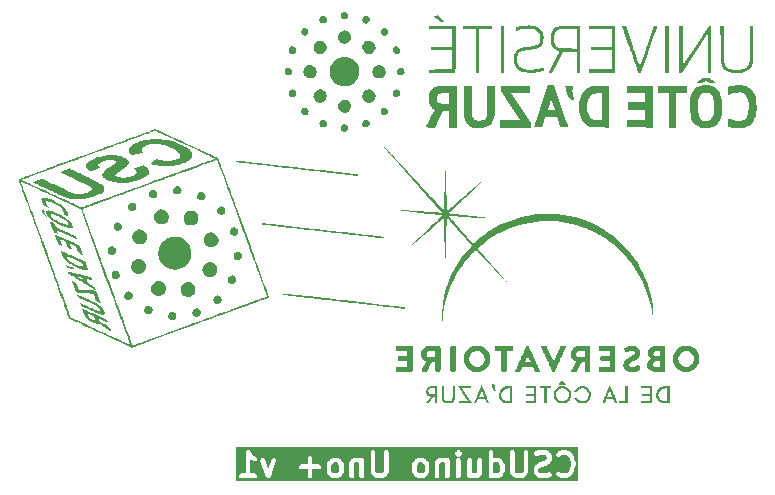
<source format=gbr>
%TF.GenerationSoftware,KiCad,Pcbnew,9.0.6*%
%TF.CreationDate,2026-01-05T12:25:03+01:00*%
%TF.ProjectId,arduino_uno_custom,61726475-696e-46f5-9f75-6e6f5f637573,rev?*%
%TF.SameCoordinates,Original*%
%TF.FileFunction,Legend,Bot*%
%TF.FilePolarity,Positive*%
%FSLAX46Y46*%
G04 Gerber Fmt 4.6, Leading zero omitted, Abs format (unit mm)*
G04 Created by KiCad (PCBNEW 9.0.6) date 2026-01-05 12:25:03*
%MOMM*%
%LPD*%
G01*
G04 APERTURE LIST*
%ADD10C,0.400000*%
%ADD11C,0.000000*%
G04 APERTURE END LIST*
D10*
G36*
X144927894Y-115360713D02*
G01*
X144977231Y-115410050D01*
X145036841Y-115529270D01*
X145036841Y-116006272D01*
X144977232Y-116125488D01*
X144927892Y-116174829D01*
X144808676Y-116234438D01*
X144617387Y-116234438D01*
X144498169Y-116174829D01*
X144448831Y-116125489D01*
X144389222Y-116006271D01*
X144389222Y-115529270D01*
X144448832Y-115410049D01*
X144498169Y-115360713D01*
X144617387Y-115301104D01*
X144808676Y-115301104D01*
X144927894Y-115360713D01*
G37*
G36*
X152165990Y-115360713D02*
G01*
X152215327Y-115410050D01*
X152274937Y-115529270D01*
X152274937Y-116006272D01*
X152215328Y-116125488D01*
X152165988Y-116174829D01*
X152046772Y-116234438D01*
X151855483Y-116234438D01*
X151736265Y-116174829D01*
X151686927Y-116125489D01*
X151627318Y-116006271D01*
X151627318Y-115529270D01*
X151686928Y-115410049D01*
X151736265Y-115360713D01*
X151855483Y-115301104D01*
X152046772Y-115301104D01*
X152165990Y-115360713D01*
G37*
G36*
X158546943Y-115360713D02*
G01*
X158596280Y-115410050D01*
X158655890Y-115529270D01*
X158655890Y-116006272D01*
X158596281Y-116125488D01*
X158546941Y-116174829D01*
X158427725Y-116234438D01*
X158141198Y-116234438D01*
X158103509Y-116215593D01*
X158103509Y-115319948D01*
X158141198Y-115301104D01*
X158427725Y-115301104D01*
X158546943Y-115360713D01*
G37*
G36*
X165278112Y-116856660D02*
G01*
X136342271Y-116856660D01*
X136342271Y-116395420D01*
X136564493Y-116395420D01*
X136564493Y-116473456D01*
X136594356Y-116545552D01*
X136649536Y-116600732D01*
X136721632Y-116630595D01*
X136760650Y-116634438D01*
X137903507Y-116634438D01*
X137942525Y-116630595D01*
X138014621Y-116600732D01*
X138069801Y-116545552D01*
X138099664Y-116473456D01*
X138099664Y-116395420D01*
X138069801Y-116323324D01*
X138014621Y-116268144D01*
X137942525Y-116238281D01*
X137903507Y-116234438D01*
X137532079Y-116234438D01*
X137532079Y-115012518D01*
X137571610Y-115052050D01*
X137586947Y-115064637D01*
X137590408Y-115068627D01*
X137596423Y-115072413D01*
X137601917Y-115076922D01*
X137606796Y-115078943D01*
X137623588Y-115089513D01*
X137814065Y-115184752D01*
X137850682Y-115198764D01*
X137928522Y-115204296D01*
X138002554Y-115179618D01*
X138059379Y-115130334D01*
X138372322Y-115130334D01*
X138381826Y-115168371D01*
X138858017Y-116501705D01*
X138874759Y-116537158D01*
X138881497Y-116544601D01*
X138885794Y-116553672D01*
X138907486Y-116573310D01*
X138927131Y-116595010D01*
X138936203Y-116599307D01*
X138943645Y-116606044D01*
X138971201Y-116615885D01*
X138997655Y-116628416D01*
X139007683Y-116628914D01*
X139017135Y-116632290D01*
X139046358Y-116630837D01*
X139075595Y-116632291D01*
X139085049Y-116628914D01*
X139095075Y-116628416D01*
X139121521Y-116615888D01*
X139149085Y-116606044D01*
X139156528Y-116599305D01*
X139165599Y-116595009D01*
X139185237Y-116573316D01*
X139206937Y-116553672D01*
X139211234Y-116544599D01*
X139217971Y-116537158D01*
X139234713Y-116501705D01*
X139544781Y-115633515D01*
X141612113Y-115633515D01*
X141612113Y-115711551D01*
X141641976Y-115783647D01*
X141697156Y-115838827D01*
X141769252Y-115868690D01*
X141808270Y-115872533D01*
X142370174Y-115872533D01*
X142370174Y-116434438D01*
X142374017Y-116473456D01*
X142403880Y-116545552D01*
X142459060Y-116600732D01*
X142531156Y-116630595D01*
X142609192Y-116630595D01*
X142681288Y-116600732D01*
X142736468Y-116545552D01*
X142766331Y-116473456D01*
X142770174Y-116434438D01*
X142770174Y-115872533D01*
X143332079Y-115872533D01*
X143371097Y-115868690D01*
X143443193Y-115838827D01*
X143498373Y-115783647D01*
X143528236Y-115711551D01*
X143528236Y-115633515D01*
X143498373Y-115561419D01*
X143443193Y-115506239D01*
X143384812Y-115482057D01*
X143989222Y-115482057D01*
X143989222Y-116053485D01*
X143993065Y-116092503D01*
X143995814Y-116099140D01*
X143996324Y-116106310D01*
X144010337Y-116142928D01*
X144105575Y-116333404D01*
X144116146Y-116350197D01*
X144118166Y-116355074D01*
X144122672Y-116360565D01*
X144126461Y-116366584D01*
X144130452Y-116370045D01*
X144143038Y-116385382D01*
X144238276Y-116480621D01*
X144253615Y-116493210D01*
X144257075Y-116497199D01*
X144263086Y-116500983D01*
X144268583Y-116505494D01*
X144273465Y-116507516D01*
X144290255Y-116518085D01*
X144480732Y-116613324D01*
X144517349Y-116627336D01*
X144524518Y-116627845D01*
X144531156Y-116630595D01*
X144570174Y-116634438D01*
X144855889Y-116634438D01*
X144894907Y-116630595D01*
X144901544Y-116627845D01*
X144908714Y-116627336D01*
X144945332Y-116613323D01*
X145135808Y-116518085D01*
X145152601Y-116507513D01*
X145157480Y-116505493D01*
X145162971Y-116500986D01*
X145168988Y-116497199D01*
X145172449Y-116493208D01*
X145187787Y-116480621D01*
X145283025Y-116385381D01*
X145295611Y-116370045D01*
X145299602Y-116366584D01*
X145303388Y-116360568D01*
X145307898Y-116355074D01*
X145309919Y-116350192D01*
X145320488Y-116333404D01*
X145415727Y-116142927D01*
X145429739Y-116106310D01*
X145430248Y-116099140D01*
X145432998Y-116092503D01*
X145436841Y-116053485D01*
X145436841Y-115482057D01*
X145432998Y-115443039D01*
X145430248Y-115436400D01*
X145429739Y-115429233D01*
X145415727Y-115392615D01*
X145412829Y-115386819D01*
X145893984Y-115386819D01*
X145893984Y-116434438D01*
X145897827Y-116473456D01*
X145927690Y-116545552D01*
X145982870Y-116600732D01*
X146054966Y-116630595D01*
X146133002Y-116630595D01*
X146205098Y-116600732D01*
X146260278Y-116545552D01*
X146290141Y-116473456D01*
X146293984Y-116434438D01*
X146293984Y-115434032D01*
X146338293Y-115345412D01*
X146426911Y-115301104D01*
X146618200Y-115301104D01*
X146737418Y-115360713D01*
X146751127Y-115374422D01*
X146751127Y-116434438D01*
X146754970Y-116473456D01*
X146784833Y-116545552D01*
X146840013Y-116600732D01*
X146912109Y-116630595D01*
X146990145Y-116630595D01*
X147062241Y-116600732D01*
X147117421Y-116545552D01*
X147147284Y-116473456D01*
X147151127Y-116434438D01*
X147151127Y-115101104D01*
X147147284Y-115062086D01*
X147117421Y-114989990D01*
X147062241Y-114934810D01*
X146990145Y-114904947D01*
X146912109Y-114904947D01*
X146840013Y-114934810D01*
X146820021Y-114954801D01*
X146754856Y-114922219D01*
X146718238Y-114908206D01*
X146711068Y-114907696D01*
X146704431Y-114904947D01*
X146665413Y-114901104D01*
X146379698Y-114901104D01*
X146340680Y-114904947D01*
X146334042Y-114907696D01*
X146326873Y-114908206D01*
X146290256Y-114922218D01*
X146099779Y-115017457D01*
X146093258Y-115021561D01*
X146090176Y-115022589D01*
X146086337Y-115025917D01*
X146066599Y-115038343D01*
X146050169Y-115057286D01*
X146031223Y-115073719D01*
X146018795Y-115093461D01*
X146015470Y-115097296D01*
X146014443Y-115100375D01*
X146010337Y-115106899D01*
X145915098Y-115297377D01*
X145901086Y-115333994D01*
X145900576Y-115341163D01*
X145897827Y-115347801D01*
X145893984Y-115386819D01*
X145412829Y-115386819D01*
X145320489Y-115202138D01*
X145309917Y-115185344D01*
X145307897Y-115180466D01*
X145303389Y-115174973D01*
X145299602Y-115168957D01*
X145295610Y-115165494D01*
X145283024Y-115150159D01*
X145187786Y-115054921D01*
X145172450Y-115042334D01*
X145168988Y-115038343D01*
X145162971Y-115034555D01*
X145157479Y-115030048D01*
X145152599Y-115028026D01*
X145135808Y-115017457D01*
X144945332Y-114922219D01*
X144908714Y-114908206D01*
X144901544Y-114907696D01*
X144894907Y-114904947D01*
X144855889Y-114901104D01*
X144570174Y-114901104D01*
X144531156Y-114904947D01*
X144524518Y-114907696D01*
X144517349Y-114908206D01*
X144480732Y-114922218D01*
X144290255Y-115017457D01*
X144273463Y-115028026D01*
X144268584Y-115030048D01*
X144263091Y-115034555D01*
X144257075Y-115038343D01*
X144253613Y-115042334D01*
X144238277Y-115054921D01*
X144143039Y-115150159D01*
X144130452Y-115165494D01*
X144126461Y-115168957D01*
X144122673Y-115174973D01*
X144118166Y-115180466D01*
X144116144Y-115185345D01*
X144105575Y-115202137D01*
X144010336Y-115392615D01*
X143996324Y-115429232D01*
X143995814Y-115436401D01*
X143993065Y-115443039D01*
X143989222Y-115482057D01*
X143384812Y-115482057D01*
X143371097Y-115476376D01*
X143332079Y-115472533D01*
X142770174Y-115472533D01*
X142770174Y-114910628D01*
X142766331Y-114871610D01*
X142736468Y-114799514D01*
X142681288Y-114744334D01*
X142609192Y-114714471D01*
X142531156Y-114714471D01*
X142459060Y-114744334D01*
X142403880Y-114799514D01*
X142374017Y-114871610D01*
X142370174Y-114910628D01*
X142370174Y-115472533D01*
X141808270Y-115472533D01*
X141769252Y-115476376D01*
X141697156Y-115506239D01*
X141641976Y-115561419D01*
X141612113Y-115633515D01*
X139544781Y-115633515D01*
X139710904Y-115168371D01*
X139720408Y-115130333D01*
X139716533Y-115052393D01*
X139683127Y-114981869D01*
X139625275Y-114929497D01*
X139551785Y-114903251D01*
X139473845Y-114907126D01*
X139403321Y-114940532D01*
X139350949Y-114998384D01*
X139334207Y-115033836D01*
X139046364Y-115839796D01*
X138758522Y-115033837D01*
X138741780Y-114998384D01*
X138689408Y-114940533D01*
X138618884Y-114907126D01*
X138540944Y-114903252D01*
X138467454Y-114929498D01*
X138409603Y-114981870D01*
X138376196Y-115052394D01*
X138372322Y-115130334D01*
X138059379Y-115130334D01*
X138061506Y-115128489D01*
X138096405Y-115058691D01*
X138101937Y-114980852D01*
X138077260Y-114906820D01*
X138026130Y-114847867D01*
X137992950Y-114826981D01*
X137831503Y-114746257D01*
X137677980Y-114592735D01*
X137572449Y-114434438D01*
X147703508Y-114434438D01*
X147703508Y-116053485D01*
X147707351Y-116092503D01*
X147710100Y-116099140D01*
X147710610Y-116106310D01*
X147724623Y-116142928D01*
X147819861Y-116333404D01*
X147830432Y-116350197D01*
X147832452Y-116355074D01*
X147836958Y-116360565D01*
X147840747Y-116366584D01*
X147844738Y-116370045D01*
X147857324Y-116385382D01*
X147952562Y-116480621D01*
X147967901Y-116493210D01*
X147971361Y-116497199D01*
X147977372Y-116500983D01*
X147982869Y-116505494D01*
X147987751Y-116507516D01*
X148004541Y-116518085D01*
X148195018Y-116613324D01*
X148231635Y-116627336D01*
X148238804Y-116627845D01*
X148245442Y-116630595D01*
X148284460Y-116634438D01*
X148665413Y-116634438D01*
X148704431Y-116630595D01*
X148711068Y-116627845D01*
X148718238Y-116627336D01*
X148754856Y-116613323D01*
X148945332Y-116518085D01*
X148962125Y-116507513D01*
X148967004Y-116505493D01*
X148972495Y-116500986D01*
X148978512Y-116497199D01*
X148981973Y-116493208D01*
X148997311Y-116480621D01*
X149092549Y-116385381D01*
X149105135Y-116370045D01*
X149109126Y-116366584D01*
X149112912Y-116360568D01*
X149117422Y-116355074D01*
X149119443Y-116350192D01*
X149130012Y-116333404D01*
X149225251Y-116142927D01*
X149239263Y-116106310D01*
X149239772Y-116099140D01*
X149242522Y-116092503D01*
X149246365Y-116053485D01*
X149246365Y-115482057D01*
X151227318Y-115482057D01*
X151227318Y-116053485D01*
X151231161Y-116092503D01*
X151233910Y-116099140D01*
X151234420Y-116106310D01*
X151248433Y-116142928D01*
X151343671Y-116333404D01*
X151354242Y-116350197D01*
X151356262Y-116355074D01*
X151360768Y-116360565D01*
X151364557Y-116366584D01*
X151368548Y-116370045D01*
X151381134Y-116385382D01*
X151476372Y-116480621D01*
X151491711Y-116493210D01*
X151495171Y-116497199D01*
X151501182Y-116500983D01*
X151506679Y-116505494D01*
X151511561Y-116507516D01*
X151528351Y-116518085D01*
X151718828Y-116613324D01*
X151755445Y-116627336D01*
X151762614Y-116627845D01*
X151769252Y-116630595D01*
X151808270Y-116634438D01*
X152093985Y-116634438D01*
X152133003Y-116630595D01*
X152139640Y-116627845D01*
X152146810Y-116627336D01*
X152183428Y-116613323D01*
X152373904Y-116518085D01*
X152390697Y-116507513D01*
X152395576Y-116505493D01*
X152401067Y-116500986D01*
X152407084Y-116497199D01*
X152410545Y-116493208D01*
X152425883Y-116480621D01*
X152521121Y-116385381D01*
X152533707Y-116370045D01*
X152537698Y-116366584D01*
X152541484Y-116360568D01*
X152545994Y-116355074D01*
X152548015Y-116350192D01*
X152558584Y-116333404D01*
X152653823Y-116142927D01*
X152667835Y-116106310D01*
X152668344Y-116099140D01*
X152671094Y-116092503D01*
X152674937Y-116053485D01*
X152674937Y-115482057D01*
X152671094Y-115443039D01*
X152668344Y-115436400D01*
X152667835Y-115429233D01*
X152653823Y-115392615D01*
X152650925Y-115386819D01*
X153132080Y-115386819D01*
X153132080Y-116434438D01*
X153135923Y-116473456D01*
X153165786Y-116545552D01*
X153220966Y-116600732D01*
X153293062Y-116630595D01*
X153371098Y-116630595D01*
X153443194Y-116600732D01*
X153498374Y-116545552D01*
X153528237Y-116473456D01*
X153532080Y-116434438D01*
X153532080Y-115434032D01*
X153576389Y-115345412D01*
X153665007Y-115301104D01*
X153856296Y-115301104D01*
X153975514Y-115360713D01*
X153989223Y-115374422D01*
X153989223Y-116434438D01*
X153993066Y-116473456D01*
X154022929Y-116545552D01*
X154078109Y-116600732D01*
X154150205Y-116630595D01*
X154228241Y-116630595D01*
X154300337Y-116600732D01*
X154355517Y-116545552D01*
X154385380Y-116473456D01*
X154389223Y-116434438D01*
X154389223Y-115101104D01*
X154941604Y-115101104D01*
X154941604Y-116434438D01*
X154945447Y-116473456D01*
X154975310Y-116545552D01*
X155030490Y-116600732D01*
X155102586Y-116630595D01*
X155180622Y-116630595D01*
X155252718Y-116600732D01*
X155307898Y-116545552D01*
X155337761Y-116473456D01*
X155341604Y-116434438D01*
X155341604Y-115101104D01*
X155893985Y-115101104D01*
X155893985Y-116434438D01*
X155897828Y-116473456D01*
X155927691Y-116545552D01*
X155982871Y-116600732D01*
X156054967Y-116630595D01*
X156133003Y-116630595D01*
X156205099Y-116600732D01*
X156225090Y-116580740D01*
X156290257Y-116613324D01*
X156326874Y-116627336D01*
X156334043Y-116627845D01*
X156340681Y-116630595D01*
X156379699Y-116634438D01*
X156665414Y-116634438D01*
X156704432Y-116630595D01*
X156711069Y-116627845D01*
X156718239Y-116627336D01*
X156754857Y-116613323D01*
X156945333Y-116518085D01*
X156951855Y-116513979D01*
X156954937Y-116512952D01*
X156958773Y-116509624D01*
X156978513Y-116497199D01*
X156994944Y-116478253D01*
X157013889Y-116461823D01*
X157026314Y-116442083D01*
X157029643Y-116438246D01*
X157030670Y-116435164D01*
X157034776Y-116428642D01*
X157130014Y-116238165D01*
X157144026Y-116201547D01*
X157144535Y-116194379D01*
X157147285Y-116187741D01*
X157151128Y-116148723D01*
X157151128Y-115101104D01*
X157147285Y-115062086D01*
X157117422Y-114989990D01*
X157062242Y-114934810D01*
X156990146Y-114904947D01*
X156912110Y-114904947D01*
X156840014Y-114934810D01*
X156784834Y-114989990D01*
X156754971Y-115062086D01*
X156751128Y-115101104D01*
X156751128Y-116101510D01*
X156706818Y-116190128D01*
X156618201Y-116234438D01*
X156426912Y-116234438D01*
X156307694Y-116174829D01*
X156293985Y-116161119D01*
X156293985Y-115101104D01*
X156290142Y-115062086D01*
X156260279Y-114989990D01*
X156205099Y-114934810D01*
X156133003Y-114904947D01*
X156054967Y-114904947D01*
X155982871Y-114934810D01*
X155927691Y-114989990D01*
X155897828Y-115062086D01*
X155893985Y-115101104D01*
X155341604Y-115101104D01*
X155337761Y-115062086D01*
X155307898Y-114989990D01*
X155252718Y-114934810D01*
X155180622Y-114904947D01*
X155102586Y-114904947D01*
X155030490Y-114934810D01*
X154975310Y-114989990D01*
X154945447Y-115062086D01*
X154941604Y-115101104D01*
X154389223Y-115101104D01*
X154385380Y-115062086D01*
X154355517Y-114989990D01*
X154300337Y-114934810D01*
X154228241Y-114904947D01*
X154150205Y-114904947D01*
X154078109Y-114934810D01*
X154058117Y-114954801D01*
X153992952Y-114922219D01*
X153956334Y-114908206D01*
X153949164Y-114907696D01*
X153942527Y-114904947D01*
X153903509Y-114901104D01*
X153617794Y-114901104D01*
X153578776Y-114904947D01*
X153572138Y-114907696D01*
X153564969Y-114908206D01*
X153528352Y-114922218D01*
X153337875Y-115017457D01*
X153331354Y-115021561D01*
X153328272Y-115022589D01*
X153324433Y-115025917D01*
X153304695Y-115038343D01*
X153288265Y-115057286D01*
X153269319Y-115073719D01*
X153256891Y-115093461D01*
X153253566Y-115097296D01*
X153252539Y-115100375D01*
X153248433Y-115106899D01*
X153153194Y-115297377D01*
X153139182Y-115333994D01*
X153138672Y-115341163D01*
X153135923Y-115347801D01*
X153132080Y-115386819D01*
X152650925Y-115386819D01*
X152558585Y-115202138D01*
X152548013Y-115185344D01*
X152545993Y-115180466D01*
X152541485Y-115174973D01*
X152537698Y-115168957D01*
X152533706Y-115165494D01*
X152521120Y-115150159D01*
X152425882Y-115054921D01*
X152410546Y-115042334D01*
X152407084Y-115038343D01*
X152401067Y-115034555D01*
X152395575Y-115030048D01*
X152390695Y-115028026D01*
X152373904Y-115017457D01*
X152183428Y-114922219D01*
X152146810Y-114908206D01*
X152139640Y-114907696D01*
X152133003Y-114904947D01*
X152093985Y-114901104D01*
X151808270Y-114901104D01*
X151769252Y-114904947D01*
X151762614Y-114907696D01*
X151755445Y-114908206D01*
X151718828Y-114922218D01*
X151528351Y-115017457D01*
X151511559Y-115028026D01*
X151506680Y-115030048D01*
X151501187Y-115034555D01*
X151495171Y-115038343D01*
X151491709Y-115042334D01*
X151476373Y-115054921D01*
X151381135Y-115150159D01*
X151368548Y-115165494D01*
X151364557Y-115168957D01*
X151360769Y-115174973D01*
X151356262Y-115180466D01*
X151354240Y-115185345D01*
X151343671Y-115202137D01*
X151248432Y-115392615D01*
X151234420Y-115429232D01*
X151233910Y-115436401D01*
X151231161Y-115443039D01*
X151227318Y-115482057D01*
X149246365Y-115482057D01*
X149246365Y-114490658D01*
X154850209Y-114490658D01*
X154850209Y-114568694D01*
X154880072Y-114640790D01*
X154904945Y-114671097D01*
X155000183Y-114766335D01*
X155030490Y-114791208D01*
X155102586Y-114821071D01*
X155180622Y-114821071D01*
X155252718Y-114791208D01*
X155283025Y-114766335D01*
X155378263Y-114671097D01*
X155403136Y-114640790D01*
X155432999Y-114568694D01*
X155432999Y-114490658D01*
X155409712Y-114434438D01*
X157703509Y-114434438D01*
X157703509Y-116434438D01*
X157707352Y-116473456D01*
X157737215Y-116545552D01*
X157792395Y-116600732D01*
X157864491Y-116630595D01*
X157942527Y-116630595D01*
X157995336Y-116608720D01*
X158004543Y-116613324D01*
X158041160Y-116627336D01*
X158048329Y-116627845D01*
X158054967Y-116630595D01*
X158093985Y-116634438D01*
X158474938Y-116634438D01*
X158513956Y-116630595D01*
X158520593Y-116627845D01*
X158527763Y-116627336D01*
X158564381Y-116613323D01*
X158754857Y-116518085D01*
X158771650Y-116507513D01*
X158776529Y-116505493D01*
X158782020Y-116500986D01*
X158788037Y-116497199D01*
X158791498Y-116493208D01*
X158806836Y-116480621D01*
X158902074Y-116385381D01*
X158914660Y-116370045D01*
X158918651Y-116366584D01*
X158922437Y-116360568D01*
X158926947Y-116355074D01*
X158928968Y-116350192D01*
X158939537Y-116333404D01*
X159034776Y-116142927D01*
X159048788Y-116106310D01*
X159049297Y-116099140D01*
X159052047Y-116092503D01*
X159055890Y-116053485D01*
X159055890Y-115482057D01*
X159052047Y-115443039D01*
X159049297Y-115436400D01*
X159048788Y-115429233D01*
X159034776Y-115392615D01*
X158939538Y-115202138D01*
X158928966Y-115185344D01*
X158926946Y-115180466D01*
X158922438Y-115174973D01*
X158918651Y-115168957D01*
X158914659Y-115165494D01*
X158902073Y-115150159D01*
X158806835Y-115054921D01*
X158791499Y-115042334D01*
X158788037Y-115038343D01*
X158782020Y-115034555D01*
X158776528Y-115030048D01*
X158771648Y-115028026D01*
X158754857Y-115017457D01*
X158564381Y-114922219D01*
X158527763Y-114908206D01*
X158520593Y-114907696D01*
X158513956Y-114904947D01*
X158474938Y-114901104D01*
X158103509Y-114901104D01*
X158103509Y-114434438D01*
X159513033Y-114434438D01*
X159513033Y-116053485D01*
X159516876Y-116092503D01*
X159519625Y-116099140D01*
X159520135Y-116106310D01*
X159534148Y-116142928D01*
X159629386Y-116333404D01*
X159639957Y-116350197D01*
X159641977Y-116355074D01*
X159646483Y-116360565D01*
X159650272Y-116366584D01*
X159654263Y-116370045D01*
X159666849Y-116385382D01*
X159762087Y-116480621D01*
X159777426Y-116493210D01*
X159780886Y-116497199D01*
X159786897Y-116500983D01*
X159792394Y-116505494D01*
X159797276Y-116507516D01*
X159814066Y-116518085D01*
X160004543Y-116613324D01*
X160041160Y-116627336D01*
X160048329Y-116627845D01*
X160054967Y-116630595D01*
X160093985Y-116634438D01*
X160474938Y-116634438D01*
X160513956Y-116630595D01*
X160520593Y-116627845D01*
X160527763Y-116627336D01*
X160564381Y-116613323D01*
X160754857Y-116518085D01*
X160771650Y-116507513D01*
X160776529Y-116505493D01*
X160782020Y-116500986D01*
X160788037Y-116497199D01*
X160791498Y-116493208D01*
X160806836Y-116480621D01*
X160902074Y-116385381D01*
X160914660Y-116370045D01*
X160918651Y-116366584D01*
X160922437Y-116360568D01*
X160926947Y-116355074D01*
X160928968Y-116350192D01*
X160939537Y-116333404D01*
X161034776Y-116142927D01*
X161048788Y-116106310D01*
X161049297Y-116099140D01*
X161052047Y-116092503D01*
X161055890Y-116053485D01*
X161055890Y-115863009D01*
X161513033Y-115863009D01*
X161513033Y-116053485D01*
X161516876Y-116092503D01*
X161519625Y-116099140D01*
X161520135Y-116106310D01*
X161534148Y-116142928D01*
X161629386Y-116333404D01*
X161639957Y-116350197D01*
X161641977Y-116355074D01*
X161646483Y-116360565D01*
X161650272Y-116366584D01*
X161654263Y-116370045D01*
X161666849Y-116385382D01*
X161762087Y-116480621D01*
X161777426Y-116493210D01*
X161780886Y-116497199D01*
X161786897Y-116500983D01*
X161792394Y-116505494D01*
X161797276Y-116507516D01*
X161814066Y-116518085D01*
X162004543Y-116613324D01*
X162041160Y-116627336D01*
X162048329Y-116627845D01*
X162054967Y-116630595D01*
X162093985Y-116634438D01*
X162570176Y-116634438D01*
X162589925Y-116632492D01*
X162595191Y-116632867D01*
X162602119Y-116631291D01*
X162609194Y-116630595D01*
X162614072Y-116628574D01*
X162633422Y-116624175D01*
X162919136Y-116528937D01*
X162954936Y-116512952D01*
X163013889Y-116461823D01*
X163048788Y-116392025D01*
X163054319Y-116314185D01*
X163029642Y-116240154D01*
X162978513Y-116181201D01*
X162908715Y-116146302D01*
X162830875Y-116140771D01*
X162792644Y-116149463D01*
X162537719Y-116234438D01*
X162141198Y-116234438D01*
X162021980Y-116174829D01*
X161972642Y-116125489D01*
X161913033Y-116006271D01*
X161913033Y-115910222D01*
X161972642Y-115791003D01*
X162021980Y-115741666D01*
X162163787Y-115670762D01*
X162523445Y-115580848D01*
X162526327Y-115579818D01*
X162527764Y-115579716D01*
X162543978Y-115573511D01*
X162560366Y-115567656D01*
X162561526Y-115566796D01*
X162564381Y-115565704D01*
X162754857Y-115470465D01*
X162771646Y-115459896D01*
X162776528Y-115457874D01*
X162782025Y-115453362D01*
X162788037Y-115449578D01*
X162791496Y-115445589D01*
X162806835Y-115433001D01*
X162902073Y-115337763D01*
X162914659Y-115322426D01*
X162918651Y-115318965D01*
X162922438Y-115312948D01*
X162926946Y-115307456D01*
X162928967Y-115302576D01*
X162939537Y-115285785D01*
X163034776Y-115095308D01*
X163048788Y-115058691D01*
X163049297Y-115051521D01*
X163052047Y-115044884D01*
X163055890Y-115005866D01*
X163055890Y-114815390D01*
X163052047Y-114776372D01*
X163049297Y-114769734D01*
X163048788Y-114762565D01*
X163034776Y-114725948D01*
X162964750Y-114585896D01*
X163421638Y-114585896D01*
X163421638Y-114663932D01*
X163451501Y-114736028D01*
X163506681Y-114791208D01*
X163578777Y-114821071D01*
X163656813Y-114821071D01*
X163728909Y-114791208D01*
X163759216Y-114766335D01*
X163821067Y-114704483D01*
X164031204Y-114634438D01*
X164156767Y-114634438D01*
X164366902Y-114704482D01*
X164501043Y-114838624D01*
X164571947Y-114980431D01*
X164655890Y-115316203D01*
X164655890Y-115552672D01*
X164571947Y-115888444D01*
X164501043Y-116030250D01*
X164366901Y-116164393D01*
X164156767Y-116234438D01*
X164031204Y-116234438D01*
X163821068Y-116164392D01*
X163759217Y-116102540D01*
X163728910Y-116077668D01*
X163656814Y-116047804D01*
X163578778Y-116047804D01*
X163506682Y-116077667D01*
X163451502Y-116132846D01*
X163421638Y-116204942D01*
X163421638Y-116282978D01*
X163451501Y-116355074D01*
X163476373Y-116385382D01*
X163571611Y-116480621D01*
X163601918Y-116505494D01*
X163608559Y-116508245D01*
X163613987Y-116512952D01*
X163649787Y-116528937D01*
X163935501Y-116624175D01*
X163954850Y-116628574D01*
X163959729Y-116630595D01*
X163966803Y-116631291D01*
X163973732Y-116632867D01*
X163978997Y-116632492D01*
X163998747Y-116634438D01*
X164189223Y-116634438D01*
X164208971Y-116632492D01*
X164214237Y-116632867D01*
X164221164Y-116631291D01*
X164228241Y-116630595D01*
X164233121Y-116628573D01*
X164252468Y-116624175D01*
X164538183Y-116528937D01*
X164573984Y-116512952D01*
X164579411Y-116508244D01*
X164586052Y-116505494D01*
X164616360Y-116480621D01*
X164806835Y-116290144D01*
X164819421Y-116274807D01*
X164823413Y-116271346D01*
X164827200Y-116265329D01*
X164831708Y-116259837D01*
X164833729Y-116254957D01*
X164844299Y-116238166D01*
X164939538Y-116047689D01*
X164940630Y-116044833D01*
X164941489Y-116043675D01*
X164947335Y-116027311D01*
X164953550Y-116011072D01*
X164953652Y-116009633D01*
X164954681Y-116006754D01*
X165049918Y-115625802D01*
X165050918Y-115619038D01*
X165052047Y-115616313D01*
X165053495Y-115601610D01*
X165055653Y-115587017D01*
X165055219Y-115584103D01*
X165055890Y-115577295D01*
X165055890Y-115291580D01*
X165055219Y-115284771D01*
X165055653Y-115281858D01*
X165053495Y-115267264D01*
X165052047Y-115252562D01*
X165050918Y-115249836D01*
X165049918Y-115243073D01*
X164954681Y-114862121D01*
X164953652Y-114859241D01*
X164953550Y-114857803D01*
X164947335Y-114841563D01*
X164941489Y-114825200D01*
X164940630Y-114824041D01*
X164939538Y-114821186D01*
X164844299Y-114630709D01*
X164833729Y-114613917D01*
X164831708Y-114609038D01*
X164827199Y-114603544D01*
X164823413Y-114597529D01*
X164819423Y-114594068D01*
X164806836Y-114578731D01*
X164616359Y-114388255D01*
X164586052Y-114363382D01*
X164579412Y-114360631D01*
X164573984Y-114355924D01*
X164538183Y-114339939D01*
X164252468Y-114244701D01*
X164233121Y-114240302D01*
X164228241Y-114238281D01*
X164221164Y-114237584D01*
X164214237Y-114236009D01*
X164208971Y-114236383D01*
X164189223Y-114234438D01*
X163998747Y-114234438D01*
X163978997Y-114236383D01*
X163973732Y-114236009D01*
X163966803Y-114237584D01*
X163959729Y-114238281D01*
X163954850Y-114240301D01*
X163935501Y-114244701D01*
X163649787Y-114339939D01*
X163613987Y-114355924D01*
X163608558Y-114360631D01*
X163601919Y-114363382D01*
X163571612Y-114388255D01*
X163476374Y-114483493D01*
X163451501Y-114513800D01*
X163421638Y-114585896D01*
X162964750Y-114585896D01*
X162939537Y-114535471D01*
X162928967Y-114518679D01*
X162926946Y-114513800D01*
X162922438Y-114508307D01*
X162918651Y-114502291D01*
X162914659Y-114498829D01*
X162902073Y-114483493D01*
X162806835Y-114388255D01*
X162791499Y-114375668D01*
X162788037Y-114371677D01*
X162782020Y-114367889D01*
X162776528Y-114363382D01*
X162771648Y-114361360D01*
X162754857Y-114350791D01*
X162564381Y-114255553D01*
X162527763Y-114241540D01*
X162520593Y-114241030D01*
X162513956Y-114238281D01*
X162474938Y-114234438D01*
X161998747Y-114234438D01*
X161978997Y-114236383D01*
X161973732Y-114236009D01*
X161966803Y-114237584D01*
X161959729Y-114238281D01*
X161954850Y-114240301D01*
X161935501Y-114244701D01*
X161649787Y-114339939D01*
X161613987Y-114355924D01*
X161555034Y-114407053D01*
X161520135Y-114476851D01*
X161514604Y-114554691D01*
X161539281Y-114628722D01*
X161590410Y-114687675D01*
X161660208Y-114722574D01*
X161738048Y-114728105D01*
X161776279Y-114719413D01*
X162031204Y-114634438D01*
X162427725Y-114634438D01*
X162546943Y-114694047D01*
X162596281Y-114743385D01*
X162655890Y-114862603D01*
X162655890Y-114958653D01*
X162596281Y-115077871D01*
X162546943Y-115127208D01*
X162405130Y-115198116D01*
X162045478Y-115288028D01*
X162042598Y-115289056D01*
X162041160Y-115289159D01*
X162024920Y-115295373D01*
X162008557Y-115301220D01*
X162007398Y-115302078D01*
X162004543Y-115303171D01*
X161814066Y-115398410D01*
X161797274Y-115408979D01*
X161792395Y-115411001D01*
X161786902Y-115415508D01*
X161780886Y-115419296D01*
X161777424Y-115423287D01*
X161762088Y-115435874D01*
X161666850Y-115531112D01*
X161654263Y-115546447D01*
X161650272Y-115549910D01*
X161646484Y-115555926D01*
X161641977Y-115561419D01*
X161639955Y-115566298D01*
X161629386Y-115583090D01*
X161534148Y-115773566D01*
X161520135Y-115810184D01*
X161519625Y-115817353D01*
X161516876Y-115823991D01*
X161513033Y-115863009D01*
X161055890Y-115863009D01*
X161055890Y-114434438D01*
X161052047Y-114395420D01*
X161022184Y-114323324D01*
X160967004Y-114268144D01*
X160894908Y-114238281D01*
X160816872Y-114238281D01*
X160744776Y-114268144D01*
X160689596Y-114323324D01*
X160659733Y-114395420D01*
X160655890Y-114434438D01*
X160655890Y-116006272D01*
X160596281Y-116125488D01*
X160546941Y-116174829D01*
X160427725Y-116234438D01*
X160141198Y-116234438D01*
X160021980Y-116174829D01*
X159972642Y-116125489D01*
X159913033Y-116006271D01*
X159913033Y-114434438D01*
X159909190Y-114395420D01*
X159879327Y-114323324D01*
X159824147Y-114268144D01*
X159752051Y-114238281D01*
X159674015Y-114238281D01*
X159601919Y-114268144D01*
X159546739Y-114323324D01*
X159516876Y-114395420D01*
X159513033Y-114434438D01*
X158103509Y-114434438D01*
X158099666Y-114395420D01*
X158069803Y-114323324D01*
X158014623Y-114268144D01*
X157942527Y-114238281D01*
X157864491Y-114238281D01*
X157792395Y-114268144D01*
X157737215Y-114323324D01*
X157707352Y-114395420D01*
X157703509Y-114434438D01*
X155409712Y-114434438D01*
X155403136Y-114418562D01*
X155378263Y-114388255D01*
X155283025Y-114293017D01*
X155252718Y-114268144D01*
X155180622Y-114238281D01*
X155102586Y-114238281D01*
X155030490Y-114268144D01*
X155000183Y-114293017D01*
X154904945Y-114388255D01*
X154880072Y-114418562D01*
X154850209Y-114490658D01*
X149246365Y-114490658D01*
X149246365Y-114434438D01*
X149242522Y-114395420D01*
X149212659Y-114323324D01*
X149157479Y-114268144D01*
X149085383Y-114238281D01*
X149007347Y-114238281D01*
X148935251Y-114268144D01*
X148880071Y-114323324D01*
X148850208Y-114395420D01*
X148846365Y-114434438D01*
X148846365Y-116006272D01*
X148786756Y-116125488D01*
X148737416Y-116174829D01*
X148618200Y-116234438D01*
X148331673Y-116234438D01*
X148212455Y-116174829D01*
X148163117Y-116125489D01*
X148103508Y-116006271D01*
X148103508Y-114434438D01*
X148099665Y-114395420D01*
X148069802Y-114323324D01*
X148014622Y-114268144D01*
X147942526Y-114238281D01*
X147864490Y-114238281D01*
X147792394Y-114268144D01*
X147737214Y-114323324D01*
X147707351Y-114395420D01*
X147703508Y-114434438D01*
X137572449Y-114434438D01*
X137498489Y-114323498D01*
X137498400Y-114323389D01*
X137498373Y-114323324D01*
X137498226Y-114323177D01*
X137473648Y-114293165D01*
X137457196Y-114282147D01*
X137443193Y-114268144D01*
X137425090Y-114260645D01*
X137408809Y-114249742D01*
X137389390Y-114245858D01*
X137371097Y-114238281D01*
X137351503Y-114238281D01*
X137332288Y-114234438D01*
X137312862Y-114238281D01*
X137293061Y-114238281D01*
X137274958Y-114245779D01*
X137255736Y-114249582D01*
X137239260Y-114260565D01*
X137220965Y-114268144D01*
X137207108Y-114282000D01*
X137190806Y-114292869D01*
X137179788Y-114309320D01*
X137165785Y-114323324D01*
X137158286Y-114341426D01*
X137147383Y-114357708D01*
X137143499Y-114377126D01*
X137135922Y-114395420D01*
X137132119Y-114434026D01*
X137132079Y-114434229D01*
X137132092Y-114434298D01*
X137132079Y-114434438D01*
X137132079Y-116234438D01*
X136760650Y-116234438D01*
X136721632Y-116238281D01*
X136649536Y-116268144D01*
X136594356Y-116323324D01*
X136564493Y-116395420D01*
X136342271Y-116395420D01*
X136342271Y-114012216D01*
X165278112Y-114012216D01*
X165278112Y-116856660D01*
G37*
D11*
%TO.C,G\u002A\u002A\u002A*%
G36*
X128928321Y-102045382D02*
G01*
X129022447Y-102066392D01*
X129104733Y-102109983D01*
X129171601Y-102173046D01*
X129219473Y-102252472D01*
X129244772Y-102345151D01*
X129245442Y-102433404D01*
X129223890Y-102523432D01*
X129182344Y-102604540D01*
X129123890Y-102672211D01*
X129051617Y-102721926D01*
X128968612Y-102749170D01*
X128932310Y-102753728D01*
X128830834Y-102749856D01*
X128739618Y-102721489D01*
X128661528Y-102670315D01*
X128599432Y-102598023D01*
X128556196Y-102506301D01*
X128549288Y-102482691D01*
X128537017Y-102385991D01*
X128549641Y-102294964D01*
X128584646Y-102213009D01*
X128639515Y-102143529D01*
X128711733Y-102089925D01*
X128798785Y-102055597D01*
X128898155Y-102043947D01*
X128928321Y-102045382D01*
G37*
G36*
X134817679Y-101159168D02*
G01*
X134910317Y-101191176D01*
X134986586Y-101244374D01*
X135044213Y-101316331D01*
X135080928Y-101404614D01*
X135094458Y-101506791D01*
X135093443Y-101541702D01*
X135074215Y-101638139D01*
X135031993Y-101720840D01*
X134968423Y-101787229D01*
X134885147Y-101834731D01*
X134825704Y-101853355D01*
X134729932Y-101862665D01*
X134638068Y-101847778D01*
X134554526Y-101810256D01*
X134483718Y-101751662D01*
X134430056Y-101673558D01*
X134417667Y-101646253D01*
X134392770Y-101553645D01*
X134391934Y-101462581D01*
X134412848Y-101376686D01*
X134453201Y-101299586D01*
X134510682Y-101234905D01*
X134582981Y-101186269D01*
X134667785Y-101157303D01*
X134762785Y-101151632D01*
X134817679Y-101159168D01*
G37*
G36*
X126355646Y-94971332D02*
G01*
X126441312Y-94998823D01*
X126517795Y-95047797D01*
X126581166Y-95114997D01*
X126627497Y-95197164D01*
X126652858Y-95291040D01*
X126652656Y-95373601D01*
X126628801Y-95459826D01*
X126583971Y-95538381D01*
X126521811Y-95604429D01*
X126445968Y-95653128D01*
X126360088Y-95679640D01*
X126297937Y-95684437D01*
X126230139Y-95675335D01*
X126154510Y-95648773D01*
X126113341Y-95628101D01*
X126036880Y-95568078D01*
X125981024Y-95489708D01*
X125947519Y-95395131D01*
X125941786Y-95359267D01*
X125944596Y-95265704D01*
X125971546Y-95178441D01*
X126019805Y-95101290D01*
X126086542Y-95038066D01*
X126168926Y-94992582D01*
X126264126Y-94968652D01*
X126264724Y-94968582D01*
X126355646Y-94971332D01*
G37*
G36*
X131459507Y-91914053D02*
G01*
X131537910Y-91953273D01*
X131605975Y-92013616D01*
X131659556Y-92095005D01*
X131670452Y-92119084D01*
X131695619Y-92212729D01*
X131692795Y-92305763D01*
X131661987Y-92399051D01*
X131645459Y-92431553D01*
X131620651Y-92474479D01*
X131600550Y-92502869D01*
X131546875Y-92548012D01*
X131476432Y-92585115D01*
X131403302Y-92606030D01*
X131319336Y-92609369D01*
X131224488Y-92589675D01*
X131139532Y-92546303D01*
X131068611Y-92481485D01*
X131015872Y-92397451D01*
X130993679Y-92324122D01*
X130987473Y-92238587D01*
X130998540Y-92154817D01*
X131026527Y-92083248D01*
X131057580Y-92037494D01*
X131125463Y-91969943D01*
X131203745Y-91923901D01*
X131288277Y-91899290D01*
X131374914Y-91896033D01*
X131459507Y-91914053D01*
G37*
G36*
X136564660Y-97463326D02*
G01*
X136649147Y-97504721D01*
X136718894Y-97563958D01*
X136774605Y-97641849D01*
X136805221Y-97728339D01*
X136810176Y-97820302D01*
X136788899Y-97914616D01*
X136740822Y-98008156D01*
X136708161Y-98050476D01*
X136644155Y-98104600D01*
X136561183Y-98143845D01*
X136533308Y-98150536D01*
X136480705Y-98156072D01*
X136424707Y-98156124D01*
X136394267Y-98152893D01*
X136304332Y-98125777D01*
X136224502Y-98075452D01*
X136159275Y-98005345D01*
X136113154Y-97918882D01*
X136098757Y-97854220D01*
X136100490Y-97769629D01*
X136120229Y-97683602D01*
X136155860Y-97604794D01*
X136205267Y-97541861D01*
X136211492Y-97536169D01*
X136290501Y-97483163D01*
X136379555Y-97453031D01*
X136472869Y-97446257D01*
X136564660Y-97463326D01*
G37*
G36*
X125850262Y-96988047D02*
G01*
X125923431Y-97006983D01*
X125998103Y-97045637D01*
X126065508Y-97105959D01*
X126119501Y-97180890D01*
X126155359Y-97263850D01*
X126168361Y-97348260D01*
X126163598Y-97399933D01*
X126136350Y-97484132D01*
X126088835Y-97561289D01*
X126025519Y-97626177D01*
X125950867Y-97673570D01*
X125869344Y-97698242D01*
X125796121Y-97703845D01*
X125727705Y-97695820D01*
X125656276Y-97671386D01*
X125640703Y-97664235D01*
X125564929Y-97612541D01*
X125506886Y-97543364D01*
X125468293Y-97461576D01*
X125450866Y-97372051D01*
X125456323Y-97279663D01*
X125486381Y-97189285D01*
X125503411Y-97157085D01*
X125548856Y-97094927D01*
X125606732Y-97049112D01*
X125684792Y-97012740D01*
X125713414Y-97002697D01*
X125784312Y-96986520D01*
X125850262Y-96988047D01*
G37*
G36*
X127650071Y-93315958D02*
G01*
X127730169Y-93358838D01*
X127800293Y-93424771D01*
X127824743Y-93456255D01*
X127858339Y-93512819D01*
X127875693Y-93571472D01*
X127881273Y-93644330D01*
X127881091Y-93661822D01*
X127865400Y-93755342D01*
X127827324Y-93840226D01*
X127770282Y-93911966D01*
X127697693Y-93966056D01*
X127612977Y-93997988D01*
X127568785Y-94005004D01*
X127470526Y-94002328D01*
X127379887Y-93975174D01*
X127300711Y-93925643D01*
X127236840Y-93855837D01*
X127192115Y-93767856D01*
X127178941Y-93727218D01*
X127166488Y-93665732D01*
X127168135Y-93608792D01*
X127183400Y-93544020D01*
X127201525Y-93496103D01*
X127250907Y-93418172D01*
X127316189Y-93358292D01*
X127393059Y-93317297D01*
X127477204Y-93296021D01*
X127564312Y-93295296D01*
X127650071Y-93315958D01*
G37*
G36*
X129365578Y-92199271D02*
G01*
X129452809Y-92232842D01*
X129530639Y-92291255D01*
X129596030Y-92373633D01*
X129613113Y-92403169D01*
X129628417Y-92440589D01*
X129635609Y-92482829D01*
X129637549Y-92541453D01*
X129637480Y-92560036D01*
X129633826Y-92618576D01*
X129622793Y-92665296D01*
X129601736Y-92712865D01*
X129581269Y-92747980D01*
X129517155Y-92821540D01*
X129436561Y-92872902D01*
X129341568Y-92900563D01*
X129275586Y-92904212D01*
X129182983Y-92888645D01*
X129098162Y-92850931D01*
X129026622Y-92793774D01*
X128973868Y-92719878D01*
X128939980Y-92627905D01*
X128929951Y-92533203D01*
X128943742Y-92442331D01*
X128980115Y-92359521D01*
X129037833Y-92289002D01*
X129115658Y-92235007D01*
X129175069Y-92210161D01*
X129271985Y-92191418D01*
X129365578Y-92199271D01*
G37*
G36*
X136261291Y-95405695D02*
G01*
X136338684Y-95442172D01*
X136405648Y-95495920D01*
X136458296Y-95565263D01*
X136492736Y-95648524D01*
X136505081Y-95744026D01*
X136502577Y-95784546D01*
X136478239Y-95876685D01*
X136430824Y-95960532D01*
X136363810Y-96030842D01*
X136280675Y-96082371D01*
X136251755Y-96091013D01*
X136194648Y-96097686D01*
X136129231Y-96097721D01*
X136066639Y-96091280D01*
X136018003Y-96078528D01*
X135985972Y-96063632D01*
X135904719Y-96007356D01*
X135845757Y-95934326D01*
X135809800Y-95845629D01*
X135797561Y-95742352D01*
X135798959Y-95699812D01*
X135813879Y-95617950D01*
X135847744Y-95548895D01*
X135903795Y-95484790D01*
X135925227Y-95466042D01*
X136005438Y-95416663D01*
X136090779Y-95391264D01*
X136177360Y-95388167D01*
X136261291Y-95405695D01*
G37*
G36*
X127282893Y-100824880D02*
G01*
X127369381Y-100853646D01*
X127445358Y-100904583D01*
X127506845Y-100975698D01*
X127549866Y-101065000D01*
X127564278Y-101126785D01*
X127565059Y-101218574D01*
X127543493Y-101306444D01*
X127502146Y-101385904D01*
X127443582Y-101452459D01*
X127370368Y-101501615D01*
X127285067Y-101528879D01*
X127272190Y-101530979D01*
X127235353Y-101536876D01*
X127214173Y-101540099D01*
X127200152Y-101538549D01*
X127165444Y-101531010D01*
X127120045Y-101519121D01*
X127092845Y-101510459D01*
X127008275Y-101467550D01*
X126942346Y-101408651D01*
X126895173Y-101337746D01*
X126866876Y-101258818D01*
X126857571Y-101175847D01*
X126867375Y-101092818D01*
X126896406Y-101013711D01*
X126944781Y-100942511D01*
X127012617Y-100883199D01*
X127100033Y-100839758D01*
X127189871Y-100820277D01*
X127282893Y-100824880D01*
G37*
G36*
X135120312Y-93612634D02*
G01*
X135210137Y-93640623D01*
X135211816Y-93641426D01*
X135288163Y-93692885D01*
X135347556Y-93762542D01*
X135388095Y-93845011D01*
X135407881Y-93934902D01*
X135405013Y-94026830D01*
X135377591Y-94115405D01*
X135346971Y-94169852D01*
X135283330Y-94243392D01*
X135205819Y-94294017D01*
X135116685Y-94319966D01*
X135095115Y-94322842D01*
X135061549Y-94325748D01*
X135031613Y-94324144D01*
X134995078Y-94317072D01*
X134941711Y-94303573D01*
X134902853Y-94289055D01*
X134836846Y-94247039D01*
X134776196Y-94188595D01*
X134728693Y-94120422D01*
X134713189Y-94077608D01*
X134703530Y-94010006D01*
X134703892Y-93935369D01*
X134714099Y-93864160D01*
X134733973Y-93806847D01*
X134783083Y-93735555D01*
X134854131Y-93673066D01*
X134937335Y-93630591D01*
X135027720Y-93609868D01*
X135120312Y-93612634D01*
G37*
G36*
X136028258Y-99468540D02*
G01*
X136117394Y-99497463D01*
X136192550Y-99546605D01*
X136251490Y-99612353D01*
X136291982Y-99691089D01*
X136311792Y-99779200D01*
X136308685Y-99873068D01*
X136280428Y-99969078D01*
X136276915Y-99976814D01*
X136236402Y-100040379D01*
X136181618Y-100096590D01*
X136120048Y-100138953D01*
X136059177Y-100160978D01*
X136052009Y-100162199D01*
X136015394Y-100169168D01*
X135993154Y-100174580D01*
X135986898Y-100175624D01*
X135957196Y-100175380D01*
X135916014Y-100171611D01*
X135868389Y-100162610D01*
X135778643Y-100126435D01*
X135704430Y-100069508D01*
X135648603Y-99995154D01*
X135614016Y-99906698D01*
X135603521Y-99807462D01*
X135614909Y-99722872D01*
X135650120Y-99634973D01*
X135706020Y-99562079D01*
X135779560Y-99507082D01*
X135867690Y-99472877D01*
X135967359Y-99462357D01*
X136028258Y-99468540D01*
G37*
G36*
X120079017Y-93957019D02*
G01*
X120109682Y-94042245D01*
X120072822Y-94090571D01*
X120035963Y-94138896D01*
X120090207Y-94196937D01*
X120113142Y-94221475D01*
X120138702Y-94248813D01*
X120151464Y-94262453D01*
X120177779Y-94291984D01*
X120217784Y-94348464D01*
X120248385Y-94413445D01*
X120260064Y-94444945D01*
X120269424Y-94475332D01*
X120270217Y-94487079D01*
X120264427Y-94483121D01*
X120241022Y-94463138D01*
X120203198Y-94429168D01*
X120154534Y-94384442D01*
X120098611Y-94332191D01*
X120092759Y-94326679D01*
X120030870Y-94267639D01*
X119985775Y-94222260D01*
X119953686Y-94185861D01*
X119930815Y-94153759D01*
X119913374Y-94121273D01*
X119897574Y-94083720D01*
X119861078Y-93990136D01*
X119912944Y-93952565D01*
X119923799Y-93944866D01*
X119967946Y-93915858D01*
X120006581Y-93893393D01*
X120048352Y-93871792D01*
X120079017Y-93957019D01*
G37*
G36*
X121958015Y-98576112D02*
G01*
X122001977Y-98596097D01*
X122077540Y-98631997D01*
X122179550Y-98675778D01*
X122286502Y-98717653D01*
X122388535Y-98753788D01*
X122475790Y-98780350D01*
X122513952Y-98790803D01*
X122555540Y-98804215D01*
X122580027Y-98817226D01*
X122593636Y-98833600D01*
X122602585Y-98857103D01*
X122604723Y-98864349D01*
X122609852Y-98896422D01*
X122600887Y-98910322D01*
X122598753Y-98911136D01*
X122558339Y-98916790D01*
X122497818Y-98914434D01*
X122423062Y-98905341D01*
X122339941Y-98890786D01*
X122254326Y-98872047D01*
X122172086Y-98850396D01*
X122099092Y-98827110D01*
X122041216Y-98803464D01*
X122004327Y-98780734D01*
X121998472Y-98773977D01*
X121979915Y-98742143D01*
X121958840Y-98696492D01*
X121939064Y-98646394D01*
X121924400Y-98601218D01*
X121918665Y-98570334D01*
X121928588Y-98567226D01*
X121958015Y-98576112D01*
G37*
G36*
X131002427Y-102559957D02*
G01*
X131089814Y-102596953D01*
X131167728Y-102657121D01*
X131190656Y-102681727D01*
X131232419Y-102743718D01*
X131255650Y-102814194D01*
X131263670Y-102901615D01*
X131263795Y-102916023D01*
X131260687Y-102971648D01*
X131249011Y-103017000D01*
X131225432Y-103066456D01*
X131194321Y-103118628D01*
X131155270Y-103165694D01*
X131107005Y-103201166D01*
X131040330Y-103233333D01*
X131037051Y-103234699D01*
X130942349Y-103259896D01*
X130849977Y-103258841D01*
X130763704Y-103233228D01*
X130687301Y-103184753D01*
X130624538Y-103115112D01*
X130579187Y-103025999D01*
X130564764Y-102983627D01*
X130554225Y-102939664D01*
X130552661Y-102899713D01*
X130558612Y-102851379D01*
X130562766Y-102829987D01*
X130597437Y-102737673D01*
X130655601Y-102657759D01*
X130734260Y-102594629D01*
X130819192Y-102558362D01*
X130910557Y-102546854D01*
X131002427Y-102559957D01*
G37*
G36*
X133052656Y-102250892D02*
G01*
X133135243Y-102282638D01*
X133209853Y-102335363D01*
X133272226Y-102409430D01*
X133283719Y-102427715D01*
X133300191Y-102459459D01*
X133309405Y-102491910D01*
X133313421Y-102534175D01*
X133314302Y-102595362D01*
X133313956Y-102642796D01*
X133311229Y-102687766D01*
X133303772Y-102720822D01*
X133289247Y-102751152D01*
X133265316Y-102787948D01*
X133201884Y-102861810D01*
X133125195Y-102915867D01*
X133040807Y-102944625D01*
X133017219Y-102948080D01*
X132917494Y-102947278D01*
X132825402Y-102922300D01*
X132744849Y-102875270D01*
X132679740Y-102808309D01*
X132633980Y-102723541D01*
X132632985Y-102720861D01*
X132610180Y-102633631D01*
X132610530Y-102551430D01*
X132634036Y-102463829D01*
X132669181Y-102394134D01*
X132727748Y-102326433D01*
X132799639Y-102277895D01*
X132880594Y-102248884D01*
X132966353Y-102239762D01*
X133052656Y-102250892D01*
G37*
G36*
X126150466Y-99049694D02*
G01*
X126218411Y-99065969D01*
X126255925Y-99079495D01*
X126335897Y-99127005D01*
X126399143Y-99191732D01*
X126444086Y-99269135D01*
X126469145Y-99354674D01*
X126472743Y-99443810D01*
X126453300Y-99532001D01*
X126409238Y-99614707D01*
X126407112Y-99617607D01*
X126343649Y-99684271D01*
X126267722Y-99733444D01*
X126187247Y-99759948D01*
X126164120Y-99763837D01*
X126128293Y-99769897D01*
X126110230Y-99773005D01*
X126093959Y-99770178D01*
X126058489Y-99760846D01*
X126011834Y-99747056D01*
X125929106Y-99710304D01*
X125853533Y-99648366D01*
X125795141Y-99564273D01*
X125779828Y-99520912D01*
X125769738Y-99453070D01*
X125768850Y-99378480D01*
X125777178Y-99307953D01*
X125794738Y-99252296D01*
X125844823Y-99179274D01*
X125915137Y-99116741D01*
X125996920Y-99073139D01*
X126034155Y-99060277D01*
X126093522Y-99047652D01*
X126150466Y-99049694D01*
G37*
G36*
X133459271Y-92398362D02*
G01*
X133524683Y-92421095D01*
X133576256Y-92454620D01*
X133632477Y-92502966D01*
X133679341Y-92555090D01*
X133708854Y-92603093D01*
X133720988Y-92644744D01*
X133729006Y-92714395D01*
X133727419Y-92788908D01*
X133715883Y-92855889D01*
X133713786Y-92862554D01*
X133685860Y-92914648D01*
X133640242Y-92970048D01*
X133584060Y-93022038D01*
X133524441Y-93063906D01*
X133468511Y-93088935D01*
X133437068Y-93093968D01*
X133378153Y-93094868D01*
X133312231Y-93089593D01*
X133250884Y-93079206D01*
X133205693Y-93064774D01*
X133143280Y-93024612D01*
X133080967Y-92959896D01*
X133034408Y-92882585D01*
X133007400Y-92799231D01*
X133003742Y-92716386D01*
X133016246Y-92650140D01*
X133054622Y-92557313D01*
X133115040Y-92481374D01*
X133196821Y-92423352D01*
X133223985Y-92411377D01*
X133298127Y-92393577D01*
X133380154Y-92389214D01*
X133459271Y-92398362D01*
G37*
G36*
X129915430Y-99944017D02*
G01*
X130029796Y-99988300D01*
X130131952Y-100053315D01*
X130219397Y-100136528D01*
X130289632Y-100235400D01*
X130340157Y-100347395D01*
X130368471Y-100469977D01*
X130372076Y-100600609D01*
X130360516Y-100685599D01*
X130322204Y-100809047D01*
X130261198Y-100919118D01*
X130179787Y-101013352D01*
X130080258Y-101089292D01*
X129964901Y-101144479D01*
X129836003Y-101176456D01*
X129786517Y-101181693D01*
X129661774Y-101177433D01*
X129545083Y-101149396D01*
X129438417Y-101100305D01*
X129343751Y-101032882D01*
X129263061Y-100949850D01*
X129198322Y-100853931D01*
X129151508Y-100747849D01*
X129124595Y-100634324D01*
X129119558Y-100516081D01*
X129138372Y-100395841D01*
X129183012Y-100276328D01*
X129186269Y-100269797D01*
X129258084Y-100156917D01*
X129348223Y-100064184D01*
X129454279Y-99993229D01*
X129573841Y-99945682D01*
X129704502Y-99923175D01*
X129791353Y-99923005D01*
X129915430Y-99944017D01*
G37*
G36*
X134231283Y-98343744D02*
G01*
X134329134Y-98372773D01*
X134436175Y-98428286D01*
X134533914Y-98503683D01*
X134616858Y-98594636D01*
X134679513Y-98696818D01*
X134709512Y-98774803D01*
X134733554Y-98895741D01*
X134734703Y-99019809D01*
X134712325Y-99138465D01*
X134690042Y-99200731D01*
X134627120Y-99317067D01*
X134542392Y-99416713D01*
X134437488Y-99497946D01*
X134314041Y-99559044D01*
X134289626Y-99567400D01*
X134190098Y-99586789D01*
X134080438Y-99589304D01*
X133970043Y-99575243D01*
X133868306Y-99544905D01*
X133852233Y-99537939D01*
X133774006Y-99494268D01*
X133694840Y-99436628D01*
X133624002Y-99372372D01*
X133570758Y-99308849D01*
X133513407Y-99202370D01*
X133478282Y-99086926D01*
X133465339Y-98967584D01*
X133474232Y-98848966D01*
X133504611Y-98735694D01*
X133556128Y-98632389D01*
X133628435Y-98543672D01*
X133739823Y-98450411D01*
X133854971Y-98383654D01*
X133974282Y-98343950D01*
X134099229Y-98330809D01*
X134231283Y-98343744D01*
G37*
G36*
X132340004Y-100034726D02*
G01*
X132457806Y-100063494D01*
X132566683Y-100114230D01*
X132663823Y-100184862D01*
X132746416Y-100273315D01*
X132811648Y-100377515D01*
X132856710Y-100495389D01*
X132878788Y-100624864D01*
X132876946Y-100731109D01*
X132850965Y-100852740D01*
X132801225Y-100965719D01*
X132729975Y-101066954D01*
X132639465Y-101153357D01*
X132531945Y-101221835D01*
X132409664Y-101269300D01*
X132377948Y-101277043D01*
X132259664Y-101289022D01*
X132138749Y-101277591D01*
X132021434Y-101244348D01*
X131913952Y-101190889D01*
X131822535Y-101118813D01*
X131771777Y-101064596D01*
X131701072Y-100967471D01*
X131654768Y-100866028D01*
X131630712Y-100754878D01*
X131626752Y-100628630D01*
X131628741Y-100586094D01*
X131633742Y-100530378D01*
X131642997Y-100485842D01*
X131659045Y-100441891D01*
X131684425Y-100387924D01*
X131694596Y-100368124D01*
X131769314Y-100256297D01*
X131862590Y-100164893D01*
X131972713Y-100095314D01*
X132097973Y-100048962D01*
X132216089Y-100030000D01*
X132340004Y-100034726D01*
G37*
G36*
X128116838Y-98076852D02*
G01*
X128247285Y-98106317D01*
X128259193Y-98110395D01*
X128379754Y-98166739D01*
X128482546Y-98243224D01*
X128565710Y-98337294D01*
X128627384Y-98446394D01*
X128665711Y-98567966D01*
X128678829Y-98699455D01*
X128669663Y-98816349D01*
X128636656Y-98936075D01*
X128578477Y-99045053D01*
X128493939Y-99146150D01*
X128461656Y-99177505D01*
X128411369Y-99220193D01*
X128360923Y-99252223D01*
X128301200Y-99278970D01*
X128223082Y-99305810D01*
X128131559Y-99327606D01*
X128009451Y-99333121D01*
X127888435Y-99310870D01*
X127767257Y-99260727D01*
X127722035Y-99236318D01*
X127674459Y-99207263D01*
X127636491Y-99177220D01*
X127599389Y-99138985D01*
X127554411Y-99085354D01*
X127533678Y-99058227D01*
X127473107Y-98951209D01*
X127436177Y-98834980D01*
X127422660Y-98713800D01*
X127432328Y-98591927D01*
X127464956Y-98473622D01*
X127520315Y-98363144D01*
X127598178Y-98264751D01*
X127638730Y-98226491D01*
X127746434Y-98150244D01*
X127863776Y-98099459D01*
X127988123Y-98074781D01*
X128116838Y-98076852D01*
G37*
G36*
X128303902Y-95579475D02*
G01*
X128422941Y-95620910D01*
X128530566Y-95687605D01*
X128625075Y-95778747D01*
X128668367Y-95832546D01*
X128704705Y-95887880D01*
X128731630Y-95946048D01*
X128755406Y-96018577D01*
X128776061Y-96110254D01*
X128782319Y-96230818D01*
X128762503Y-96349354D01*
X128716183Y-96470799D01*
X128690784Y-96518239D01*
X128615082Y-96620378D01*
X128521074Y-96704995D01*
X128412877Y-96768794D01*
X128294604Y-96808479D01*
X128243254Y-96818559D01*
X128171348Y-96826401D01*
X128103655Y-96823352D01*
X128026726Y-96809464D01*
X128022011Y-96808395D01*
X127912691Y-96775039D01*
X127819557Y-96726954D01*
X127732786Y-96659117D01*
X127721589Y-96648611D01*
X127638925Y-96550763D01*
X127576242Y-96437804D01*
X127537566Y-96316794D01*
X127537028Y-96314160D01*
X127524608Y-96185571D01*
X127538265Y-96059052D01*
X127576665Y-95938806D01*
X127638477Y-95829035D01*
X127722368Y-95733941D01*
X127804655Y-95668733D01*
X127917335Y-95608542D01*
X128040111Y-95573959D01*
X128175305Y-95564113D01*
X128303902Y-95579475D01*
G37*
G36*
X132560938Y-93974028D02*
G01*
X132688856Y-94001500D01*
X132804202Y-94051352D01*
X132905040Y-94120866D01*
X132989439Y-94207323D01*
X133055463Y-94308004D01*
X133101180Y-94420191D01*
X133124654Y-94541164D01*
X133123952Y-94668205D01*
X133097141Y-94798596D01*
X133069051Y-94867275D01*
X133023220Y-94948019D01*
X132968553Y-95023999D01*
X132912253Y-95084091D01*
X132875910Y-95112425D01*
X132797139Y-95159038D01*
X132709384Y-95196999D01*
X132624772Y-95220553D01*
X132601918Y-95224233D01*
X132493802Y-95230574D01*
X132384621Y-95221191D01*
X132287074Y-95196968D01*
X132191052Y-95153294D01*
X132087316Y-95080269D01*
X132001910Y-94989055D01*
X131936597Y-94882649D01*
X131893138Y-94764050D01*
X131873296Y-94636257D01*
X131878832Y-94502267D01*
X131885025Y-94467845D01*
X131917183Y-94368406D01*
X131967529Y-94270664D01*
X132031597Y-94181207D01*
X132104922Y-94106623D01*
X132183037Y-94053501D01*
X132194204Y-94047985D01*
X132272345Y-94016174D01*
X132357559Y-93990784D01*
X132439471Y-93974488D01*
X132507705Y-93969954D01*
X132560938Y-93974028D01*
G37*
G36*
X130168984Y-93891005D02*
G01*
X130292382Y-93941753D01*
X130356615Y-93980679D01*
X130452591Y-94062120D01*
X130527856Y-94157930D01*
X130581930Y-94264714D01*
X130614332Y-94379075D01*
X130624581Y-94497615D01*
X130612198Y-94616940D01*
X130576700Y-94733652D01*
X130517608Y-94844355D01*
X130434441Y-94945653D01*
X130390977Y-94987412D01*
X130350215Y-95020346D01*
X130307250Y-95045942D01*
X130253790Y-95069085D01*
X130181543Y-95094663D01*
X130068845Y-95120982D01*
X129945830Y-95124593D01*
X129826406Y-95103415D01*
X129713734Y-95059099D01*
X129610975Y-94993293D01*
X129521287Y-94907647D01*
X129447832Y-94803811D01*
X129393769Y-94683434D01*
X129392339Y-94679180D01*
X129377569Y-94629121D01*
X129369753Y-94583270D01*
X129367769Y-94530952D01*
X129370499Y-94461491D01*
X129370713Y-94457823D01*
X129376423Y-94388306D01*
X129385836Y-94334553D01*
X129401796Y-94284815D01*
X129427145Y-94227342D01*
X129431049Y-94219254D01*
X129500831Y-94106443D01*
X129587767Y-94013863D01*
X129688691Y-93942560D01*
X129800440Y-93893578D01*
X129919848Y-93867962D01*
X130043751Y-93866756D01*
X130168984Y-93891005D01*
G37*
G36*
X134314153Y-95832033D02*
G01*
X134439519Y-95866219D01*
X134551863Y-95923254D01*
X134648899Y-96000564D01*
X134728341Y-96095573D01*
X134787901Y-96205707D01*
X134825294Y-96328389D01*
X134838233Y-96461045D01*
X134830730Y-96559385D01*
X134797486Y-96683336D01*
X134738006Y-96797711D01*
X134652642Y-96901676D01*
X134650202Y-96904111D01*
X134576630Y-96966081D01*
X134491725Y-97014897D01*
X134387246Y-97055329D01*
X134280188Y-97077508D01*
X134158490Y-97078006D01*
X134034420Y-97055320D01*
X133913971Y-97010025D01*
X133873458Y-96985926D01*
X133813168Y-96938908D01*
X133752887Y-96881950D01*
X133700774Y-96822926D01*
X133664988Y-96769712D01*
X133657839Y-96756611D01*
X133639675Y-96728373D01*
X133627812Y-96717117D01*
X133623968Y-96715404D01*
X133611477Y-96694366D01*
X133597900Y-96654754D01*
X133585036Y-96603391D01*
X133574683Y-96547102D01*
X133568642Y-96492711D01*
X133568173Y-96481754D01*
X133570029Y-96428930D01*
X133576866Y-96367754D01*
X133587314Y-96305495D01*
X133600003Y-96249421D01*
X133613565Y-96206799D01*
X133626631Y-96184898D01*
X133633234Y-96177802D01*
X133652522Y-96151930D01*
X133677128Y-96115504D01*
X133710901Y-96068348D01*
X133800603Y-95975611D01*
X133905900Y-95903130D01*
X134022760Y-95852851D01*
X134147152Y-95826723D01*
X134275042Y-95826692D01*
X134314153Y-95832033D01*
G37*
G36*
X131375112Y-96202655D02*
G01*
X131553906Y-96248006D01*
X131728825Y-96318562D01*
X131897617Y-96415106D01*
X131930055Y-96437524D01*
X132060594Y-96544867D01*
X132181173Y-96670989D01*
X132287341Y-96810211D01*
X132374642Y-96956852D01*
X132438624Y-97105231D01*
X132438663Y-97105344D01*
X132480488Y-97257912D01*
X132506219Y-97421800D01*
X132515404Y-97588779D01*
X132507589Y-97750621D01*
X132482322Y-97899098D01*
X132460691Y-97978559D01*
X132391915Y-98162772D01*
X132300747Y-98330828D01*
X132186467Y-98484150D01*
X132185224Y-98485593D01*
X132138224Y-98539016D01*
X132099071Y-98579984D01*
X132058365Y-98617783D01*
X132006704Y-98661696D01*
X131900446Y-98739388D01*
X131776951Y-98811567D01*
X131645902Y-98873168D01*
X131515541Y-98920323D01*
X131394108Y-98949164D01*
X131354861Y-98956143D01*
X131318858Y-98964116D01*
X131302225Y-98969964D01*
X131302196Y-98969991D01*
X131285953Y-98972501D01*
X131247449Y-98974069D01*
X131192407Y-98974568D01*
X131126552Y-98973872D01*
X131073709Y-98972107D01*
X130878645Y-98951098D01*
X130697386Y-98906952D01*
X130527167Y-98838842D01*
X130365227Y-98745940D01*
X130318783Y-98714175D01*
X130259054Y-98670986D01*
X130207796Y-98631408D01*
X130172613Y-98601156D01*
X130140076Y-98568870D01*
X130011749Y-98418621D01*
X129906503Y-98255391D01*
X129824993Y-98081704D01*
X129767870Y-97900090D01*
X129735789Y-97713074D01*
X129729401Y-97523184D01*
X129749360Y-97332948D01*
X129796320Y-97144892D01*
X129796722Y-97143661D01*
X129869502Y-96963375D01*
X129963180Y-96799690D01*
X130075505Y-96653388D01*
X130204224Y-96525253D01*
X130347085Y-96416066D01*
X130501836Y-96326609D01*
X130666224Y-96257665D01*
X130837998Y-96210015D01*
X131014906Y-96184442D01*
X131194694Y-96181728D01*
X131375112Y-96202655D01*
G37*
G36*
X120585495Y-94902706D02*
G01*
X120625510Y-94917099D01*
X120679883Y-94939032D01*
X120743675Y-94966632D01*
X120915848Y-95043399D01*
X120979108Y-95210384D01*
X121042367Y-95377370D01*
X121280654Y-95483705D01*
X121326739Y-95504238D01*
X121406598Y-95539741D01*
X121505268Y-95583545D01*
X121618875Y-95633932D01*
X121743544Y-95689186D01*
X121875401Y-95747587D01*
X122010570Y-95807419D01*
X122145178Y-95866963D01*
X122308295Y-95939514D01*
X122449277Y-96003134D01*
X122565503Y-96056658D01*
X122656737Y-96099972D01*
X122722739Y-96132963D01*
X122763271Y-96155519D01*
X122778096Y-96167525D01*
X122778242Y-96168037D01*
X122786732Y-96193301D01*
X122802035Y-96235520D01*
X122820943Y-96285836D01*
X122823435Y-96292409D01*
X122839268Y-96337042D01*
X122848565Y-96368564D01*
X122849382Y-96380508D01*
X122846833Y-96379617D01*
X122823400Y-96369832D01*
X122777321Y-96350000D01*
X122710742Y-96321061D01*
X122625810Y-96283955D01*
X122524671Y-96239622D01*
X122409472Y-96189004D01*
X122282359Y-96133039D01*
X122145478Y-96072669D01*
X122000977Y-96008834D01*
X121943311Y-95983353D01*
X121801371Y-95920740D01*
X121667787Y-95861966D01*
X121544720Y-95807974D01*
X121434331Y-95759705D01*
X121338780Y-95718101D01*
X121260228Y-95684102D01*
X121200836Y-95658652D01*
X121162764Y-95642691D01*
X121148174Y-95637161D01*
X121147649Y-95647452D01*
X121155615Y-95678972D01*
X121170993Y-95726637D01*
X121192243Y-95785270D01*
X121211815Y-95838867D01*
X121228759Y-95889922D01*
X121238771Y-95926048D01*
X121240143Y-95941672D01*
X121229854Y-95941503D01*
X121198631Y-95931892D01*
X121152506Y-95914032D01*
X121097170Y-95890510D01*
X121038312Y-95863914D01*
X120981624Y-95836832D01*
X120932796Y-95811853D01*
X120897518Y-95791564D01*
X120881480Y-95778553D01*
X120876116Y-95767070D01*
X120860861Y-95729957D01*
X120839170Y-95674149D01*
X120812395Y-95603393D01*
X120781894Y-95521437D01*
X120749019Y-95432028D01*
X120715127Y-95338915D01*
X120681572Y-95245843D01*
X120649709Y-95156562D01*
X120620893Y-95074819D01*
X120596479Y-95004360D01*
X120577821Y-94948935D01*
X120566275Y-94912289D01*
X120563194Y-94898172D01*
X120564777Y-94897728D01*
X120585495Y-94902706D01*
G37*
G36*
X120105896Y-92879005D02*
G01*
X120209837Y-92896597D01*
X120328832Y-92927892D01*
X120464856Y-92973496D01*
X120619882Y-93034016D01*
X120795885Y-93110057D01*
X120968530Y-93191018D01*
X121187474Y-93305163D01*
X121384807Y-93422171D01*
X121559467Y-93541244D01*
X121710393Y-93661584D01*
X121836521Y-93782393D01*
X121936789Y-93902873D01*
X122010135Y-94022226D01*
X122043943Y-94098298D01*
X122072504Y-94180967D01*
X122092947Y-94261205D01*
X122104116Y-94333374D01*
X122104853Y-94391833D01*
X122094002Y-94430944D01*
X122088896Y-94436650D01*
X122068019Y-94440610D01*
X122064074Y-94439046D01*
X122029382Y-94424512D01*
X121980297Y-94403166D01*
X121922546Y-94377589D01*
X121861854Y-94350362D01*
X121803949Y-94324068D01*
X121754556Y-94301289D01*
X121719403Y-94284604D01*
X121704215Y-94276598D01*
X121701374Y-94269547D01*
X121701495Y-94240893D01*
X121708138Y-94200208D01*
X121708599Y-94198123D01*
X121716306Y-94098484D01*
X121696413Y-93998532D01*
X121649341Y-93898961D01*
X121575513Y-93800468D01*
X121475351Y-93703746D01*
X121349277Y-93609491D01*
X121288024Y-93570242D01*
X121180472Y-93507452D01*
X121063792Y-93445539D01*
X120942106Y-93386241D01*
X120819533Y-93331296D01*
X120700194Y-93282443D01*
X120588212Y-93241420D01*
X120487705Y-93209966D01*
X120402796Y-93189818D01*
X120337604Y-93182716D01*
X120301372Y-93186099D01*
X120255836Y-93204652D01*
X120230111Y-93236561D01*
X120227885Y-93278603D01*
X120228527Y-93281245D01*
X120247006Y-93333266D01*
X120278742Y-93400326D01*
X120320062Y-93475703D01*
X120367296Y-93552674D01*
X120416773Y-93624516D01*
X120440234Y-93656727D01*
X120469951Y-93698803D01*
X120489629Y-93728359D01*
X120495878Y-93740429D01*
X120492849Y-93739941D01*
X120469621Y-93731428D01*
X120427409Y-93714189D01*
X120370798Y-93690124D01*
X120304372Y-93661130D01*
X120249658Y-93636704D01*
X120188665Y-93608002D01*
X120144941Y-93584448D01*
X120113328Y-93562830D01*
X120088667Y-93539935D01*
X120065797Y-93512548D01*
X120065679Y-93512396D01*
X120008425Y-93430375D01*
X119955464Y-93339978D01*
X119909507Y-93247208D01*
X119873267Y-93158067D01*
X119849458Y-93078557D01*
X119840791Y-93014679D01*
X119842967Y-92976770D01*
X119855336Y-92943946D01*
X119884034Y-92912995D01*
X119885441Y-92911742D01*
X119911239Y-92891638D01*
X119937677Y-92880330D01*
X119973877Y-92875385D01*
X120028963Y-92874373D01*
X120105896Y-92879005D01*
G37*
G36*
X122439257Y-95159730D02*
G01*
X122469944Y-95242064D01*
X122484925Y-95316528D01*
X122482966Y-95380337D01*
X122462836Y-95430711D01*
X122423303Y-95464867D01*
X122385572Y-95477490D01*
X122311514Y-95482331D01*
X122215701Y-95471100D01*
X122098729Y-95443990D01*
X121961196Y-95401193D01*
X121803698Y-95342900D01*
X121626834Y-95269305D01*
X121431200Y-95180598D01*
X121217395Y-95076973D01*
X121167254Y-95051639D01*
X120968156Y-94943102D01*
X120795350Y-94834567D01*
X120647441Y-94724807D01*
X120523034Y-94612595D01*
X120420735Y-94496701D01*
X120339149Y-94375900D01*
X120320405Y-94337688D01*
X120627277Y-94337688D01*
X120635964Y-94387408D01*
X120664068Y-94445732D01*
X120709608Y-94509790D01*
X120770604Y-94576713D01*
X120845076Y-94643634D01*
X120931045Y-94707684D01*
X120978079Y-94738062D01*
X121080910Y-94797995D01*
X121201897Y-94862077D01*
X121335482Y-94927623D01*
X121476105Y-94991950D01*
X121618207Y-95052372D01*
X121756230Y-95106205D01*
X121787038Y-95117190D01*
X121880994Y-95144970D01*
X121961660Y-95159887D01*
X122026215Y-95161776D01*
X122071834Y-95150476D01*
X122095697Y-95125823D01*
X122097980Y-95109497D01*
X122090478Y-95067768D01*
X122071087Y-95015951D01*
X122042988Y-94961874D01*
X122009361Y-94913365D01*
X121966970Y-94867756D01*
X121895390Y-94804383D01*
X121811059Y-94740710D01*
X121721337Y-94682636D01*
X121685321Y-94661934D01*
X121595801Y-94614038D01*
X121491357Y-94561788D01*
X121377638Y-94507723D01*
X121260297Y-94454382D01*
X121144983Y-94404305D01*
X121037349Y-94360031D01*
X120943044Y-94324099D01*
X120867720Y-94299049D01*
X120844717Y-94292899D01*
X120780808Y-94281274D01*
X120721259Y-94277380D01*
X120673549Y-94281403D01*
X120645158Y-94293528D01*
X120639986Y-94299438D01*
X120627277Y-94337688D01*
X120320405Y-94337688D01*
X120276882Y-94248962D01*
X120255713Y-94190517D01*
X120238302Y-94110135D01*
X120241646Y-94046684D01*
X120265944Y-94000137D01*
X120311395Y-93970467D01*
X120378199Y-93957646D01*
X120466554Y-93961648D01*
X120576660Y-93982446D01*
X120708716Y-94020012D01*
X120862921Y-94074319D01*
X121039474Y-94145340D01*
X121061654Y-94154751D01*
X121320585Y-94270499D01*
X121554461Y-94386444D01*
X121762542Y-94502178D01*
X121944089Y-94617290D01*
X122098362Y-94731371D01*
X122184093Y-94807314D01*
X122265282Y-94893315D01*
X122335694Y-94982573D01*
X122394096Y-95072305D01*
X122413308Y-95109497D01*
X122439257Y-95159730D01*
G37*
G36*
X123699313Y-98660431D02*
G01*
X123724883Y-98741915D01*
X123740675Y-98805520D01*
X123747531Y-98854450D01*
X123746293Y-98891908D01*
X123736972Y-98925847D01*
X123704128Y-98973531D01*
X123654235Y-99001610D01*
X123644782Y-99004215D01*
X123591308Y-99013631D01*
X123532986Y-99013611D01*
X123462802Y-99003701D01*
X123373744Y-98983446D01*
X123342685Y-98975162D01*
X123221681Y-98937074D01*
X123084759Y-98886531D01*
X122937564Y-98826120D01*
X122785742Y-98758425D01*
X122634939Y-98686034D01*
X122490802Y-98611531D01*
X122358975Y-98537502D01*
X122245105Y-98466534D01*
X122097476Y-98360597D01*
X121962638Y-98247883D01*
X121846424Y-98133203D01*
X121751717Y-98019405D01*
X121681396Y-97909336D01*
X121677146Y-97901134D01*
X121655889Y-97855831D01*
X121630541Y-97796873D01*
X121946378Y-97796873D01*
X121950472Y-97822070D01*
X121962586Y-97861377D01*
X121980498Y-97908936D01*
X122001983Y-97958885D01*
X122024818Y-98005366D01*
X122046780Y-98042517D01*
X122060468Y-98061894D01*
X122133081Y-98146805D01*
X122225413Y-98229364D01*
X122339488Y-98311054D01*
X122477333Y-98393359D01*
X122640973Y-98477763D01*
X122680706Y-98496940D01*
X122796194Y-98551244D01*
X122893206Y-98594175D01*
X122976289Y-98627593D01*
X123049993Y-98653361D01*
X123118867Y-98673340D01*
X123153890Y-98681325D01*
X123212523Y-98690945D01*
X123260714Y-98694699D01*
X123293677Y-98692944D01*
X123323018Y-98682341D01*
X123344853Y-98657620D01*
X123345478Y-98656665D01*
X123356224Y-98638019D01*
X123360472Y-98619700D01*
X123357442Y-98595038D01*
X123346356Y-98557364D01*
X123326433Y-98500009D01*
X123283719Y-98379476D01*
X122626355Y-98088667D01*
X122588170Y-98071776D01*
X122462279Y-98016115D01*
X122344645Y-97964141D01*
X122237753Y-97916952D01*
X122144087Y-97875642D01*
X122066132Y-97841306D01*
X122006372Y-97815040D01*
X121967293Y-97797939D01*
X121951378Y-97791099D01*
X121946378Y-97796873D01*
X121630541Y-97796873D01*
X121630203Y-97796087D01*
X121601999Y-97726941D01*
X121573188Y-97653430D01*
X121545682Y-97580592D01*
X121521392Y-97513465D01*
X121502229Y-97457087D01*
X121490105Y-97416497D01*
X121486930Y-97396731D01*
X121487996Y-97396443D01*
X121507655Y-97402360D01*
X121550717Y-97418794D01*
X121615440Y-97445004D01*
X121700082Y-97480249D01*
X121802903Y-97523788D01*
X121922161Y-97574880D01*
X122056114Y-97632785D01*
X122203020Y-97696760D01*
X122361139Y-97766066D01*
X122528727Y-97839962D01*
X123566565Y-98298882D01*
X123647017Y-98514322D01*
X123663121Y-98557864D01*
X123684941Y-98619700D01*
X123699313Y-98660431D01*
G37*
G36*
X122437214Y-99946164D02*
G01*
X122465163Y-99955414D01*
X122508938Y-99972659D01*
X122562809Y-99995361D01*
X122621046Y-100020982D01*
X122677920Y-100046983D01*
X122727700Y-100070828D01*
X122764656Y-100089977D01*
X122783059Y-100101894D01*
X122785105Y-100104847D01*
X122797137Y-100130018D01*
X122816429Y-100176138D01*
X122841332Y-100239067D01*
X122870194Y-100314663D01*
X122901366Y-100398785D01*
X122912467Y-100429178D01*
X122941694Y-100509182D01*
X122966953Y-100578303D01*
X122986831Y-100632673D01*
X122999915Y-100668426D01*
X123004791Y-100681697D01*
X123015429Y-100684395D01*
X123052551Y-100687779D01*
X123114671Y-100691267D01*
X123200125Y-100694798D01*
X123307246Y-100698312D01*
X123434370Y-100701750D01*
X123579832Y-100705052D01*
X123741967Y-100708158D01*
X124253894Y-100717162D01*
X124366097Y-100765813D01*
X124385855Y-100774523D01*
X124436280Y-100798094D01*
X124475036Y-100818132D01*
X124495001Y-100831031D01*
X124497811Y-100836230D01*
X124509770Y-100864143D01*
X124529379Y-100912789D01*
X124555270Y-100978569D01*
X124586079Y-101057882D01*
X124620438Y-101147128D01*
X124656981Y-101242708D01*
X124694343Y-101341019D01*
X124731155Y-101438464D01*
X124766053Y-101531441D01*
X124797670Y-101616350D01*
X124824639Y-101689591D01*
X124845595Y-101747564D01*
X124859170Y-101786669D01*
X124863999Y-101803305D01*
X124863040Y-101804124D01*
X124843663Y-101799237D01*
X124799695Y-101782178D01*
X124731585Y-101753130D01*
X124639778Y-101712275D01*
X124492697Y-101645916D01*
X124379165Y-101339730D01*
X124360363Y-101289244D01*
X124328786Y-101205489D01*
X124300696Y-101132259D01*
X124277633Y-101073507D01*
X124261138Y-101033187D01*
X124252751Y-101015253D01*
X124251695Y-101014131D01*
X124239882Y-101009424D01*
X124215022Y-101005341D01*
X124174971Y-101001780D01*
X124117586Y-100998644D01*
X124040724Y-100995833D01*
X123942241Y-100993247D01*
X123819994Y-100990788D01*
X123671840Y-100988355D01*
X123631923Y-100987733D01*
X123507885Y-100985579D01*
X123391788Y-100983237D01*
X123286983Y-100980798D01*
X123196821Y-100978350D01*
X123124654Y-100975982D01*
X123073833Y-100973782D01*
X123047709Y-100971839D01*
X123025499Y-100966613D01*
X122982509Y-100952992D01*
X122929478Y-100934128D01*
X122873735Y-100912840D01*
X122822614Y-100891947D01*
X122783448Y-100874266D01*
X122763567Y-100862617D01*
X122762483Y-100860846D01*
X122753214Y-100839135D01*
X122736387Y-100796036D01*
X122713335Y-100735217D01*
X122685392Y-100660344D01*
X122653892Y-100575087D01*
X122620166Y-100483113D01*
X122585549Y-100388089D01*
X122551374Y-100293683D01*
X122518973Y-100203564D01*
X122489681Y-100121399D01*
X122464829Y-100050856D01*
X122445752Y-99995602D01*
X122433783Y-99959306D01*
X122430254Y-99945634D01*
X122437214Y-99946164D01*
G37*
G36*
X136370544Y-89751479D02*
G01*
X136406933Y-89754150D01*
X136460866Y-89758912D01*
X136532857Y-89765823D01*
X136623425Y-89774939D01*
X136733084Y-89786317D01*
X136862350Y-89800015D01*
X137011740Y-89816090D01*
X137181770Y-89834599D01*
X137372955Y-89855599D01*
X137585811Y-89879148D01*
X137820855Y-89905302D01*
X138078603Y-89934118D01*
X138359570Y-89965655D01*
X138664273Y-89999968D01*
X138993228Y-90037115D01*
X139346950Y-90077154D01*
X139725956Y-90120141D01*
X140130761Y-90166134D01*
X140561883Y-90215189D01*
X141019836Y-90267364D01*
X141505136Y-90322717D01*
X141628744Y-90336822D01*
X142003717Y-90379608D01*
X142371261Y-90421541D01*
X142730402Y-90462510D01*
X143080167Y-90502405D01*
X143419582Y-90541115D01*
X143747674Y-90578528D01*
X144063470Y-90614534D01*
X144365996Y-90649022D01*
X144654279Y-90681881D01*
X144927346Y-90713000D01*
X145184223Y-90742268D01*
X145423937Y-90769574D01*
X145645515Y-90794808D01*
X145847983Y-90817859D01*
X146030368Y-90838615D01*
X146191697Y-90856966D01*
X146330996Y-90872801D01*
X146447291Y-90886009D01*
X146539611Y-90896478D01*
X146606981Y-90904099D01*
X146648427Y-90908761D01*
X146662977Y-90910352D01*
X146663189Y-90910367D01*
X146669404Y-90923376D01*
X146672733Y-90953492D01*
X146673069Y-90990199D01*
X146670302Y-91022982D01*
X146664325Y-91041326D01*
X146662659Y-91042480D01*
X146640322Y-91045702D01*
X146604717Y-91043146D01*
X146592296Y-91041659D01*
X146553007Y-91037099D01*
X146488139Y-91029626D01*
X146398879Y-91019375D01*
X146286415Y-91006481D01*
X146151936Y-90991081D01*
X145996627Y-90973310D01*
X145821678Y-90953302D01*
X145628277Y-90931194D01*
X145417610Y-90907121D01*
X145190865Y-90881218D01*
X144949232Y-90853621D01*
X144693896Y-90824465D01*
X144426046Y-90793886D01*
X144146870Y-90762019D01*
X143857556Y-90728999D01*
X143559290Y-90694962D01*
X143253262Y-90660044D01*
X142940658Y-90624380D01*
X142622667Y-90588105D01*
X142300476Y-90551354D01*
X141975274Y-90514264D01*
X141648247Y-90476969D01*
X141320583Y-90439606D01*
X140993471Y-90402308D01*
X140668098Y-90365213D01*
X140345651Y-90328455D01*
X140027320Y-90292170D01*
X139714290Y-90256494D01*
X139407751Y-90221560D01*
X139108889Y-90187506D01*
X138818893Y-90154467D01*
X138538951Y-90122577D01*
X138270250Y-90091973D01*
X138013977Y-90062790D01*
X137771321Y-90035164D01*
X137543470Y-90009229D01*
X137331611Y-89985121D01*
X137136932Y-89962975D01*
X136960620Y-89942928D01*
X136803864Y-89925115D01*
X136667851Y-89909670D01*
X136553769Y-89896730D01*
X136462806Y-89886430D01*
X136396150Y-89878904D01*
X136354987Y-89874290D01*
X136340507Y-89872722D01*
X136337393Y-89864822D01*
X136336453Y-89838315D01*
X136338241Y-89803391D01*
X136342134Y-89770836D01*
X136347510Y-89751432D01*
X136351182Y-89750842D01*
X136370544Y-89751479D01*
G37*
G36*
X138572498Y-95039054D02*
G01*
X138608870Y-95041723D01*
X138662788Y-95046484D01*
X138734769Y-95053393D01*
X138825327Y-95062508D01*
X138934979Y-95073886D01*
X139064241Y-95087583D01*
X139213628Y-95103658D01*
X139383657Y-95122167D01*
X139574843Y-95143168D01*
X139787702Y-95166717D01*
X140022750Y-95192871D01*
X140280504Y-95221689D01*
X140561478Y-95253226D01*
X140866188Y-95287541D01*
X141195152Y-95324690D01*
X141548883Y-95364730D01*
X141927899Y-95407719D01*
X142332715Y-95453713D01*
X142763848Y-95502771D01*
X143221812Y-95554948D01*
X143707124Y-95610303D01*
X143830733Y-95624408D01*
X144205706Y-95667194D01*
X144573250Y-95709128D01*
X144932391Y-95750098D01*
X145282155Y-95789993D01*
X145621570Y-95828703D01*
X145949662Y-95866116D01*
X146265458Y-95902122D01*
X146567984Y-95936610D01*
X146856267Y-95969469D01*
X147129334Y-96000588D01*
X147386211Y-96029857D01*
X147625925Y-96057163D01*
X147847503Y-96082397D01*
X148049971Y-96105447D01*
X148232356Y-96126203D01*
X148393685Y-96144554D01*
X148532984Y-96160388D01*
X148649279Y-96173596D01*
X148741599Y-96184065D01*
X148808968Y-96191686D01*
X148850415Y-96196346D01*
X148864965Y-96197936D01*
X148865179Y-96197952D01*
X148871393Y-96210961D01*
X148874721Y-96241075D01*
X148875057Y-96277779D01*
X148872290Y-96310560D01*
X148866313Y-96328902D01*
X148864647Y-96330056D01*
X148842310Y-96333279D01*
X148806705Y-96330725D01*
X148794315Y-96329240D01*
X148755053Y-96324682D01*
X148690211Y-96317211D01*
X148600975Y-96306962D01*
X148488534Y-96294070D01*
X148354076Y-96278672D01*
X148198788Y-96260901D01*
X148023857Y-96240895D01*
X147830473Y-96218788D01*
X147619822Y-96194715D01*
X147393093Y-96168813D01*
X147151472Y-96141216D01*
X146896149Y-96112061D01*
X146628311Y-96081481D01*
X146349145Y-96049614D01*
X146059839Y-96016595D01*
X145761582Y-95982558D01*
X145455560Y-95947639D01*
X145142963Y-95911974D01*
X144824977Y-95875699D01*
X144502790Y-95838948D01*
X144177590Y-95801857D01*
X143850566Y-95764562D01*
X143522904Y-95727197D01*
X143195792Y-95689899D01*
X142870419Y-95652803D01*
X142547972Y-95616045D01*
X142229639Y-95579759D01*
X141916607Y-95544081D01*
X141610065Y-95509147D01*
X141311200Y-95475092D01*
X141021201Y-95442052D01*
X140741254Y-95410161D01*
X140472548Y-95379556D01*
X140216270Y-95350372D01*
X139973609Y-95322745D01*
X139745751Y-95296809D01*
X139533886Y-95272700D01*
X139339200Y-95250554D01*
X139162881Y-95230507D01*
X139006118Y-95212692D01*
X138870097Y-95197247D01*
X138756008Y-95184307D01*
X138665037Y-95174006D01*
X138598372Y-95166481D01*
X138557202Y-95161866D01*
X138542714Y-95160298D01*
X138539530Y-95152492D01*
X138538482Y-95126053D01*
X138540196Y-95091138D01*
X138544069Y-95058529D01*
X138549498Y-95039008D01*
X138553156Y-95038419D01*
X138572498Y-95039054D01*
G37*
G36*
X140339732Y-100999850D02*
G01*
X140376121Y-101002521D01*
X140430054Y-101007283D01*
X140502046Y-101014194D01*
X140592613Y-101023310D01*
X140702272Y-101034688D01*
X140831538Y-101048386D01*
X140980928Y-101064461D01*
X141150958Y-101082970D01*
X141342143Y-101103970D01*
X141554999Y-101127519D01*
X141790043Y-101153673D01*
X142047791Y-101182489D01*
X142328759Y-101214026D01*
X142633461Y-101248339D01*
X142962416Y-101285486D01*
X143316138Y-101325525D01*
X143695144Y-101368512D01*
X144099950Y-101414505D01*
X144531071Y-101463560D01*
X144989024Y-101515736D01*
X145474324Y-101571088D01*
X145597932Y-101585193D01*
X145972906Y-101627979D01*
X146340449Y-101669912D01*
X146699590Y-101710881D01*
X147049355Y-101750776D01*
X147388770Y-101789486D01*
X147716862Y-101826899D01*
X148032658Y-101862905D01*
X148335184Y-101897393D01*
X148623467Y-101930252D01*
X148896534Y-101961371D01*
X149153411Y-101990639D01*
X149393125Y-102017945D01*
X149614703Y-102043179D01*
X149817171Y-102066230D01*
X149999556Y-102086986D01*
X150160885Y-102105337D01*
X150300184Y-102121172D01*
X150416480Y-102134380D01*
X150508799Y-102144850D01*
X150576169Y-102152471D01*
X150617615Y-102157132D01*
X150632165Y-102158723D01*
X150632377Y-102158738D01*
X150638592Y-102171747D01*
X150641922Y-102201863D01*
X150642257Y-102238570D01*
X150639491Y-102271354D01*
X150633514Y-102289697D01*
X150631848Y-102290851D01*
X150609512Y-102294079D01*
X150573906Y-102291534D01*
X150561492Y-102290047D01*
X150522208Y-102285488D01*
X150457345Y-102278015D01*
X150368090Y-102267765D01*
X150255631Y-102254872D01*
X150121155Y-102239472D01*
X149965851Y-102221701D01*
X149790906Y-102201693D01*
X149597509Y-102179585D01*
X149386846Y-102155512D01*
X149160105Y-102129609D01*
X148918475Y-102102011D01*
X148663143Y-102072855D01*
X148395296Y-102042276D01*
X148116124Y-102010408D01*
X147826812Y-101977388D01*
X147528550Y-101943351D01*
X147222524Y-101908432D01*
X146909923Y-101872767D01*
X146591935Y-101836491D01*
X146269747Y-101799740D01*
X145944546Y-101762649D01*
X145617521Y-101725353D01*
X145289860Y-101687989D01*
X144962750Y-101650691D01*
X144637379Y-101613595D01*
X144314935Y-101576837D01*
X143996605Y-101540551D01*
X143683577Y-101504873D01*
X143377040Y-101469939D01*
X143078180Y-101435885D01*
X142788186Y-101402844D01*
X142508245Y-101370954D01*
X142239545Y-101340350D01*
X141983274Y-101311166D01*
X141740620Y-101283538D01*
X141512770Y-101257603D01*
X141300912Y-101233494D01*
X141106234Y-101211349D01*
X140929924Y-101191301D01*
X140773169Y-101173487D01*
X140637157Y-101158042D01*
X140523076Y-101145102D01*
X140432114Y-101134801D01*
X140365459Y-101127276D01*
X140324298Y-101122661D01*
X140309818Y-101121093D01*
X140306665Y-101113246D01*
X140305665Y-101086777D01*
X140307411Y-101051858D01*
X140311293Y-101019272D01*
X140316698Y-100999803D01*
X140320371Y-100999213D01*
X140339732Y-100999850D01*
G37*
G36*
X122860048Y-101075995D02*
G01*
X122896179Y-101090476D01*
X122952549Y-101114085D01*
X123026464Y-101145635D01*
X123115229Y-101183935D01*
X123216148Y-101227795D01*
X123326526Y-101276026D01*
X123443668Y-101327438D01*
X123564878Y-101380842D01*
X123687462Y-101435048D01*
X123808724Y-101488866D01*
X123925969Y-101541106D01*
X124036501Y-101590579D01*
X124137626Y-101636094D01*
X124226649Y-101676464D01*
X124300873Y-101710497D01*
X124357605Y-101737004D01*
X124394148Y-101754795D01*
X124467015Y-101793662D01*
X124644365Y-101904187D01*
X124801732Y-102026470D01*
X124937190Y-102158716D01*
X125048820Y-102299132D01*
X125134698Y-102445923D01*
X125157744Y-102500725D01*
X125178383Y-102578467D01*
X125183135Y-102648313D01*
X125172361Y-102706226D01*
X125146423Y-102748168D01*
X125105682Y-102770101D01*
X125076674Y-102777072D01*
X125053342Y-102783913D01*
X125043482Y-102785986D01*
X125005184Y-102785437D01*
X124951349Y-102778494D01*
X124889850Y-102766340D01*
X124828563Y-102750157D01*
X124803665Y-102741094D01*
X124754311Y-102721275D01*
X124684211Y-102692131D01*
X124595903Y-102654750D01*
X124491929Y-102610220D01*
X124374827Y-102559630D01*
X124247139Y-102504068D01*
X124111402Y-102444623D01*
X123970159Y-102382381D01*
X123196279Y-102040304D01*
X123155248Y-101927827D01*
X123147732Y-101906729D01*
X123132330Y-101859297D01*
X123123561Y-101825579D01*
X123123150Y-101811807D01*
X123129725Y-101813788D01*
X123159466Y-101825601D01*
X123210961Y-101847135D01*
X123281871Y-101877381D01*
X123369860Y-101915328D01*
X123472588Y-101959969D01*
X123587720Y-102010291D01*
X123712918Y-102065287D01*
X123845843Y-102123947D01*
X123981186Y-102183757D01*
X124135856Y-102251862D01*
X124268215Y-102309672D01*
X124380125Y-102357839D01*
X124473450Y-102397016D01*
X124550052Y-102427856D01*
X124611795Y-102451010D01*
X124660541Y-102467133D01*
X124698153Y-102476876D01*
X124726495Y-102480893D01*
X124747429Y-102479834D01*
X124762818Y-102474355D01*
X124774525Y-102465106D01*
X124784414Y-102452740D01*
X124795652Y-102426371D01*
X124794905Y-102375869D01*
X124774997Y-102315851D01*
X124738431Y-102249978D01*
X124687709Y-102181909D01*
X124625334Y-102115305D01*
X124553809Y-102053826D01*
X124475635Y-102001132D01*
X124461741Y-101993638D01*
X124418991Y-101972505D01*
X124354786Y-101942048D01*
X124271807Y-101903495D01*
X124172736Y-101858072D01*
X124060255Y-101807007D01*
X123937046Y-101751525D01*
X123805792Y-101692854D01*
X123669174Y-101632222D01*
X123577606Y-101591684D01*
X123448623Y-101534424D01*
X123328775Y-101481034D01*
X123220423Y-101432576D01*
X123125930Y-101390114D01*
X123047658Y-101354709D01*
X122987971Y-101327424D01*
X122949229Y-101309322D01*
X122933796Y-101301465D01*
X122925312Y-101289235D01*
X122909779Y-101257186D01*
X122891467Y-101213522D01*
X122873198Y-101165698D01*
X122857794Y-101121168D01*
X122848076Y-101087389D01*
X122846868Y-101071815D01*
X122860048Y-101075995D01*
G37*
G36*
X120976787Y-95996418D02*
G01*
X121008916Y-96008953D01*
X121062475Y-96031100D01*
X121135124Y-96061826D01*
X121224522Y-96100100D01*
X121328327Y-96144890D01*
X121444198Y-96195166D01*
X121569795Y-96249895D01*
X121702775Y-96308047D01*
X121840800Y-96368589D01*
X121981526Y-96430490D01*
X122122614Y-96492719D01*
X122261722Y-96554245D01*
X122396509Y-96614035D01*
X122524634Y-96671059D01*
X122643757Y-96724285D01*
X122751536Y-96772682D01*
X122845630Y-96815217D01*
X122923698Y-96850861D01*
X122983399Y-96878580D01*
X123022392Y-96897345D01*
X123038336Y-96906122D01*
X123038385Y-96906169D01*
X123046816Y-96922489D01*
X123063408Y-96961088D01*
X123086628Y-97017980D01*
X123114947Y-97089177D01*
X123146833Y-97170694D01*
X123180756Y-97258544D01*
X123215186Y-97348740D01*
X123248592Y-97437296D01*
X123279444Y-97520226D01*
X123306210Y-97593542D01*
X123327361Y-97653259D01*
X123341365Y-97695389D01*
X123344953Y-97715597D01*
X123339682Y-97726039D01*
X123337655Y-97725546D01*
X123315488Y-97716909D01*
X123274222Y-97699213D01*
X123218879Y-97674646D01*
X123154480Y-97645393D01*
X122980743Y-97565654D01*
X122873972Y-97275263D01*
X122767201Y-96984872D01*
X122512732Y-96872033D01*
X122499502Y-96866170D01*
X122422579Y-96832248D01*
X122355338Y-96802869D01*
X122301762Y-96779752D01*
X122265836Y-96764620D01*
X122251545Y-96759193D01*
X122251346Y-96759417D01*
X122255095Y-96775024D01*
X122267183Y-96812381D01*
X122286237Y-96867508D01*
X122310885Y-96936426D01*
X122339758Y-97015157D01*
X122343442Y-97025100D01*
X122372110Y-97103235D01*
X122396627Y-97171367D01*
X122415566Y-97225430D01*
X122427500Y-97261361D01*
X122431004Y-97275095D01*
X122428990Y-97274921D01*
X122407813Y-97267279D01*
X122367450Y-97250592D01*
X122312575Y-97226828D01*
X122247862Y-97197956D01*
X122068407Y-97116841D01*
X121968991Y-96852117D01*
X121869576Y-96587393D01*
X121652866Y-96490963D01*
X121597495Y-96466463D01*
X121531845Y-96437812D01*
X121478563Y-96415021D01*
X121442054Y-96399968D01*
X121426726Y-96394533D01*
X121426304Y-96396024D01*
X121431272Y-96416537D01*
X121444492Y-96458145D01*
X121464670Y-96517032D01*
X121490510Y-96589379D01*
X121520714Y-96671368D01*
X121530702Y-96698151D01*
X121560479Y-96778581D01*
X121586157Y-96848805D01*
X121606289Y-96904813D01*
X121619430Y-96942593D01*
X121624131Y-96958133D01*
X121616615Y-96958385D01*
X121588771Y-96949589D01*
X121545558Y-96932898D01*
X121492474Y-96910735D01*
X121435015Y-96885523D01*
X121378680Y-96859685D01*
X121328965Y-96835645D01*
X121291368Y-96815825D01*
X121271387Y-96802649D01*
X121269868Y-96800769D01*
X121257915Y-96777776D01*
X121238707Y-96733935D01*
X121213713Y-96673155D01*
X121184398Y-96599347D01*
X121152229Y-96516421D01*
X121118672Y-96428286D01*
X121085194Y-96338854D01*
X121053261Y-96252034D01*
X121024340Y-96171737D01*
X120999897Y-96101873D01*
X120981399Y-96046352D01*
X120970312Y-96009085D01*
X120968104Y-95993980D01*
X120976787Y-95996418D01*
G37*
G36*
X123728822Y-99935927D02*
G01*
X123754867Y-100004637D01*
X123775113Y-100054485D01*
X123791719Y-100089409D01*
X123806846Y-100113347D01*
X123822653Y-100130239D01*
X123841300Y-100144022D01*
X123864949Y-100158634D01*
X123890126Y-100173896D01*
X123939256Y-100203586D01*
X124002660Y-100241839D01*
X124074889Y-100285369D01*
X124150492Y-100330887D01*
X124369674Y-100462782D01*
X124408702Y-100571037D01*
X124413948Y-100585590D01*
X124432270Y-100636439D01*
X124446529Y-100676040D01*
X124453997Y-100696825D01*
X124455781Y-100704077D01*
X124451297Y-100714356D01*
X124450593Y-100714210D01*
X124443439Y-100710814D01*
X124428179Y-100702319D01*
X124403499Y-100687923D01*
X124368083Y-100666827D01*
X124320616Y-100638229D01*
X124259783Y-100601329D01*
X124184269Y-100555326D01*
X124092760Y-100499419D01*
X123983941Y-100432807D01*
X123856495Y-100354690D01*
X123709109Y-100264267D01*
X123540468Y-100160738D01*
X123349255Y-100043301D01*
X123312692Y-100020852D01*
X123217452Y-99962442D01*
X123116077Y-99900347D01*
X123018576Y-99840694D01*
X122934957Y-99789614D01*
X122914098Y-99776881D01*
X122835995Y-99729163D01*
X122743034Y-99672315D01*
X122642063Y-99610527D01*
X122539927Y-99547988D01*
X122530071Y-99541949D01*
X122847965Y-99541949D01*
X122848218Y-99542586D01*
X122863052Y-99553567D01*
X122897753Y-99576135D01*
X122948799Y-99608082D01*
X123012673Y-99647196D01*
X123085855Y-99691271D01*
X123096423Y-99697587D01*
X123171797Y-99742703D01*
X123240065Y-99783666D01*
X123296981Y-99817921D01*
X123338299Y-99842914D01*
X123359774Y-99856089D01*
X123377908Y-99865676D01*
X123388643Y-99863922D01*
X123387996Y-99845506D01*
X123375750Y-99807535D01*
X123351692Y-99747115D01*
X123346565Y-99734796D01*
X123326806Y-99691334D01*
X123309487Y-99666110D01*
X123288587Y-99652479D01*
X123258090Y-99643798D01*
X123257546Y-99643675D01*
X123221700Y-99634983D01*
X123166400Y-99620911D01*
X123099089Y-99603380D01*
X123027213Y-99584306D01*
X123015851Y-99581274D01*
X122951543Y-99564587D01*
X122898653Y-99551650D01*
X122862391Y-99543694D01*
X122847965Y-99541949D01*
X122530071Y-99541949D01*
X122443474Y-99488888D01*
X122148894Y-99308311D01*
X122118884Y-99225911D01*
X122107406Y-99191877D01*
X122099553Y-99155708D01*
X122105065Y-99143511D01*
X122105409Y-99143519D01*
X122125784Y-99146998D01*
X122167237Y-99155920D01*
X122223910Y-99168975D01*
X122289950Y-99184853D01*
X122326173Y-99193697D01*
X122402213Y-99212150D01*
X122495443Y-99234679D01*
X122599665Y-99259790D01*
X122708680Y-99285987D01*
X122816290Y-99311777D01*
X122867797Y-99324113D01*
X122986925Y-99352712D01*
X123110209Y-99382388D01*
X123229789Y-99411246D01*
X123337805Y-99437388D01*
X123426395Y-99458921D01*
X123486534Y-99473528D01*
X123584571Y-99497138D01*
X123681045Y-99520158D01*
X123767398Y-99540551D01*
X123835072Y-99556276D01*
X123864297Y-99562942D01*
X123936836Y-99579752D01*
X123988544Y-99593922D01*
X124024182Y-99608749D01*
X124048510Y-99627529D01*
X124066290Y-99653557D01*
X124082282Y-99690130D01*
X124101247Y-99740542D01*
X124113363Y-99772828D01*
X124131458Y-99821770D01*
X124143929Y-99856479D01*
X124148601Y-99870962D01*
X124141359Y-99872188D01*
X124117146Y-99867228D01*
X124106194Y-99864243D01*
X124068633Y-99854306D01*
X124014095Y-99840057D01*
X123948881Y-99823124D01*
X123879295Y-99805135D01*
X123811640Y-99787718D01*
X123752218Y-99772500D01*
X123707332Y-99761110D01*
X123683285Y-99755175D01*
X123680209Y-99754594D01*
X123671580Y-99757382D01*
X123671420Y-99772281D01*
X123680461Y-99803902D01*
X123699436Y-99856856D01*
X123702062Y-99863922D01*
X123728822Y-99935927D01*
G37*
G36*
X124699165Y-103230604D02*
G01*
X124714811Y-103267870D01*
X124725372Y-103288474D01*
X124726730Y-103289804D01*
X124745875Y-103304304D01*
X124785081Y-103332227D01*
X124841780Y-103371799D01*
X124913402Y-103421244D01*
X124997380Y-103478785D01*
X125091143Y-103542649D01*
X125192123Y-103611059D01*
X125648102Y-103919160D01*
X125697851Y-104050503D01*
X125711745Y-104087708D01*
X125730221Y-104139135D01*
X125742894Y-104176973D01*
X125747599Y-104194937D01*
X125747647Y-104196678D01*
X125747312Y-104199435D01*
X125744820Y-104200184D01*
X125738269Y-104197657D01*
X125725758Y-104190586D01*
X125705387Y-104177702D01*
X125675255Y-104157737D01*
X125633461Y-104129422D01*
X125578103Y-104091488D01*
X125507282Y-104042669D01*
X125419096Y-103981694D01*
X125311643Y-103907295D01*
X125183025Y-103818205D01*
X125173456Y-103811579D01*
X125076498Y-103744609D01*
X124987038Y-103683124D01*
X124907662Y-103628880D01*
X124840960Y-103583633D01*
X124789519Y-103549139D01*
X124755926Y-103527155D01*
X124742771Y-103519436D01*
X124733899Y-103524292D01*
X124715849Y-103543981D01*
X124713130Y-103547175D01*
X124681458Y-103562497D01*
X124630219Y-103567718D01*
X124565022Y-103563173D01*
X124491474Y-103549194D01*
X124415186Y-103526115D01*
X124407185Y-103523193D01*
X124249331Y-103458943D01*
X124097312Y-103385004D01*
X123956642Y-103304521D01*
X123832841Y-103220637D01*
X123731425Y-103136496D01*
X123725083Y-103130475D01*
X123610832Y-103003669D01*
X123514140Y-102860243D01*
X123506737Y-102846018D01*
X123488232Y-102805260D01*
X123464513Y-102748876D01*
X123443881Y-102697717D01*
X123759563Y-102697717D01*
X123760004Y-102702817D01*
X123767355Y-102729104D01*
X123781478Y-102772351D01*
X123800478Y-102826591D01*
X123822789Y-102885300D01*
X123860094Y-102965284D01*
X123902311Y-103028223D01*
X123954960Y-103080285D01*
X124023563Y-103127636D01*
X124113640Y-103176444D01*
X124157272Y-103197608D01*
X124241297Y-103232401D01*
X124304259Y-103248692D01*
X124346174Y-103246480D01*
X124367054Y-103225766D01*
X124366915Y-103186550D01*
X124361756Y-103167302D01*
X124348654Y-103126110D01*
X124331179Y-103075317D01*
X124311969Y-103022169D01*
X124293660Y-102973912D01*
X124278891Y-102937794D01*
X124270297Y-102921059D01*
X124261572Y-102916067D01*
X124231181Y-102901452D01*
X124183763Y-102879712D01*
X124124052Y-102852917D01*
X124056783Y-102823137D01*
X123986690Y-102792443D01*
X123918507Y-102762904D01*
X123856968Y-102736592D01*
X123806809Y-102715577D01*
X123772762Y-102701928D01*
X123759563Y-102697717D01*
X123443881Y-102697717D01*
X123437337Y-102681490D01*
X123408458Y-102607724D01*
X123379630Y-102532201D01*
X123352609Y-102459543D01*
X123329149Y-102394374D01*
X123311005Y-102341315D01*
X123299932Y-102304990D01*
X123297684Y-102290021D01*
X123300748Y-102290768D01*
X123325240Y-102300303D01*
X123372576Y-102320001D01*
X123440835Y-102349030D01*
X123528097Y-102386555D01*
X123632441Y-102431745D01*
X123751946Y-102483766D01*
X123884693Y-102541785D01*
X124028761Y-102604970D01*
X124182229Y-102672487D01*
X124343178Y-102743503D01*
X125382782Y-103202873D01*
X125425251Y-103314089D01*
X125432695Y-103333998D01*
X125449212Y-103382054D01*
X125459126Y-103417056D01*
X125460507Y-103432518D01*
X125457128Y-103432673D01*
X125433947Y-103425601D01*
X125388674Y-103408130D01*
X125320750Y-103380022D01*
X125229619Y-103341040D01*
X125114722Y-103290946D01*
X124975503Y-103229504D01*
X124811403Y-103156477D01*
X124805613Y-103153900D01*
X124746372Y-103128524D01*
X124698067Y-103109576D01*
X124665536Y-103098844D01*
X124653618Y-103098119D01*
X124655952Y-103109681D01*
X124666311Y-103142426D01*
X124681856Y-103185762D01*
X124697298Y-103225766D01*
X124699165Y-103230604D01*
G37*
G36*
X129880005Y-87926867D02*
G01*
X130223710Y-87959563D01*
X130566362Y-88014542D01*
X130904793Y-88091775D01*
X130973878Y-88110789D01*
X131152222Y-88166407D01*
X131336934Y-88232369D01*
X131522333Y-88306225D01*
X131702740Y-88385528D01*
X131872474Y-88467829D01*
X132025857Y-88550681D01*
X132157207Y-88631634D01*
X132187827Y-88652344D01*
X132291143Y-88727090D01*
X132374368Y-88796756D01*
X132442231Y-88865572D01*
X132499464Y-88937771D01*
X132519939Y-88968099D01*
X132576579Y-89078467D01*
X132605274Y-89188185D01*
X132606102Y-89296340D01*
X132579143Y-89402015D01*
X132524474Y-89504295D01*
X132442176Y-89602266D01*
X132394444Y-89648699D01*
X132345088Y-89693813D01*
X132309631Y-89722448D01*
X132290560Y-89732468D01*
X132278895Y-89737912D01*
X132249618Y-89754850D01*
X132210074Y-89779282D01*
X132189771Y-89791890D01*
X132120168Y-89831270D01*
X132041856Y-89869422D01*
X131948708Y-89909185D01*
X131834601Y-89953401D01*
X131633056Y-90023796D01*
X131427430Y-90083719D01*
X131220596Y-90130794D01*
X131003902Y-90166978D01*
X130768692Y-90194225D01*
X130764120Y-90194651D01*
X130656027Y-90201600D01*
X130528356Y-90205034D01*
X130388955Y-90205120D01*
X130245676Y-90202023D01*
X130106368Y-90195908D01*
X129978881Y-90186942D01*
X129871067Y-90175289D01*
X129830384Y-90169575D01*
X129729277Y-90153968D01*
X129623596Y-90135958D01*
X129516924Y-90116315D01*
X129412846Y-90095808D01*
X129314946Y-90075206D01*
X129226808Y-90055279D01*
X129152017Y-90036795D01*
X129094157Y-90020524D01*
X129056813Y-90007236D01*
X129043568Y-89997698D01*
X129050481Y-89989132D01*
X129076138Y-89966885D01*
X129116309Y-89935383D01*
X129166290Y-89898432D01*
X129212565Y-89865029D01*
X129317122Y-89788938D01*
X129403127Y-89725380D01*
X129469065Y-89675483D01*
X129513419Y-89640372D01*
X129526806Y-89629390D01*
X129543099Y-89618545D01*
X129561089Y-89613295D01*
X129585866Y-89613930D01*
X129622521Y-89620744D01*
X129676143Y-89634030D01*
X129751824Y-89654080D01*
X129773137Y-89659709D01*
X129921797Y-89695891D01*
X130055878Y-89721909D01*
X130185028Y-89739086D01*
X130318901Y-89748746D01*
X130467146Y-89752213D01*
X130479396Y-89752268D01*
X130619085Y-89751383D01*
X130737273Y-89746967D01*
X130839918Y-89738133D01*
X130932977Y-89723993D01*
X131022406Y-89703659D01*
X131114163Y-89676242D01*
X131214204Y-89640856D01*
X131251073Y-89626556D01*
X131374177Y-89569165D01*
X131470857Y-89507064D01*
X131540884Y-89440744D01*
X131584032Y-89370694D01*
X131600070Y-89297404D01*
X131588772Y-89221366D01*
X131549908Y-89143069D01*
X131483251Y-89063003D01*
X131436110Y-89019865D01*
X131339819Y-88946506D01*
X131222534Y-88870579D01*
X131088278Y-88793922D01*
X130941075Y-88718370D01*
X130784950Y-88645762D01*
X130623925Y-88577933D01*
X130462026Y-88516720D01*
X130303276Y-88463960D01*
X130151700Y-88421490D01*
X130011321Y-88391147D01*
X129985383Y-88386078D01*
X129955219Y-88378978D01*
X129904433Y-88368655D01*
X129828793Y-88359426D01*
X129736302Y-88352103D01*
X129632697Y-88346843D01*
X129523715Y-88343803D01*
X129415093Y-88343140D01*
X129312568Y-88345009D01*
X129221878Y-88349567D01*
X129148758Y-88356971D01*
X129059029Y-88371329D01*
X128896158Y-88406047D01*
X128746770Y-88449369D01*
X128614452Y-88500016D01*
X128502792Y-88556711D01*
X128415377Y-88618175D01*
X128397344Y-88634224D01*
X128348690Y-88689199D01*
X128322236Y-88745547D01*
X128314247Y-88810362D01*
X128321898Y-88859652D01*
X128348022Y-88923623D01*
X128386929Y-88982353D01*
X128432584Y-89024899D01*
X128432715Y-89024984D01*
X128458011Y-89044649D01*
X128468527Y-89058925D01*
X128462508Y-89064325D01*
X128435772Y-89074498D01*
X128394893Y-89084849D01*
X128374955Y-89089079D01*
X128321372Y-89100672D01*
X128255319Y-89115155D01*
X128183443Y-89131048D01*
X128112389Y-89146876D01*
X128048804Y-89161159D01*
X127999334Y-89172421D01*
X127970625Y-89179184D01*
X127962295Y-89181153D01*
X127926978Y-89188983D01*
X127875662Y-89200001D01*
X127816345Y-89212483D01*
X127791199Y-89217759D01*
X127732558Y-89230343D01*
X127684332Y-89241064D01*
X127655053Y-89248040D01*
X127594779Y-89262643D01*
X127549499Y-89267926D01*
X127514660Y-89261204D01*
X127481942Y-89240789D01*
X127443026Y-89204991D01*
X127426250Y-89188139D01*
X127343450Y-89091217D01*
X127284660Y-88995692D01*
X127250900Y-88903548D01*
X127243191Y-88816767D01*
X127253615Y-88762062D01*
X127285851Y-88683991D01*
X127335774Y-88604133D01*
X127399637Y-88529367D01*
X127433506Y-88495966D01*
X127486411Y-88448059D01*
X127538055Y-88408852D01*
X127597464Y-88371787D01*
X127673665Y-88330308D01*
X127788900Y-88272638D01*
X127917101Y-88215580D01*
X128050536Y-88164301D01*
X128196762Y-88115925D01*
X128363336Y-88067570D01*
X128558014Y-88019526D01*
X128874251Y-87962785D01*
X129202108Y-87928448D01*
X129538415Y-87916486D01*
X129880005Y-87926867D01*
G37*
G36*
X122212633Y-90408871D02*
G01*
X122244595Y-90423020D01*
X122298020Y-90447531D01*
X122370711Y-90481354D01*
X122460468Y-90523439D01*
X122565094Y-90572737D01*
X122682389Y-90628197D01*
X122810155Y-90688771D01*
X122946192Y-90753408D01*
X123088303Y-90821060D01*
X123234289Y-90890676D01*
X123381951Y-90961208D01*
X123529090Y-91031605D01*
X123673508Y-91100817D01*
X123813006Y-91167797D01*
X123945385Y-91231492D01*
X124068447Y-91290855D01*
X124179992Y-91344836D01*
X124277824Y-91392385D01*
X124359742Y-91432452D01*
X124423548Y-91463987D01*
X124467043Y-91485943D01*
X124559459Y-91534180D01*
X124707315Y-91614675D01*
X124831510Y-91687602D01*
X124933724Y-91754431D01*
X125015633Y-91816629D01*
X125078917Y-91875668D01*
X125125252Y-91933015D01*
X125156318Y-91990141D01*
X125173792Y-92048514D01*
X125179352Y-92109604D01*
X125172590Y-92179099D01*
X125147563Y-92254013D01*
X125102954Y-92326048D01*
X125037588Y-92396121D01*
X124950284Y-92465150D01*
X124839866Y-92534052D01*
X124705156Y-92603745D01*
X124544976Y-92675145D01*
X124358147Y-92749171D01*
X124201777Y-92806423D01*
X124031322Y-92863666D01*
X123872162Y-92910482D01*
X123717186Y-92948770D01*
X123559280Y-92980429D01*
X123391332Y-93007359D01*
X123388185Y-93007780D01*
X123352302Y-93011207D01*
X123296443Y-93015237D01*
X123227633Y-93019403D01*
X123152900Y-93023237D01*
X123133940Y-93024136D01*
X123066699Y-93027581D01*
X123011758Y-93030795D01*
X122974361Y-93033453D01*
X122959746Y-93035228D01*
X122954984Y-93036042D01*
X122929275Y-93036205D01*
X122889619Y-93034560D01*
X122865812Y-93033188D01*
X122810624Y-93030020D01*
X122742995Y-93026149D01*
X122672522Y-93022125D01*
X122665348Y-93021708D01*
X122539496Y-93011686D01*
X122417433Y-92996190D01*
X122295619Y-92974204D01*
X122170512Y-92944714D01*
X122038572Y-92906703D01*
X121896259Y-92859158D01*
X121740032Y-92801062D01*
X121566351Y-92731401D01*
X121371674Y-92649160D01*
X121366675Y-92646979D01*
X121330276Y-92630498D01*
X121272858Y-92603929D01*
X121196626Y-92568322D01*
X121103791Y-92524730D01*
X120996561Y-92474204D01*
X120877144Y-92417794D01*
X120747749Y-92356553D01*
X120610584Y-92291532D01*
X120467858Y-92223782D01*
X120321780Y-92154354D01*
X120174558Y-92084301D01*
X120028401Y-92014673D01*
X119885517Y-91946521D01*
X119748115Y-91880898D01*
X119618403Y-91818854D01*
X119498591Y-91761442D01*
X119390885Y-91709711D01*
X119297496Y-91664714D01*
X119220631Y-91627502D01*
X119162500Y-91599127D01*
X119125310Y-91580640D01*
X119111271Y-91573092D01*
X119111955Y-91571516D01*
X119130550Y-91561094D01*
X119171271Y-91542818D01*
X119230999Y-91517967D01*
X119306612Y-91487817D01*
X119394991Y-91453649D01*
X119493015Y-91416738D01*
X119566457Y-91389523D01*
X119667376Y-91352629D01*
X119746666Y-91324522D01*
X119807128Y-91304333D01*
X119851560Y-91291195D01*
X119882763Y-91284241D01*
X119903536Y-91282602D01*
X119916679Y-91285410D01*
X119932890Y-91293057D01*
X119972765Y-91311953D01*
X120034316Y-91341156D01*
X120115684Y-91379783D01*
X120215014Y-91426951D01*
X120330446Y-91481780D01*
X120460125Y-91543386D01*
X120602192Y-91610887D01*
X120754791Y-91683401D01*
X120916063Y-91760047D01*
X121084153Y-91839942D01*
X121233584Y-91910956D01*
X121446678Y-92012099D01*
X121637184Y-92102228D01*
X121806764Y-92181994D01*
X121957078Y-92252044D01*
X122089790Y-92313028D01*
X122206560Y-92365594D01*
X122309052Y-92410392D01*
X122398927Y-92448070D01*
X122477846Y-92479278D01*
X122547473Y-92504663D01*
X122609468Y-92524876D01*
X122665494Y-92540564D01*
X122717212Y-92552378D01*
X122766285Y-92560965D01*
X122814374Y-92566975D01*
X122863142Y-92571056D01*
X122914250Y-92573858D01*
X122969361Y-92576030D01*
X123013434Y-92577338D01*
X123137885Y-92576962D01*
X123250450Y-92568847D01*
X123360319Y-92551685D01*
X123476681Y-92524168D01*
X123608725Y-92484987D01*
X123683621Y-92459770D01*
X123816078Y-92406390D01*
X123923292Y-92350018D01*
X124004794Y-92291113D01*
X124060116Y-92230130D01*
X124088792Y-92167527D01*
X124090354Y-92103763D01*
X124064333Y-92039294D01*
X124058802Y-92030591D01*
X124046800Y-92013730D01*
X124032332Y-91996931D01*
X124013967Y-91979443D01*
X123990274Y-91960512D01*
X123959821Y-91939385D01*
X123921179Y-91915310D01*
X123872915Y-91887533D01*
X123813599Y-91855302D01*
X123741801Y-91817863D01*
X123656088Y-91774464D01*
X123555030Y-91724351D01*
X123437196Y-91666772D01*
X123301155Y-91600974D01*
X123145476Y-91526203D01*
X122968728Y-91441707D01*
X122769480Y-91346732D01*
X122546301Y-91240527D01*
X122394091Y-91168057D01*
X122234873Y-91092090D01*
X122084746Y-91020296D01*
X121945518Y-90953547D01*
X121818994Y-90892714D01*
X121706980Y-90838669D01*
X121611283Y-90792283D01*
X121533707Y-90754428D01*
X121476060Y-90725975D01*
X121440148Y-90707797D01*
X121427776Y-90700763D01*
X121428023Y-90700437D01*
X121443831Y-90692892D01*
X121481447Y-90677317D01*
X121536919Y-90655214D01*
X121606294Y-90628086D01*
X121685620Y-90597435D01*
X121770943Y-90564763D01*
X121858312Y-90531574D01*
X121943773Y-90499368D01*
X122023373Y-90469649D01*
X122093160Y-90443919D01*
X122149182Y-90423681D01*
X122187484Y-90410436D01*
X122204116Y-90405687D01*
X122212633Y-90408871D01*
G37*
G36*
X125894683Y-89274848D02*
G01*
X125943949Y-89277225D01*
X126024305Y-89281600D01*
X126089081Y-89286343D01*
X126146543Y-89292401D01*
X126204957Y-89300724D01*
X126272589Y-89312258D01*
X126357704Y-89327952D01*
X126415450Y-89339584D01*
X126571569Y-89379460D01*
X126717824Y-89428994D01*
X126851181Y-89486600D01*
X126968611Y-89550693D01*
X127067083Y-89619686D01*
X127143566Y-89691995D01*
X127195029Y-89766034D01*
X127208798Y-89798962D01*
X127224219Y-89878902D01*
X127219856Y-89961360D01*
X127195682Y-90035162D01*
X127193709Y-90038862D01*
X127159789Y-90088926D01*
X127109219Y-90148383D01*
X127047732Y-90210948D01*
X126981065Y-90270340D01*
X126974556Y-90275433D01*
X126942772Y-90298411D01*
X126892160Y-90333650D01*
X126826054Y-90378880D01*
X126747784Y-90431829D01*
X126660684Y-90490228D01*
X126568085Y-90551805D01*
X126470560Y-90616859D01*
X126361912Y-90691154D01*
X126274491Y-90753883D01*
X126206694Y-90806681D01*
X126156916Y-90851183D01*
X126123555Y-90889024D01*
X126105006Y-90921841D01*
X126099665Y-90951268D01*
X126105929Y-90978940D01*
X126122194Y-91006494D01*
X126159628Y-91044498D01*
X126229645Y-91087822D01*
X126321157Y-91124143D01*
X126430785Y-91152626D01*
X126555149Y-91172435D01*
X126690870Y-91182733D01*
X126834567Y-91182686D01*
X126912811Y-91177969D01*
X127055240Y-91160951D01*
X127197037Y-91134077D01*
X127334777Y-91098660D01*
X127465033Y-91056014D01*
X127584379Y-91007452D01*
X127689388Y-90954289D01*
X127776633Y-90897838D01*
X127842688Y-90839412D01*
X127884126Y-90780325D01*
X127896800Y-90736837D01*
X127891837Y-90671582D01*
X127861903Y-90602159D01*
X127808086Y-90530855D01*
X127731476Y-90459955D01*
X127696077Y-90429668D01*
X127672983Y-90403493D01*
X127672886Y-90390303D01*
X127674441Y-90389581D01*
X127698332Y-90381107D01*
X127746343Y-90365607D01*
X127816101Y-90343811D01*
X127905235Y-90316449D01*
X128011371Y-90284248D01*
X128132136Y-90247940D01*
X128265158Y-90208252D01*
X128319406Y-90191711D01*
X128377968Y-90173085D01*
X128422928Y-90157980D01*
X128442181Y-90151375D01*
X128474134Y-90144295D01*
X128500394Y-90149633D01*
X128535131Y-90168747D01*
X128569487Y-90190471D01*
X128657394Y-90253809D01*
X128741728Y-90324683D01*
X128817129Y-90398033D01*
X128878239Y-90468797D01*
X128919700Y-90531916D01*
X128920537Y-90533548D01*
X128943689Y-90602365D01*
X128952637Y-90682005D01*
X128947104Y-90760967D01*
X128926814Y-90827749D01*
X128914213Y-90850666D01*
X128860774Y-90920526D01*
X128784698Y-90993634D01*
X128689371Y-91067286D01*
X128578177Y-91138776D01*
X128454501Y-91205396D01*
X128430710Y-91216547D01*
X128367049Y-91243916D01*
X128285531Y-91276850D01*
X128191958Y-91313183D01*
X128092128Y-91350748D01*
X127991840Y-91387378D01*
X127896893Y-91420908D01*
X127813086Y-91449170D01*
X127746218Y-91469998D01*
X127724923Y-91476120D01*
X127406626Y-91553312D01*
X127087025Y-91603762D01*
X127025631Y-91609816D01*
X126911283Y-91617281D01*
X126784003Y-91621969D01*
X126651951Y-91623801D01*
X126523288Y-91622697D01*
X126406174Y-91618577D01*
X126308770Y-91611362D01*
X126185316Y-91596260D01*
X125967758Y-91558070D01*
X125762272Y-91507029D01*
X125573692Y-91444420D01*
X125406849Y-91371530D01*
X125321056Y-91325918D01*
X125203080Y-91251709D01*
X125111894Y-91177160D01*
X125046725Y-91101475D01*
X125006802Y-91023858D01*
X124991352Y-90943514D01*
X124991050Y-90928120D01*
X124996728Y-90871310D01*
X125014410Y-90815260D01*
X125045723Y-90758289D01*
X125092292Y-90698715D01*
X125155746Y-90634857D01*
X125237709Y-90565033D01*
X125339808Y-90487562D01*
X125463670Y-90400762D01*
X125610921Y-90302952D01*
X125629631Y-90290759D01*
X125748727Y-90212740D01*
X125846674Y-90147601D01*
X125925775Y-90093588D01*
X125988333Y-90048948D01*
X126036651Y-90011926D01*
X126073032Y-89980770D01*
X126099779Y-89953725D01*
X126119194Y-89929039D01*
X126133581Y-89904958D01*
X126136549Y-89898788D01*
X126143921Y-89853117D01*
X126126261Y-89810531D01*
X126086188Y-89772198D01*
X126026320Y-89739288D01*
X125949277Y-89712969D01*
X125857678Y-89694410D01*
X125754142Y-89684780D01*
X125641287Y-89685247D01*
X125608041Y-89687359D01*
X125480518Y-89702301D01*
X125347329Y-89727366D01*
X125213287Y-89760943D01*
X125083205Y-89801425D01*
X124961898Y-89847203D01*
X124854177Y-89896669D01*
X124764858Y-89948213D01*
X124698753Y-90000227D01*
X124684895Y-90015216D01*
X124656186Y-90068633D01*
X124654429Y-90126093D01*
X124679211Y-90186406D01*
X124730117Y-90248383D01*
X124806735Y-90310833D01*
X124840636Y-90334472D01*
X124799722Y-90350051D01*
X124778888Y-90357763D01*
X124732459Y-90374339D01*
X124681668Y-90391959D01*
X124680582Y-90392330D01*
X124642044Y-90405594D01*
X124582893Y-90426074D01*
X124508756Y-90451815D01*
X124425264Y-90480864D01*
X124338046Y-90511266D01*
X124325267Y-90515721D01*
X124243019Y-90544224D01*
X124169041Y-90569580D01*
X124107883Y-90590248D01*
X124064092Y-90604691D01*
X124042216Y-90611369D01*
X124038297Y-90611952D01*
X124005260Y-90605242D01*
X123957516Y-90583972D01*
X123900505Y-90551464D01*
X123839666Y-90511038D01*
X123780440Y-90466014D01*
X123728265Y-90419712D01*
X123687173Y-90376643D01*
X123634901Y-90305763D01*
X123604708Y-90235445D01*
X123593772Y-90160243D01*
X123595762Y-90116342D01*
X123613422Y-90050469D01*
X123651188Y-89983918D01*
X123711711Y-89911084D01*
X123748452Y-89873670D01*
X123797088Y-89830998D01*
X123852340Y-89791227D01*
X123920648Y-89749824D01*
X124008449Y-89702259D01*
X124045829Y-89683031D01*
X124289974Y-89571781D01*
X124549601Y-89476178D01*
X124819415Y-89397421D01*
X125094124Y-89336711D01*
X125368434Y-89295245D01*
X125637051Y-89274225D01*
X125894683Y-89274848D01*
G37*
G36*
X134820287Y-89569679D02*
G01*
X134842207Y-89627977D01*
X134872705Y-89709756D01*
X134911408Y-89814000D01*
X134957945Y-89939692D01*
X135011942Y-90085815D01*
X135073027Y-90251353D01*
X135140828Y-90435289D01*
X135214972Y-90636606D01*
X135295088Y-90854289D01*
X135380802Y-91087320D01*
X135471742Y-91334683D01*
X135567536Y-91595361D01*
X135667812Y-91868338D01*
X135772196Y-92152597D01*
X135880318Y-92447122D01*
X135991803Y-92750895D01*
X136106280Y-93062901D01*
X136223377Y-93382122D01*
X136342721Y-93707543D01*
X136463939Y-94038147D01*
X136586659Y-94372916D01*
X136710510Y-94710835D01*
X136835118Y-95050887D01*
X136960110Y-95392055D01*
X137085116Y-95733323D01*
X137209762Y-96073674D01*
X137333675Y-96412091D01*
X137456484Y-96747559D01*
X137577816Y-97079059D01*
X137697299Y-97405577D01*
X137814560Y-97726095D01*
X137929227Y-98039596D01*
X138040927Y-98345065D01*
X138149288Y-98641484D01*
X138253938Y-98927837D01*
X138354504Y-99203107D01*
X138450614Y-99466278D01*
X138541895Y-99716333D01*
X138627976Y-99952255D01*
X138708483Y-100173029D01*
X138783044Y-100377637D01*
X138851287Y-100565063D01*
X138912840Y-100734290D01*
X138967330Y-100884302D01*
X139014384Y-101014081D01*
X139053631Y-101122613D01*
X139084697Y-101208879D01*
X139095624Y-101239448D01*
X139107211Y-101271863D01*
X139120800Y-101310550D01*
X139125092Y-101323921D01*
X139116388Y-101327238D01*
X139082749Y-101339693D01*
X139024964Y-101360961D01*
X138944252Y-101390597D01*
X138841838Y-101428154D01*
X138718942Y-101473183D01*
X138576787Y-101525238D01*
X138416594Y-101583872D01*
X138239586Y-101648638D01*
X138046986Y-101719088D01*
X137840014Y-101794776D01*
X137619893Y-101875254D01*
X137387845Y-101960075D01*
X137145093Y-102048792D01*
X136892858Y-102140958D01*
X136632362Y-102236126D01*
X136364827Y-102333848D01*
X136118180Y-102423936D01*
X135798736Y-102540620D01*
X135458573Y-102664878D01*
X135100771Y-102795586D01*
X134728407Y-102931619D01*
X134344561Y-103071852D01*
X133952311Y-103215161D01*
X133554735Y-103360419D01*
X133154912Y-103506504D01*
X132755920Y-103652290D01*
X132360838Y-103796652D01*
X131972744Y-103938465D01*
X131594717Y-104076605D01*
X131229834Y-104209947D01*
X130881176Y-104337366D01*
X130551820Y-104457737D01*
X127494804Y-105575032D01*
X124845767Y-104344982D01*
X124648376Y-104253317D01*
X124395739Y-104135972D01*
X124150810Y-104022179D01*
X123914772Y-103912489D01*
X123688808Y-103807453D01*
X123474100Y-103707620D01*
X123271830Y-103613541D01*
X123083181Y-103525767D01*
X122909335Y-103444847D01*
X122751474Y-103371333D01*
X122610781Y-103305774D01*
X122488438Y-103248721D01*
X122385628Y-103200724D01*
X122303532Y-103162335D01*
X122243333Y-103134102D01*
X122206214Y-103116577D01*
X122193358Y-103110309D01*
X122189918Y-103102010D01*
X122177211Y-103068649D01*
X122155578Y-103010759D01*
X122125389Y-102929359D01*
X122087016Y-102825465D01*
X122040829Y-102700095D01*
X121987201Y-102554267D01*
X121926502Y-102388998D01*
X121859104Y-102205305D01*
X121785378Y-102004206D01*
X121705694Y-101786719D01*
X121620425Y-101553861D01*
X121529940Y-101306648D01*
X121434613Y-101046100D01*
X121334812Y-100773233D01*
X121230911Y-100489065D01*
X121123280Y-100194613D01*
X121012290Y-99890894D01*
X120898312Y-99578927D01*
X120781719Y-99259728D01*
X120662879Y-98934315D01*
X120542166Y-98603706D01*
X120419950Y-98268917D01*
X120296603Y-97930968D01*
X120172495Y-97590874D01*
X120047998Y-97249653D01*
X119923482Y-96908323D01*
X119799320Y-96567902D01*
X119675882Y-96229406D01*
X119553540Y-95893854D01*
X119432664Y-95562262D01*
X119313627Y-95235649D01*
X119196798Y-94915031D01*
X119082550Y-94601426D01*
X118971253Y-94295852D01*
X118863278Y-93999325D01*
X118758998Y-93712865D01*
X118658783Y-93437487D01*
X118563003Y-93174209D01*
X118472032Y-92924050D01*
X118386239Y-92688026D01*
X118305995Y-92467154D01*
X118231673Y-92262453D01*
X118163643Y-92074940D01*
X118102276Y-91905632D01*
X118047944Y-91755546D01*
X118001017Y-91625701D01*
X117961868Y-91517113D01*
X117956912Y-91503316D01*
X118096782Y-91503316D01*
X118096799Y-91503517D01*
X118102226Y-91519756D01*
X118116911Y-91561187D01*
X118140476Y-91626780D01*
X118172543Y-91715505D01*
X118212736Y-91826333D01*
X118260676Y-91958233D01*
X118315985Y-92110175D01*
X118378287Y-92281129D01*
X118447202Y-92470067D01*
X118522355Y-92675956D01*
X118603367Y-92897768D01*
X118689860Y-93134473D01*
X118781457Y-93385040D01*
X118877780Y-93648440D01*
X118978452Y-93923642D01*
X119083095Y-94209618D01*
X119191331Y-94505335D01*
X119302782Y-94809766D01*
X119417072Y-95121880D01*
X119533822Y-95440646D01*
X119652655Y-95765036D01*
X119773193Y-96094018D01*
X119895059Y-96426563D01*
X120017874Y-96761641D01*
X120141262Y-97098223D01*
X120264844Y-97435277D01*
X120388243Y-97771775D01*
X120511082Y-98106686D01*
X120632982Y-98438980D01*
X120753566Y-98767627D01*
X120872457Y-99091598D01*
X120989277Y-99409862D01*
X121103647Y-99721389D01*
X121215191Y-100025150D01*
X121323531Y-100320114D01*
X121428289Y-100605251D01*
X121529088Y-100879533D01*
X121625550Y-101141927D01*
X121717297Y-101391406D01*
X121803952Y-101626938D01*
X121885137Y-101847494D01*
X121960474Y-102052043D01*
X122029586Y-102239556D01*
X122092095Y-102409003D01*
X122147624Y-102559354D01*
X122195794Y-102689579D01*
X122236229Y-102798648D01*
X122268551Y-102885531D01*
X122292381Y-102949197D01*
X122307343Y-102988618D01*
X122313058Y-103002763D01*
X122313274Y-103002971D01*
X122329609Y-103012000D01*
X122370067Y-103032178D01*
X122433404Y-103062923D01*
X122518376Y-103103649D01*
X122623740Y-103153772D01*
X122748251Y-103212709D01*
X122890666Y-103279875D01*
X123049741Y-103354685D01*
X123224232Y-103436555D01*
X123412896Y-103524901D01*
X123614487Y-103619138D01*
X123827763Y-103718683D01*
X124051479Y-103822951D01*
X124284392Y-103931357D01*
X124525259Y-104043318D01*
X124772834Y-104158249D01*
X124900744Y-104217591D01*
X125192986Y-104353175D01*
X125461225Y-104477625D01*
X125706486Y-104591410D01*
X125929793Y-104695000D01*
X126132169Y-104788866D01*
X126314638Y-104873478D01*
X126478224Y-104949305D01*
X126623951Y-105016817D01*
X126752842Y-105076485D01*
X126865921Y-105128778D01*
X126964212Y-105174167D01*
X127048740Y-105213121D01*
X127120527Y-105246111D01*
X127180597Y-105273607D01*
X127229975Y-105296078D01*
X127269684Y-105313994D01*
X127300748Y-105327826D01*
X127324191Y-105338044D01*
X127341037Y-105345117D01*
X127352309Y-105349516D01*
X127359031Y-105351711D01*
X127362227Y-105352171D01*
X127362921Y-105351367D01*
X127362136Y-105349768D01*
X127360897Y-105347845D01*
X127360228Y-105346068D01*
X127359902Y-105345010D01*
X127352673Y-105324612D01*
X127336190Y-105278938D01*
X127310764Y-105208833D01*
X127276703Y-105115145D01*
X127234316Y-104998719D01*
X127183913Y-104860403D01*
X127125802Y-104701042D01*
X127060294Y-104521484D01*
X126987697Y-104322574D01*
X126908320Y-104105159D01*
X126822473Y-103870086D01*
X126730465Y-103618200D01*
X126632605Y-103350349D01*
X126529203Y-103067378D01*
X126420566Y-102770134D01*
X126307006Y-102459464D01*
X126188830Y-102136214D01*
X126066349Y-101801231D01*
X125939871Y-101455360D01*
X125809705Y-101099449D01*
X125676161Y-100734343D01*
X125539548Y-100360889D01*
X125400175Y-99979934D01*
X125258352Y-99592324D01*
X123156767Y-93848923D01*
X123126768Y-93834991D01*
X123310888Y-93834991D01*
X123311367Y-93836551D01*
X123319119Y-93858475D01*
X123336097Y-93905614D01*
X123361995Y-93977124D01*
X123396504Y-94072165D01*
X123439317Y-94189894D01*
X123490127Y-94329469D01*
X123548626Y-94490048D01*
X123614507Y-94670788D01*
X123687462Y-94870849D01*
X123767185Y-95089387D01*
X123853368Y-95325560D01*
X123945702Y-95578527D01*
X124043882Y-95847445D01*
X124147600Y-96131472D01*
X124256547Y-96429766D01*
X124370417Y-96741485D01*
X124488903Y-97065787D01*
X124611696Y-97401830D01*
X124738491Y-97748772D01*
X124868978Y-98105770D01*
X125002851Y-98471982D01*
X125139802Y-98846567D01*
X125279524Y-99228682D01*
X125421710Y-99617485D01*
X125526639Y-99904365D01*
X125704828Y-100391418D01*
X125873687Y-100852797D01*
X126033378Y-101288942D01*
X126184064Y-101700292D01*
X126325907Y-102087287D01*
X126459070Y-102450367D01*
X126583716Y-102789972D01*
X126700006Y-103106541D01*
X126808103Y-103400515D01*
X126908169Y-103672333D01*
X127000368Y-103922435D01*
X127084860Y-104151261D01*
X127161810Y-104359250D01*
X127231379Y-104546843D01*
X127293730Y-104714478D01*
X127349026Y-104862597D01*
X127397428Y-104991638D01*
X127439099Y-105102042D01*
X127474201Y-105194248D01*
X127502898Y-105268695D01*
X127525352Y-105325825D01*
X127535741Y-105351367D01*
X127541724Y-105366077D01*
X127552178Y-105389890D01*
X127556876Y-105397704D01*
X127562555Y-105396024D01*
X127592451Y-105385753D01*
X127646819Y-105366512D01*
X127724487Y-105338728D01*
X127824278Y-105302827D01*
X127945020Y-105259236D01*
X128085535Y-105208383D01*
X128244651Y-105150693D01*
X128421193Y-105086595D01*
X128613985Y-105016514D01*
X128821853Y-104940878D01*
X129043623Y-104860113D01*
X129278119Y-104774647D01*
X129524167Y-104684906D01*
X129780593Y-104591318D01*
X130046221Y-104494308D01*
X130319878Y-104394304D01*
X130600387Y-104291732D01*
X130855627Y-104198377D01*
X131196577Y-104073682D01*
X131553622Y-103943112D01*
X131923732Y-103807775D01*
X132303875Y-103668777D01*
X132691019Y-103527228D01*
X133082135Y-103384236D01*
X133474189Y-103240908D01*
X133864152Y-103098354D01*
X134248991Y-102957680D01*
X134625675Y-102819996D01*
X134991172Y-102686410D01*
X135342453Y-102558029D01*
X135676484Y-102435962D01*
X135990235Y-102321317D01*
X136280675Y-102215202D01*
X136412617Y-102166995D01*
X136671935Y-102072229D01*
X136923580Y-101980240D01*
X137166305Y-101891484D01*
X137398867Y-101806417D01*
X137620020Y-101725496D01*
X137828519Y-101649177D01*
X138023120Y-101577916D01*
X138202576Y-101512169D01*
X138365643Y-101452392D01*
X138511077Y-101399042D01*
X138637631Y-101352575D01*
X138744060Y-101313447D01*
X138829121Y-101282114D01*
X138891567Y-101259032D01*
X138930153Y-101244658D01*
X138943635Y-101239448D01*
X138943441Y-101238610D01*
X138936746Y-101219046D01*
X138920788Y-101174190D01*
X138895877Y-101104890D01*
X138862320Y-101011992D01*
X138820426Y-100896340D01*
X138770504Y-100758781D01*
X138712863Y-100600162D01*
X138647810Y-100421328D01*
X138575655Y-100223125D01*
X138496706Y-100006399D01*
X138411271Y-99771996D01*
X138319660Y-99520763D01*
X138222180Y-99253545D01*
X138119140Y-98971188D01*
X138010849Y-98674538D01*
X137897615Y-98364442D01*
X137779747Y-98041745D01*
X137657553Y-97707293D01*
X137531343Y-97361933D01*
X137401423Y-97006510D01*
X137268104Y-96641870D01*
X137131693Y-96268859D01*
X136992499Y-95888324D01*
X136850830Y-95501110D01*
X136819454Y-95415361D01*
X136678114Y-95029080D01*
X136539226Y-94649489D01*
X136403102Y-94277444D01*
X136270055Y-93913799D01*
X136140398Y-93559409D01*
X136014443Y-93215127D01*
X135892502Y-92881808D01*
X135774888Y-92560306D01*
X135661913Y-92251477D01*
X135553891Y-91956174D01*
X135451133Y-91675251D01*
X135353952Y-91409564D01*
X135262661Y-91159966D01*
X135177572Y-90927312D01*
X135098997Y-90712457D01*
X135027250Y-90516254D01*
X134962642Y-90339559D01*
X134905486Y-90183225D01*
X134856095Y-90048107D01*
X134814781Y-89935060D01*
X134781856Y-89844937D01*
X134757634Y-89778593D01*
X134742426Y-89736884D01*
X134736546Y-89720662D01*
X134729020Y-89701617D01*
X134713159Y-89681550D01*
X134690477Y-89680368D01*
X134687342Y-89681227D01*
X134660722Y-89690010D01*
X134611656Y-89707049D01*
X134543148Y-89731272D01*
X134458203Y-89761608D01*
X134359825Y-89796986D01*
X134251019Y-89836333D01*
X134134788Y-89878578D01*
X134134581Y-89878654D01*
X134078857Y-89898972D01*
X133999654Y-89927876D01*
X133898032Y-89964976D01*
X133775050Y-90009885D01*
X133631768Y-90062217D01*
X133469248Y-90121583D01*
X133288549Y-90187596D01*
X133090731Y-90259869D01*
X132876854Y-90338013D01*
X132647978Y-90421643D01*
X132405164Y-90510369D01*
X132149472Y-90603804D01*
X131881962Y-90701562D01*
X131603694Y-90803254D01*
X131315727Y-90908493D01*
X131019123Y-91016891D01*
X130714942Y-91128061D01*
X130404242Y-91241616D01*
X130088086Y-91357168D01*
X129767532Y-91474329D01*
X129443641Y-91592712D01*
X129117473Y-91711929D01*
X128790089Y-91831593D01*
X128462547Y-91951317D01*
X128135909Y-92070713D01*
X127811235Y-92189393D01*
X127489584Y-92306969D01*
X127172017Y-92423056D01*
X126859594Y-92537264D01*
X126553375Y-92649206D01*
X126254421Y-92758496D01*
X125963791Y-92864744D01*
X125682545Y-92967565D01*
X125411744Y-93066570D01*
X125152447Y-93161372D01*
X124905716Y-93251583D01*
X124672609Y-93336815D01*
X124454188Y-93416683D01*
X124251512Y-93490797D01*
X124065641Y-93558770D01*
X123897636Y-93620215D01*
X123748557Y-93674744D01*
X123619463Y-93721971D01*
X123511416Y-93761506D01*
X123425474Y-93792963D01*
X123362699Y-93815955D01*
X123324150Y-93830093D01*
X123310888Y-93834991D01*
X123126768Y-93834991D01*
X120627783Y-92674437D01*
X120530783Y-92629392D01*
X120281563Y-92513689D01*
X120039647Y-92401419D01*
X119806245Y-92293141D01*
X119582566Y-92189414D01*
X119369818Y-92090798D01*
X119169210Y-91997853D01*
X118981951Y-91911137D01*
X118809250Y-91831210D01*
X118652315Y-91758631D01*
X118512356Y-91693960D01*
X118390581Y-91637756D01*
X118288199Y-91590578D01*
X118206420Y-91552985D01*
X118146451Y-91525538D01*
X118109502Y-91508795D01*
X118096782Y-91503316D01*
X117956912Y-91503316D01*
X117930866Y-91430801D01*
X117908384Y-91367780D01*
X117904386Y-91356395D01*
X118194602Y-91356395D01*
X118198112Y-91361524D01*
X118206588Y-91368638D01*
X118221053Y-91378228D01*
X118242531Y-91390784D01*
X118272047Y-91406798D01*
X118310625Y-91426758D01*
X118359289Y-91451156D01*
X118419064Y-91480483D01*
X118490973Y-91515227D01*
X118576042Y-91555882D01*
X118675295Y-91602935D01*
X118789755Y-91656879D01*
X118920447Y-91718203D01*
X119068395Y-91787399D01*
X119234624Y-91864956D01*
X119420157Y-91951365D01*
X119626020Y-92047116D01*
X119853236Y-92152700D01*
X120102830Y-92268608D01*
X120375826Y-92395329D01*
X120673248Y-92533355D01*
X120754587Y-92571098D01*
X121003876Y-92686750D01*
X121246095Y-92799088D01*
X121480021Y-92907547D01*
X121704428Y-93011559D01*
X121918091Y-93110558D01*
X122119786Y-93203977D01*
X122308287Y-93291249D01*
X122482371Y-93371808D01*
X122640811Y-93445087D01*
X122782383Y-93510519D01*
X122905863Y-93567537D01*
X123010025Y-93615575D01*
X123093645Y-93654066D01*
X123155497Y-93682443D01*
X123194358Y-93700140D01*
X123209001Y-93706590D01*
X123209228Y-93706594D01*
X123225973Y-93701457D01*
X123268087Y-93687018D01*
X123334677Y-93663600D01*
X123424854Y-93631527D01*
X123537724Y-93591124D01*
X123672396Y-93542714D01*
X123827978Y-93486622D01*
X124003579Y-93423170D01*
X124198306Y-93352684D01*
X124411269Y-93275487D01*
X124641575Y-93191903D01*
X124888333Y-93102255D01*
X125150652Y-93006869D01*
X125427638Y-92906068D01*
X125718401Y-92800175D01*
X126022049Y-92689515D01*
X126337691Y-92574411D01*
X126664434Y-92455188D01*
X127001387Y-92332170D01*
X127347658Y-92205680D01*
X127702355Y-92076043D01*
X128064588Y-91943582D01*
X128433463Y-91808621D01*
X128757417Y-91690067D01*
X129126993Y-91554826D01*
X129491114Y-91421588D01*
X129848783Y-91290717D01*
X130199009Y-91162578D01*
X130540794Y-91037534D01*
X130873146Y-90915948D01*
X131195069Y-90798185D01*
X131505569Y-90684609D01*
X131803651Y-90575582D01*
X132088321Y-90471468D01*
X132358584Y-90372632D01*
X132613446Y-90279437D01*
X132851912Y-90192247D01*
X133072987Y-90111425D01*
X133275677Y-90037336D01*
X133458988Y-89970342D01*
X133621924Y-89910807D01*
X133763491Y-89859097D01*
X133882696Y-89815573D01*
X133978542Y-89780599D01*
X134050035Y-89754541D01*
X134096182Y-89737760D01*
X134188193Y-89704243D01*
X134287910Y-89667564D01*
X134376190Y-89634709D01*
X134450040Y-89606809D01*
X134506469Y-89584997D01*
X134542484Y-89570404D01*
X134555092Y-89564163D01*
X134544189Y-89557391D01*
X134510516Y-89540243D01*
X134456961Y-89514191D01*
X134386460Y-89480603D01*
X134301947Y-89440846D01*
X134206357Y-89396288D01*
X134102622Y-89348297D01*
X133993679Y-89298240D01*
X133882461Y-89247483D01*
X133771902Y-89197395D01*
X133664937Y-89149344D01*
X133656806Y-89145691D01*
X133611665Y-89125171D01*
X133543107Y-89093765D01*
X133452716Y-89052206D01*
X133342076Y-89001226D01*
X133212770Y-88941557D01*
X133066383Y-88873933D01*
X132904498Y-88799085D01*
X132728698Y-88717746D01*
X132540569Y-88630648D01*
X132341694Y-88538525D01*
X132133656Y-88442108D01*
X131918040Y-88342131D01*
X131696429Y-88239324D01*
X131470407Y-88134422D01*
X131403253Y-88103255D01*
X131138617Y-87980586D01*
X130890667Y-87865907D01*
X130660129Y-87759546D01*
X130447727Y-87661834D01*
X130254186Y-87573099D01*
X130080229Y-87493671D01*
X129926583Y-87423879D01*
X129793971Y-87364052D01*
X129683118Y-87314521D01*
X129594749Y-87275613D01*
X129529587Y-87247660D01*
X129488359Y-87230989D01*
X129471788Y-87225931D01*
X129469649Y-87226630D01*
X129446143Y-87234995D01*
X129397704Y-87252490D01*
X129325374Y-87278735D01*
X129230196Y-87313348D01*
X129113214Y-87355947D01*
X128975471Y-87406150D01*
X128818011Y-87463575D01*
X128641877Y-87527842D01*
X128448112Y-87598567D01*
X128237760Y-87675371D01*
X128011864Y-87757870D01*
X127771468Y-87845683D01*
X127517615Y-87938428D01*
X127251348Y-88035725D01*
X126973712Y-88137190D01*
X126685748Y-88242443D01*
X126388501Y-88351101D01*
X126083014Y-88462783D01*
X125770330Y-88577108D01*
X125451493Y-88693693D01*
X125127546Y-88812157D01*
X124799533Y-88932119D01*
X124468496Y-89053195D01*
X124135480Y-89175006D01*
X123801528Y-89297169D01*
X123467683Y-89419302D01*
X123134988Y-89541024D01*
X122804488Y-89661953D01*
X122477224Y-89781707D01*
X122154242Y-89899905D01*
X121836583Y-90016165D01*
X121525292Y-90130105D01*
X121221412Y-90241344D01*
X120925987Y-90349499D01*
X120640059Y-90454190D01*
X120364672Y-90555034D01*
X120100869Y-90651650D01*
X119849695Y-90743657D01*
X119612191Y-90830671D01*
X119389403Y-90912312D01*
X119182372Y-90988199D01*
X118992143Y-91057948D01*
X118819759Y-91121180D01*
X118666263Y-91177511D01*
X118532698Y-91226561D01*
X118420109Y-91267947D01*
X118329538Y-91301288D01*
X118262029Y-91326202D01*
X118218625Y-91342307D01*
X118200370Y-91349223D01*
X118198378Y-91350131D01*
X118195032Y-91352760D01*
X118194602Y-91356395D01*
X117904386Y-91356395D01*
X117894792Y-91329070D01*
X117890462Y-91315688D01*
X117892131Y-91314971D01*
X117914318Y-91306541D01*
X117961482Y-91288982D01*
X118032596Y-91262670D01*
X118126634Y-91227981D01*
X118242571Y-91185289D01*
X118379378Y-91134971D01*
X118536032Y-91077402D01*
X118711504Y-91012958D01*
X118904769Y-90942015D01*
X119114801Y-90864947D01*
X119340574Y-90782131D01*
X119581060Y-90693942D01*
X119835235Y-90600756D01*
X120102071Y-90502948D01*
X120380543Y-90400895D01*
X120669624Y-90294970D01*
X120968288Y-90185551D01*
X121275509Y-90073013D01*
X121590260Y-89957731D01*
X121911515Y-89840081D01*
X122238249Y-89720439D01*
X122569434Y-89599179D01*
X122904045Y-89476679D01*
X123241055Y-89353313D01*
X123579438Y-89229456D01*
X123918168Y-89105486D01*
X124256218Y-88981776D01*
X124592563Y-88858703D01*
X124926175Y-88736643D01*
X125256030Y-88615970D01*
X125581100Y-88497061D01*
X125900360Y-88380291D01*
X126212782Y-88266036D01*
X126517342Y-88154671D01*
X126813012Y-88046572D01*
X127098766Y-87942115D01*
X127373579Y-87841674D01*
X127636423Y-87745627D01*
X127886273Y-87654347D01*
X128122103Y-87568212D01*
X128342886Y-87487596D01*
X128547595Y-87412875D01*
X128735205Y-87344425D01*
X128904690Y-87282622D01*
X129055023Y-87227840D01*
X129185178Y-87180455D01*
X129294128Y-87140844D01*
X129380848Y-87109381D01*
X129444311Y-87086443D01*
X129483491Y-87072405D01*
X129497362Y-87067642D01*
X129506454Y-87071506D01*
X129539629Y-87086480D01*
X129595808Y-87112148D01*
X129673647Y-87147889D01*
X129771806Y-87193082D01*
X129888940Y-87247107D01*
X130023710Y-87309344D01*
X130174770Y-87379171D01*
X130340781Y-87455969D01*
X130520398Y-87539117D01*
X130712281Y-87627993D01*
X130915086Y-87721979D01*
X131127471Y-87820452D01*
X131348094Y-87922793D01*
X131575613Y-88028382D01*
X131761678Y-88114740D01*
X131983620Y-88217716D01*
X132197551Y-88316941D01*
X132402129Y-88411792D01*
X132596014Y-88501650D01*
X132777865Y-88585895D01*
X132946341Y-88663906D01*
X133100103Y-88735062D01*
X133237809Y-88798743D01*
X133358119Y-88854329D01*
X133459692Y-88901200D01*
X133541187Y-88938735D01*
X133601264Y-88966314D01*
X133638582Y-88983316D01*
X133651801Y-88989122D01*
X133652702Y-88989306D01*
X133671900Y-88997029D01*
X133712760Y-89015039D01*
X133772148Y-89041871D01*
X133846928Y-89076061D01*
X133933965Y-89116145D01*
X134030124Y-89160657D01*
X134132270Y-89208134D01*
X134237267Y-89257111D01*
X134341979Y-89306123D01*
X134443272Y-89353705D01*
X134538011Y-89398394D01*
X134623060Y-89438724D01*
X134695283Y-89473232D01*
X134751546Y-89500451D01*
X134788714Y-89518919D01*
X134803650Y-89527171D01*
X134807317Y-89535878D01*
X134818170Y-89564163D01*
X134820287Y-89569679D01*
G37*
G36*
X169483046Y-109562256D02*
G01*
X169483046Y-110289383D01*
X169130073Y-110289383D01*
X168777099Y-110289383D01*
X168777099Y-110190550D01*
X168777099Y-110091717D01*
X169031240Y-110091717D01*
X169285381Y-110091717D01*
X169285381Y-109463424D01*
X169285381Y-108835130D01*
X169384214Y-108835130D01*
X169483046Y-108835130D01*
X169483046Y-109562256D01*
G37*
G36*
X161745859Y-109562256D02*
G01*
X161745859Y-110289383D01*
X161308172Y-110289383D01*
X160870484Y-110289383D01*
X160870484Y-110197609D01*
X160870484Y-110105836D01*
X161216398Y-110105836D01*
X161562313Y-110105836D01*
X161562313Y-109879933D01*
X161562313Y-109654030D01*
X161223458Y-109654030D01*
X160884603Y-109654030D01*
X160884603Y-109562256D01*
X160884603Y-109470483D01*
X161223458Y-109470483D01*
X161562313Y-109470483D01*
X161562313Y-109244580D01*
X161562313Y-109018677D01*
X161216398Y-109018677D01*
X160870484Y-109018677D01*
X160870484Y-108926903D01*
X160870484Y-108835130D01*
X161308172Y-108835130D01*
X161745859Y-108835130D01*
X161745859Y-109562256D01*
G37*
G36*
X171516176Y-109562256D02*
G01*
X171516176Y-110289383D01*
X171071429Y-110289383D01*
X170626682Y-110289383D01*
X170626682Y-110197609D01*
X170626682Y-110105836D01*
X170972596Y-110105836D01*
X171318511Y-110105836D01*
X171318511Y-109879933D01*
X171318511Y-109654030D01*
X170986715Y-109654030D01*
X170654920Y-109654030D01*
X170654920Y-109562256D01*
X170654920Y-109470483D01*
X170986715Y-109470483D01*
X171318511Y-109470483D01*
X171318511Y-109244580D01*
X171318511Y-109018677D01*
X170972596Y-109018677D01*
X170626682Y-109018677D01*
X170626682Y-108926903D01*
X170626682Y-108835130D01*
X171071429Y-108835130D01*
X171516176Y-108835130D01*
X171516176Y-109562256D01*
G37*
G36*
X162943114Y-108923374D02*
G01*
X162938911Y-109011617D01*
X162773013Y-109015595D01*
X162607115Y-109019573D01*
X162607115Y-109645065D01*
X162607007Y-109739686D01*
X162606521Y-109863919D01*
X162605682Y-109977298D01*
X162604533Y-110076925D01*
X162603118Y-110159903D01*
X162601479Y-110223334D01*
X162599660Y-110264322D01*
X162597703Y-110279970D01*
X162582748Y-110284389D01*
X162546799Y-110287998D01*
X162498870Y-110289383D01*
X162409450Y-110289383D01*
X162409450Y-109654030D01*
X162409450Y-109018677D01*
X162240023Y-109018677D01*
X162070595Y-109018677D01*
X162070595Y-108926903D01*
X162070595Y-108835130D01*
X162508956Y-108835130D01*
X162947318Y-108835130D01*
X162943114Y-108923374D01*
G37*
G36*
X164156344Y-108566945D02*
G01*
X164286618Y-108736297D01*
X164181143Y-108736297D01*
X164075669Y-108736297D01*
X164015572Y-108644818D01*
X164008951Y-108634833D01*
X163979974Y-108593360D01*
X163957163Y-108564165D01*
X163944977Y-108553045D01*
X163943460Y-108553565D01*
X163928600Y-108568822D01*
X163904090Y-108600961D01*
X163874383Y-108644230D01*
X163814286Y-108735710D01*
X163710747Y-108736004D01*
X163702051Y-108735986D01*
X163654711Y-108734165D01*
X163622479Y-108729968D01*
X163611914Y-108724182D01*
X163613321Y-108721635D01*
X163627963Y-108700430D01*
X163655569Y-108662677D01*
X163692878Y-108612793D01*
X163736632Y-108555194D01*
X163856643Y-108398321D01*
X163941357Y-108397957D01*
X164026070Y-108397592D01*
X164156344Y-108566945D01*
G37*
G36*
X158089036Y-108694035D02*
G01*
X158139771Y-108694720D01*
X158174814Y-108695922D01*
X158187892Y-108697470D01*
X158188062Y-108698473D01*
X158192370Y-108718497D01*
X158201791Y-108760929D01*
X158215395Y-108821615D01*
X158232250Y-108896400D01*
X158251427Y-108981127D01*
X158255984Y-109001235D01*
X158274725Y-109084267D01*
X158290925Y-109156562D01*
X158303652Y-109213921D01*
X158311972Y-109252146D01*
X158314953Y-109267036D01*
X158311088Y-109268962D01*
X158286798Y-109271730D01*
X158247584Y-109272818D01*
X158180214Y-109272818D01*
X158060507Y-108996045D01*
X158047965Y-108967036D01*
X158013422Y-108887038D01*
X157983251Y-108817010D01*
X157959164Y-108760939D01*
X157942874Y-108722810D01*
X157936094Y-108706607D01*
X157938582Y-108703633D01*
X157961738Y-108698656D01*
X158004078Y-108695221D01*
X158059635Y-108693941D01*
X158089036Y-108694035D01*
G37*
G36*
X173026904Y-109562455D02*
G01*
X173026904Y-110292680D01*
X172748055Y-110285885D01*
X172722323Y-110285232D01*
X172616018Y-110281549D01*
X172531260Y-110276073D01*
X172462528Y-110267689D01*
X172404301Y-110255283D01*
X172351058Y-110237738D01*
X172297277Y-110213942D01*
X172237437Y-110182778D01*
X172157546Y-110128494D01*
X172072818Y-110046579D01*
X171999061Y-109949575D01*
X171941480Y-109844450D01*
X171905279Y-109738168D01*
X171888585Y-109636405D01*
X171887821Y-109551070D01*
X172078573Y-109551070D01*
X172084045Y-109636253D01*
X172112949Y-109753346D01*
X172165229Y-109856888D01*
X172239251Y-109944599D01*
X172333381Y-110014201D01*
X172445984Y-110063414D01*
X172452248Y-110065352D01*
X172517042Y-110080760D01*
X172590607Y-110089168D01*
X172682477Y-110091717D01*
X172829239Y-110091717D01*
X172829239Y-109560838D01*
X172829239Y-109029960D01*
X172648885Y-109034907D01*
X172590273Y-109036714D01*
X172530391Y-109039841D01*
X172486137Y-109044988D01*
X172450264Y-109053509D01*
X172415524Y-109066756D01*
X172374671Y-109086082D01*
X172280808Y-109143589D01*
X172194832Y-109224906D01*
X172131518Y-109321415D01*
X172092291Y-109430881D01*
X172078573Y-109551070D01*
X171887821Y-109551070D01*
X171887307Y-109493651D01*
X171911821Y-109358099D01*
X171960792Y-109232204D01*
X172032887Y-109118421D01*
X172126773Y-109019203D01*
X172241117Y-108937005D01*
X172374586Y-108874281D01*
X172386643Y-108870029D01*
X172419036Y-108860567D01*
X172455706Y-108853414D01*
X172501444Y-108848101D01*
X172561044Y-108844161D01*
X172639297Y-108841126D01*
X172740995Y-108838529D01*
X173026904Y-108832231D01*
X173026904Y-109560838D01*
X173026904Y-109562455D01*
G37*
G36*
X156239467Y-108926903D02*
G01*
X156239467Y-109018677D01*
X155858255Y-109018677D01*
X155854362Y-109018677D01*
X155754228Y-109018921D01*
X155664142Y-109019577D01*
X155587743Y-109020584D01*
X155528668Y-109021880D01*
X155490556Y-109023404D01*
X155477043Y-109025095D01*
X155477983Y-109026973D01*
X155490569Y-109047425D01*
X155516691Y-109088483D01*
X155554906Y-109147919D01*
X155603773Y-109223506D01*
X155661850Y-109313015D01*
X155727694Y-109414218D01*
X155799862Y-109524889D01*
X155876914Y-109642799D01*
X155902966Y-109682628D01*
X155979047Y-109798988D01*
X156050094Y-109907710D01*
X156114615Y-110006510D01*
X156171122Y-110093103D01*
X156218123Y-110165207D01*
X156254130Y-110220535D01*
X156277651Y-110256806D01*
X156287197Y-110271734D01*
X156287485Y-110273760D01*
X156279841Y-110277971D01*
X156258776Y-110281402D01*
X156222173Y-110284121D01*
X156167916Y-110286195D01*
X156093888Y-110287690D01*
X155997973Y-110288675D01*
X155878055Y-110289217D01*
X155732018Y-110289383D01*
X155166426Y-110289383D01*
X155166426Y-110197833D01*
X155166426Y-110106283D01*
X155554194Y-110102530D01*
X155941962Y-110098777D01*
X155533016Y-109475039D01*
X155498467Y-109422316D01*
X155422398Y-109306020D01*
X155351831Y-109197850D01*
X155288197Y-109100015D01*
X155232925Y-109014726D01*
X155187446Y-108944191D01*
X155153190Y-108890621D01*
X155131588Y-108856227D01*
X155124069Y-108843216D01*
X155125347Y-108842668D01*
X155146912Y-108840930D01*
X155192797Y-108839339D01*
X155259996Y-108837940D01*
X155345499Y-108836776D01*
X155446301Y-108835891D01*
X155559393Y-108835328D01*
X155681768Y-108835130D01*
X156239467Y-108835130D01*
X156239467Y-108926903D01*
G37*
G36*
X153941127Y-109376234D02*
G01*
X153945137Y-109917338D01*
X153984872Y-109977360D01*
X154015537Y-110015613D01*
X154083348Y-110065729D01*
X154170302Y-110095653D01*
X154276932Y-110105619D01*
X154332567Y-110104052D01*
X154431148Y-110090114D01*
X154508877Y-110060757D01*
X154568374Y-110014772D01*
X154612257Y-109950952D01*
X154615673Y-109944127D01*
X154623240Y-109927544D01*
X154629325Y-109909693D01*
X154634090Y-109887575D01*
X154637695Y-109858195D01*
X154640302Y-109818556D01*
X154642073Y-109765661D01*
X154643169Y-109696515D01*
X154643752Y-109608120D01*
X154643984Y-109497480D01*
X154644025Y-109361599D01*
X154644025Y-108835130D01*
X154743620Y-108835130D01*
X154843215Y-108835130D01*
X154838434Y-109382240D01*
X154837926Y-109438715D01*
X154836558Y-109570122D01*
X154835045Y-109677320D01*
X154833245Y-109763235D01*
X154831014Y-109830794D01*
X154828208Y-109882921D01*
X154824685Y-109922543D01*
X154820300Y-109952584D01*
X154814911Y-109975972D01*
X154808374Y-109995631D01*
X154797108Y-110021903D01*
X154742478Y-110107480D01*
X154667245Y-110182754D01*
X154577107Y-110242782D01*
X154477761Y-110282617D01*
X154438713Y-110290948D01*
X154357759Y-110299515D01*
X154268246Y-110301126D01*
X154181997Y-110295756D01*
X154110837Y-110283381D01*
X154023424Y-110252297D01*
X153925349Y-110193371D01*
X153846667Y-110115310D01*
X153789201Y-110020028D01*
X153754771Y-109909441D01*
X153752333Y-109889674D01*
X153749075Y-109839762D01*
X153746202Y-109767871D01*
X153743807Y-109677697D01*
X153741982Y-109572934D01*
X153740820Y-109457279D01*
X153740412Y-109334426D01*
X153740412Y-108835130D01*
X153838764Y-108835130D01*
X153937117Y-108835130D01*
X153941127Y-109376234D01*
G37*
G36*
X159712730Y-110289383D02*
G01*
X159483297Y-110289137D01*
X159384762Y-110287598D01*
X159247314Y-110278658D01*
X159130496Y-110260616D01*
X159030172Y-110232181D01*
X158942206Y-110192061D01*
X158862464Y-110138964D01*
X158786812Y-110071599D01*
X158753504Y-110036048D01*
X158673921Y-109925848D01*
X158618023Y-109806477D01*
X158585301Y-109681264D01*
X158575910Y-109561959D01*
X158773819Y-109561959D01*
X158773997Y-109596962D01*
X158776144Y-109656915D01*
X158781917Y-109701657D01*
X158792797Y-109740094D01*
X158810264Y-109781133D01*
X158832714Y-109822619D01*
X158898715Y-109908634D01*
X158982611Y-109983587D01*
X159077336Y-110040611D01*
X159090567Y-110046731D01*
X159130577Y-110063485D01*
X159168040Y-110074708D01*
X159210652Y-110081816D01*
X159266109Y-110086227D01*
X159342107Y-110089357D01*
X159515064Y-110095126D01*
X159515064Y-109562543D01*
X159515064Y-109029960D01*
X159335048Y-109035714D01*
X159326959Y-109035977D01*
X159250050Y-109039242D01*
X159193694Y-109043886D01*
X159150834Y-109051054D01*
X159114413Y-109061892D01*
X159077377Y-109077545D01*
X158972333Y-109140879D01*
X158885668Y-109224536D01*
X158820225Y-109326210D01*
X158799741Y-109369664D01*
X158785670Y-109407767D01*
X158777872Y-109446351D01*
X158774529Y-109494666D01*
X158773819Y-109561959D01*
X158575910Y-109561959D01*
X158575247Y-109553538D01*
X158587353Y-109426628D01*
X158621110Y-109303862D01*
X158676011Y-109188569D01*
X158751548Y-109084079D01*
X158847211Y-108993719D01*
X158962494Y-108920819D01*
X158973111Y-108915526D01*
X159036921Y-108887175D01*
X159100795Y-108866081D01*
X159170345Y-108851297D01*
X159251184Y-108841876D01*
X159348925Y-108836873D01*
X159469178Y-108835339D01*
X159712730Y-108835130D01*
X159712730Y-109562256D01*
X159712730Y-109562543D01*
X159712730Y-110289383D01*
G37*
G36*
X153345081Y-109561269D02*
G01*
X153345081Y-110289383D01*
X153246248Y-110289383D01*
X153147416Y-110289383D01*
X153147416Y-110007003D01*
X153147416Y-109724624D01*
X153086721Y-109724624D01*
X153026026Y-109724624D01*
X152817374Y-110007003D01*
X152608722Y-110289383D01*
X152481905Y-110289383D01*
X152431050Y-110288808D01*
X152388237Y-110286122D01*
X152367568Y-110280783D01*
X152365649Y-110272293D01*
X152370367Y-110265624D01*
X152390697Y-110238497D01*
X152424294Y-110194406D01*
X152468588Y-110136704D01*
X152521009Y-110068748D01*
X152578985Y-109993891D01*
X152781759Y-109732578D01*
X152734382Y-109716176D01*
X152705767Y-109705612D01*
X152598548Y-109651042D01*
X152514859Y-109580997D01*
X152454841Y-109495662D01*
X152418635Y-109395227D01*
X152406650Y-109282403D01*
X152597371Y-109282403D01*
X152611553Y-109359817D01*
X152644487Y-109430486D01*
X152693653Y-109488017D01*
X152756534Y-109526018D01*
X152785611Y-109531838D01*
X152835979Y-109536640D01*
X152900425Y-109539886D01*
X152971848Y-109541078D01*
X153147416Y-109541078D01*
X153147416Y-109279877D01*
X153147416Y-109018677D01*
X152988577Y-109018755D01*
X152935729Y-109019529D01*
X152868674Y-109022580D01*
X152813039Y-109027404D01*
X152777231Y-109033417D01*
X152771677Y-109035048D01*
X152707508Y-109066176D01*
X152652438Y-109113631D01*
X152616035Y-109169343D01*
X152604457Y-109204637D01*
X152597371Y-109282403D01*
X152406650Y-109282403D01*
X152406382Y-109279877D01*
X152407178Y-109230071D01*
X152412344Y-109178682D01*
X152424428Y-109134665D01*
X152445858Y-109086105D01*
X152488614Y-109017042D01*
X152566079Y-108937910D01*
X152665449Y-108874791D01*
X152676842Y-108869278D01*
X152699742Y-108859793D01*
X152725024Y-108852681D01*
X152756998Y-108847513D01*
X152799973Y-108843861D01*
X152858258Y-108841295D01*
X152936162Y-108839387D01*
X153037994Y-108837708D01*
X153345081Y-108833156D01*
X153345081Y-109279877D01*
X153345081Y-109561269D01*
G37*
G36*
X164664443Y-109720617D02*
G01*
X164622134Y-109851941D01*
X164557575Y-109972088D01*
X164473074Y-110078069D01*
X164370940Y-110166892D01*
X164253482Y-110235567D01*
X164123010Y-110281102D01*
X164064060Y-110292904D01*
X163922869Y-110301907D01*
X163784122Y-110284748D01*
X163651659Y-110242489D01*
X163529325Y-110176192D01*
X163420959Y-110086921D01*
X163406990Y-110072600D01*
X163315944Y-109958638D01*
X163251354Y-109834991D01*
X163212862Y-109700798D01*
X163203575Y-109594743D01*
X163393413Y-109594743D01*
X163414772Y-109710488D01*
X163460109Y-109818741D01*
X163527320Y-109915642D01*
X163614300Y-109997335D01*
X163718946Y-110059960D01*
X163760789Y-110075725D01*
X163845125Y-110094665D01*
X163937008Y-110103219D01*
X164025506Y-110100636D01*
X164099686Y-110086163D01*
X164185483Y-110050127D01*
X164284714Y-109984510D01*
X164367254Y-109901312D01*
X164430798Y-109804246D01*
X164473039Y-109697023D01*
X164491672Y-109583355D01*
X164484389Y-109466953D01*
X164465658Y-109391969D01*
X164415827Y-109280567D01*
X164344350Y-109184464D01*
X164253932Y-109106339D01*
X164147280Y-109048865D01*
X164027099Y-109014718D01*
X163977727Y-109008641D01*
X163860909Y-109012904D01*
X163749840Y-109041918D01*
X163647888Y-109093231D01*
X163558420Y-109164390D01*
X163484804Y-109252943D01*
X163430406Y-109356437D01*
X163398595Y-109472421D01*
X163398134Y-109475363D01*
X163393413Y-109594743D01*
X163203575Y-109594743D01*
X163200112Y-109555197D01*
X163208747Y-109436265D01*
X163242646Y-109298831D01*
X163301098Y-109173847D01*
X163382898Y-109063249D01*
X163486845Y-108968972D01*
X163611735Y-108892951D01*
X163727509Y-108845642D01*
X163863078Y-108815411D01*
X163998000Y-108813241D01*
X164133544Y-108839130D01*
X164270978Y-108893080D01*
X164374444Y-108953579D01*
X164482258Y-109044466D01*
X164568152Y-109152065D01*
X164630955Y-109274490D01*
X164669495Y-109409855D01*
X164682602Y-109556272D01*
X164682193Y-109581109D01*
X164681907Y-109583355D01*
X164664443Y-109720617D01*
G37*
G36*
X157552163Y-109771043D02*
G01*
X157599736Y-109886650D01*
X157642130Y-109989770D01*
X157678227Y-110077678D01*
X157706908Y-110147653D01*
X157727053Y-110196972D01*
X157737543Y-110222912D01*
X157764370Y-110290571D01*
X157656980Y-110286447D01*
X157549589Y-110282323D01*
X157476165Y-110098777D01*
X157402742Y-109915230D01*
X157108910Y-109915230D01*
X156815079Y-109915230D01*
X156742587Y-110098777D01*
X156670095Y-110282323D01*
X156567732Y-110286471D01*
X156560664Y-110286727D01*
X156512387Y-110286673D01*
X156478290Y-110283517D01*
X156465370Y-110277849D01*
X156466745Y-110273388D01*
X156476984Y-110246353D01*
X156496260Y-110197437D01*
X156523429Y-110129440D01*
X156557347Y-110045161D01*
X156596871Y-109947397D01*
X156640857Y-109838949D01*
X156687346Y-109724624D01*
X156891068Y-109724624D01*
X157110358Y-109724624D01*
X157119243Y-109724621D01*
X157203334Y-109724020D01*
X157262598Y-109722215D01*
X157300153Y-109718945D01*
X157319113Y-109713952D01*
X157322595Y-109706976D01*
X157322260Y-109706137D01*
X157313931Y-109685283D01*
X157297059Y-109643033D01*
X157273371Y-109583711D01*
X157244593Y-109511642D01*
X157212452Y-109431151D01*
X157109361Y-109172975D01*
X157054101Y-109311140D01*
X157044558Y-109335039D01*
X157011163Y-109419061D01*
X156975893Y-109508266D01*
X156944954Y-109586965D01*
X156891068Y-109724624D01*
X156687346Y-109724624D01*
X156688163Y-109722615D01*
X156737645Y-109601194D01*
X156788159Y-109477483D01*
X156838562Y-109354284D01*
X156887711Y-109234393D01*
X156934463Y-109120610D01*
X156977673Y-109015734D01*
X157016200Y-108922563D01*
X157048898Y-108843897D01*
X157074626Y-108782533D01*
X157092239Y-108741272D01*
X157100594Y-108722911D01*
X157105509Y-108715248D01*
X157115146Y-108713442D01*
X157126481Y-108736297D01*
X157128479Y-108741324D01*
X157140487Y-108770864D01*
X157161778Y-108822884D01*
X157191299Y-108894820D01*
X157227993Y-108984106D01*
X157270806Y-109088175D01*
X157318683Y-109204461D01*
X157370570Y-109330399D01*
X157425411Y-109463424D01*
X157445959Y-109513257D01*
X157500531Y-109645671D01*
X157525778Y-109706976D01*
X157552163Y-109771043D01*
G37*
G36*
X154747024Y-105432855D02*
G01*
X154805656Y-105434793D01*
X154845083Y-105438880D01*
X154870340Y-105445698D01*
X154886465Y-105455829D01*
X154887257Y-105456564D01*
X154892020Y-105462348D01*
X154896139Y-105471242D01*
X154899660Y-105485182D01*
X154902630Y-105506098D01*
X154905095Y-105535925D01*
X154907102Y-105576595D01*
X154908698Y-105630040D01*
X154909930Y-105698194D01*
X154910844Y-105782988D01*
X154911487Y-105886357D01*
X154911906Y-106010233D01*
X154912148Y-106156548D01*
X154912258Y-106327235D01*
X154912285Y-106524228D01*
X154912276Y-106626822D01*
X154912185Y-106811259D01*
X154911963Y-106970338D01*
X154911569Y-107105976D01*
X154910960Y-107220091D01*
X154910094Y-107314602D01*
X154908931Y-107391427D01*
X154907427Y-107452482D01*
X154905541Y-107499687D01*
X154903232Y-107534959D01*
X154900456Y-107560217D01*
X154897174Y-107577377D01*
X154893342Y-107588359D01*
X154888918Y-107595080D01*
X154886662Y-107597464D01*
X154872536Y-107607680D01*
X154850860Y-107614464D01*
X154816463Y-107618484D01*
X154764178Y-107620407D01*
X154688835Y-107620900D01*
X154625740Y-107620507D01*
X154567107Y-107618570D01*
X154527680Y-107614482D01*
X154502423Y-107607664D01*
X154486298Y-107597533D01*
X154485506Y-107596798D01*
X154480743Y-107591014D01*
X154476624Y-107582120D01*
X154473103Y-107568180D01*
X154470134Y-107547264D01*
X154467669Y-107517437D01*
X154465661Y-107476767D01*
X154464065Y-107423322D01*
X154462833Y-107355168D01*
X154461919Y-107270374D01*
X154461276Y-107167005D01*
X154460857Y-107043129D01*
X154460615Y-106896814D01*
X154460505Y-106726127D01*
X154460478Y-106529134D01*
X154460488Y-106426540D01*
X154460579Y-106242103D01*
X154460800Y-106083024D01*
X154461195Y-105947386D01*
X154461804Y-105833271D01*
X154462669Y-105738760D01*
X154463833Y-105661936D01*
X154465336Y-105600880D01*
X154467222Y-105553675D01*
X154469532Y-105518403D01*
X154472307Y-105493145D01*
X154475590Y-105475985D01*
X154479422Y-105465003D01*
X154483845Y-105458282D01*
X154486102Y-105455898D01*
X154500227Y-105445682D01*
X154521904Y-105438898D01*
X154556300Y-105434878D01*
X154608585Y-105432955D01*
X154683928Y-105432462D01*
X154747024Y-105432855D01*
G37*
G36*
X168408145Y-109784525D02*
G01*
X168454261Y-109897052D01*
X168496400Y-110000255D01*
X168533426Y-110091381D01*
X168564203Y-110167680D01*
X168587594Y-110226398D01*
X168602463Y-110264785D01*
X168607671Y-110280088D01*
X168607439Y-110280715D01*
X168591366Y-110285087D01*
X168554983Y-110288149D01*
X168505309Y-110289269D01*
X168402946Y-110289155D01*
X168327513Y-110098663D01*
X168252080Y-109908171D01*
X167960420Y-109908284D01*
X167668761Y-109908398D01*
X167593327Y-110098890D01*
X167517894Y-110289383D01*
X167412134Y-110289383D01*
X167402148Y-110289325D01*
X167354150Y-110287200D01*
X167321678Y-110282603D01*
X167311081Y-110276354D01*
X167313793Y-110269073D01*
X167327912Y-110233015D01*
X167350641Y-110176329D01*
X167380843Y-110101765D01*
X167417384Y-110012073D01*
X167459127Y-109910005D01*
X167504937Y-109798311D01*
X167540803Y-109711062D01*
X167751534Y-109711062D01*
X167759765Y-109717218D01*
X167780451Y-109721175D01*
X167817537Y-109723410D01*
X167874967Y-109724400D01*
X167956689Y-109724624D01*
X167995965Y-109724444D01*
X168064804Y-109723159D01*
X168119995Y-109720842D01*
X168156676Y-109717734D01*
X168169984Y-109714074D01*
X168167350Y-109703576D01*
X168155975Y-109670657D01*
X168137374Y-109620755D01*
X168113474Y-109558686D01*
X168086200Y-109489268D01*
X168057479Y-109417316D01*
X168029238Y-109347647D01*
X168003404Y-109285077D01*
X167981903Y-109234422D01*
X167966661Y-109200500D01*
X167959606Y-109188127D01*
X167958225Y-109189645D01*
X167948047Y-109210198D01*
X167930041Y-109251489D01*
X167905903Y-109309327D01*
X167877330Y-109379516D01*
X167846018Y-109457863D01*
X167813663Y-109540174D01*
X167781960Y-109622257D01*
X167752607Y-109699916D01*
X167751811Y-109702228D01*
X167751534Y-109711062D01*
X167540803Y-109711062D01*
X167553678Y-109679742D01*
X167604215Y-109557049D01*
X167655411Y-109432981D01*
X167706131Y-109310291D01*
X167755239Y-109191728D01*
X167801600Y-109080043D01*
X167844077Y-108977988D01*
X167881535Y-108888312D01*
X167912839Y-108813766D01*
X167936852Y-108757101D01*
X167952439Y-108721068D01*
X167958464Y-108708418D01*
X167963565Y-108718360D01*
X167978393Y-108751831D01*
X168001749Y-108806248D01*
X168032495Y-108878859D01*
X168069496Y-108966913D01*
X168111615Y-109067658D01*
X168157715Y-109178341D01*
X168206660Y-109296212D01*
X168257311Y-109418517D01*
X168308534Y-109542506D01*
X168359191Y-109665426D01*
X168379187Y-109714074D01*
X168408145Y-109784525D01*
G37*
G36*
X158835912Y-105432216D02*
G01*
X159002140Y-105432462D01*
X159151054Y-105432521D01*
X159287083Y-105432765D01*
X159399426Y-105433270D01*
X159490448Y-105434112D01*
X159562514Y-105435367D01*
X159617989Y-105437111D01*
X159659238Y-105439421D01*
X159688625Y-105442371D01*
X159708515Y-105446039D01*
X159721274Y-105450499D01*
X159729267Y-105455829D01*
X159739757Y-105468274D01*
X159747595Y-105488337D01*
X159752260Y-105520322D01*
X159754506Y-105569663D01*
X159755086Y-105641793D01*
X159755101Y-105654833D01*
X159755014Y-105724223D01*
X159752022Y-105775528D01*
X159742507Y-105811471D01*
X159722853Y-105834773D01*
X159689444Y-105848157D01*
X159638663Y-105854346D01*
X159566893Y-105856063D01*
X159470519Y-105856031D01*
X159232685Y-105856031D01*
X159232685Y-106710227D01*
X159232685Y-106741607D01*
X159232652Y-106913680D01*
X159232517Y-107060044D01*
X159232210Y-107182863D01*
X159231662Y-107284304D01*
X159230804Y-107366533D01*
X159229566Y-107431716D01*
X159227879Y-107482019D01*
X159225674Y-107519609D01*
X159222881Y-107546651D01*
X159219431Y-107565311D01*
X159215255Y-107577755D01*
X159210284Y-107586150D01*
X159204447Y-107592662D01*
X159200061Y-107596836D01*
X159184414Y-107607535D01*
X159162367Y-107614510D01*
X159128462Y-107618519D01*
X159077243Y-107620324D01*
X159003252Y-107620684D01*
X159001411Y-107620681D01*
X158933625Y-107619749D01*
X158875877Y-107617447D01*
X158834234Y-107614115D01*
X158814760Y-107610095D01*
X158814369Y-107609833D01*
X158804630Y-107602191D01*
X158796315Y-107591957D01*
X158789313Y-107576992D01*
X158783512Y-107555160D01*
X158778797Y-107524324D01*
X158775058Y-107482347D01*
X158772183Y-107427091D01*
X158770058Y-107356420D01*
X158768571Y-107268197D01*
X158767610Y-107160284D01*
X158767063Y-107030544D01*
X158766817Y-106876841D01*
X158766760Y-106697037D01*
X158766760Y-105856031D01*
X158533797Y-105856031D01*
X158523551Y-105856033D01*
X158428762Y-105855834D01*
X158358272Y-105853387D01*
X158308489Y-105846064D01*
X158275817Y-105831234D01*
X158256662Y-105806267D01*
X158247431Y-105768534D01*
X158244527Y-105715403D01*
X158244358Y-105644246D01*
X158243496Y-105598354D01*
X158242307Y-105559080D01*
X158242988Y-105526476D01*
X158247737Y-105499928D01*
X158258748Y-105478822D01*
X158278220Y-105462543D01*
X158308348Y-105450480D01*
X158351329Y-105442016D01*
X158409359Y-105436539D01*
X158484637Y-105433434D01*
X158579357Y-105432088D01*
X158695716Y-105431886D01*
X158835912Y-105432216D01*
G37*
G36*
X165682515Y-108822177D02*
G01*
X165777390Y-108831591D01*
X165856849Y-108850049D01*
X165929482Y-108879117D01*
X166047278Y-108948566D01*
X166149162Y-109038077D01*
X166233182Y-109144400D01*
X166297383Y-109264284D01*
X166339811Y-109394482D01*
X166358514Y-109531743D01*
X166351538Y-109672818D01*
X166345239Y-109709467D01*
X166305946Y-109840150D01*
X166243640Y-109961612D01*
X166161419Y-110070254D01*
X166062380Y-110162477D01*
X165949621Y-110234682D01*
X165826237Y-110283269D01*
X165788813Y-110291611D01*
X165700669Y-110301070D01*
X165603395Y-110301382D01*
X165508588Y-110292773D01*
X165427845Y-110275472D01*
X165363189Y-110251459D01*
X165248578Y-110188728D01*
X165144538Y-110106149D01*
X165056805Y-110008639D01*
X164991111Y-109901111D01*
X164950805Y-109816398D01*
X165053196Y-109812120D01*
X165066827Y-109811576D01*
X165115670Y-109810808D01*
X165145335Y-109814222D01*
X165163220Y-109823508D01*
X165176723Y-109840358D01*
X165204372Y-109878246D01*
X165267276Y-109946635D01*
X165339118Y-110008513D01*
X165409498Y-110054322D01*
X165448595Y-110073793D01*
X165483956Y-110087302D01*
X165521022Y-110094806D01*
X165568634Y-110098041D01*
X165635631Y-110098743D01*
X165682149Y-110098439D01*
X165737331Y-110096003D01*
X165778808Y-110089799D01*
X165815432Y-110078267D01*
X165856053Y-110059844D01*
X165927746Y-110014650D01*
X166003721Y-109946861D01*
X166070443Y-109867440D01*
X166119969Y-109784667D01*
X166130564Y-109761201D01*
X166144907Y-109722073D01*
X166153232Y-109681911D01*
X166157091Y-109631657D01*
X166158033Y-109562256D01*
X166157709Y-109515556D01*
X166155161Y-109459782D01*
X166148657Y-109416909D01*
X166136536Y-109377597D01*
X166117134Y-109332505D01*
X166115827Y-109329703D01*
X166061785Y-109241841D01*
X165988495Y-109160846D01*
X165903466Y-109093778D01*
X165814208Y-109047696D01*
X165733467Y-109026287D01*
X165624004Y-109018842D01*
X165514096Y-109032434D01*
X165413427Y-109066607D01*
X165405208Y-109070669D01*
X165339710Y-109111391D01*
X165275282Y-109163934D01*
X165220270Y-109220770D01*
X165183019Y-109274375D01*
X165179192Y-109281618D01*
X165166182Y-109300328D01*
X165148092Y-109310367D01*
X165117205Y-109314420D01*
X165065804Y-109315175D01*
X165016147Y-109313927D01*
X164978341Y-109310655D01*
X164960580Y-109306068D01*
X164959880Y-109304439D01*
X164964355Y-109283988D01*
X164979387Y-109247004D01*
X165002351Y-109200142D01*
X165036041Y-109143741D01*
X165118714Y-109042333D01*
X165219618Y-108954741D01*
X165332744Y-108885772D01*
X165452085Y-108840232D01*
X165492211Y-108831589D01*
X165583646Y-108822084D01*
X165682515Y-108822177D01*
G37*
G36*
X157821983Y-106699657D02*
G01*
X157784410Y-106863253D01*
X157723394Y-107017885D01*
X157640499Y-107161251D01*
X157537285Y-107291049D01*
X157415314Y-107404978D01*
X157276147Y-107500737D01*
X157121347Y-107576024D01*
X156952474Y-107628537D01*
X156935398Y-107632053D01*
X156854945Y-107641753D01*
X156758439Y-107645461D01*
X156654672Y-107643513D01*
X156552434Y-107636243D01*
X156460518Y-107623983D01*
X156387716Y-107607070D01*
X156268242Y-107562351D01*
X156110821Y-107479547D01*
X155970678Y-107376139D01*
X155849499Y-107253906D01*
X155748965Y-107114627D01*
X155670761Y-106960083D01*
X155616570Y-106792050D01*
X155611136Y-106767180D01*
X155596170Y-106658038D01*
X155591063Y-106537353D01*
X155592415Y-106500466D01*
X156045501Y-106500466D01*
X156053027Y-106626676D01*
X156059008Y-106658050D01*
X156100180Y-106785172D01*
X156164745Y-106900304D01*
X156249801Y-107000494D01*
X156352447Y-107082792D01*
X156469782Y-107144247D01*
X156598905Y-107181908D01*
X156636195Y-107188219D01*
X156706310Y-107195042D01*
X156771571Y-107192044D01*
X156842042Y-107178342D01*
X156927785Y-107153052D01*
X156987615Y-107128737D01*
X157076510Y-107077727D01*
X157159296Y-107014516D01*
X157224992Y-106946727D01*
X157252964Y-106906338D01*
X157286059Y-106850305D01*
X157315617Y-106792783D01*
X157347520Y-106704766D01*
X157367969Y-106584317D01*
X157366469Y-106459636D01*
X157342541Y-106338799D01*
X157314976Y-106263653D01*
X157249218Y-106145580D01*
X157162811Y-106044802D01*
X157058280Y-105963529D01*
X156938148Y-105903969D01*
X156804940Y-105868332D01*
X156801574Y-105867786D01*
X156676178Y-105861242D01*
X156554939Y-105880152D01*
X156440508Y-105921841D01*
X156335540Y-105983632D01*
X156242688Y-106062850D01*
X156164604Y-106156818D01*
X156103943Y-106262861D01*
X156063358Y-106378302D01*
X156045501Y-106500466D01*
X155592415Y-106500466D01*
X155595559Y-106414715D01*
X155609402Y-106299715D01*
X155632335Y-106201945D01*
X155644802Y-106164793D01*
X155717958Y-105997853D01*
X155813048Y-105848144D01*
X155928819Y-105716917D01*
X156064022Y-105605424D01*
X156217404Y-105514914D01*
X156387716Y-105446639D01*
X156431775Y-105434827D01*
X156527279Y-105418445D01*
X156635504Y-105408673D01*
X156746886Y-105405918D01*
X156851862Y-105410587D01*
X156940870Y-105423087D01*
X156966115Y-105428697D01*
X157114095Y-105473154D01*
X157247962Y-105535846D01*
X157373635Y-105620030D01*
X157497034Y-105728960D01*
X157517609Y-105749655D01*
X157630435Y-105883000D01*
X157717399Y-106025587D01*
X157780022Y-106180343D01*
X157819826Y-106350194D01*
X157820559Y-106354778D01*
X157834554Y-106529398D01*
X157830499Y-106584317D01*
X157821983Y-106699657D01*
G37*
G36*
X175532101Y-106526681D02*
G01*
X175532106Y-106577409D01*
X175531467Y-106654769D01*
X175529430Y-106713214D01*
X175525344Y-106758833D01*
X175518555Y-106797718D01*
X175508409Y-106835962D01*
X175494254Y-106879655D01*
X175443802Y-107004045D01*
X175357574Y-107154538D01*
X175250637Y-107289395D01*
X175125526Y-107406330D01*
X174984773Y-107503055D01*
X174830913Y-107577284D01*
X174666478Y-107626731D01*
X174617868Y-107635259D01*
X174512609Y-107645044D01*
X174398089Y-107646875D01*
X174285915Y-107640753D01*
X174187693Y-107626680D01*
X174170344Y-107622955D01*
X174002936Y-107571686D01*
X173848314Y-107496288D01*
X173708433Y-107398608D01*
X173585247Y-107280492D01*
X173480713Y-107143785D01*
X173396784Y-106990333D01*
X173335417Y-106821983D01*
X173333182Y-106813960D01*
X173318840Y-106753702D01*
X173309846Y-106693087D01*
X173305185Y-106622855D01*
X173303842Y-106533740D01*
X173303997Y-106526452D01*
X173761090Y-106526452D01*
X173761156Y-106535821D01*
X173776450Y-106667988D01*
X173816874Y-106791796D01*
X173879978Y-106904316D01*
X173963312Y-107002617D01*
X174064425Y-107083772D01*
X174180867Y-107144849D01*
X174310188Y-107182920D01*
X174364899Y-107191754D01*
X174424858Y-107195338D01*
X174486447Y-107190187D01*
X174562162Y-107175954D01*
X174672448Y-107140437D01*
X174785218Y-107078347D01*
X174885383Y-106995821D01*
X174969156Y-106896662D01*
X175032752Y-106784669D01*
X175072384Y-106663646D01*
X175081626Y-106608281D01*
X175084208Y-106479202D01*
X175061612Y-106354373D01*
X175015986Y-106236875D01*
X174949476Y-106129792D01*
X174864231Y-106036205D01*
X174762397Y-105959196D01*
X174646121Y-105901849D01*
X174517552Y-105867246D01*
X174438987Y-105859929D01*
X174314360Y-105870367D01*
X174192018Y-105906397D01*
X174076135Y-105966630D01*
X173970880Y-106049673D01*
X173961975Y-106058280D01*
X173872613Y-106162155D01*
X173810001Y-106273319D01*
X173773154Y-106394007D01*
X173761090Y-106526452D01*
X173303997Y-106526452D01*
X173305891Y-106437213D01*
X173315793Y-106329537D01*
X173335814Y-106232527D01*
X173368054Y-106136687D01*
X173414610Y-106032518D01*
X173431213Y-105999770D01*
X173525671Y-105849193D01*
X173639244Y-105718410D01*
X173769957Y-105608651D01*
X173915833Y-105521144D01*
X174074896Y-105457117D01*
X174245171Y-105417801D01*
X174424681Y-105404422D01*
X174502981Y-105406362D01*
X174649845Y-105423135D01*
X174785998Y-105458979D01*
X174918820Y-105516142D01*
X175055692Y-105596876D01*
X175090936Y-105621268D01*
X175217229Y-105729556D01*
X175327459Y-105858566D01*
X175418870Y-106004684D01*
X175488702Y-106164298D01*
X175501682Y-106201889D01*
X175513925Y-106241763D01*
X175522317Y-106279145D01*
X175527595Y-106320183D01*
X175530494Y-106371021D01*
X175531751Y-106437805D01*
X175531914Y-106479202D01*
X175532101Y-106526681D01*
G37*
G36*
X164022695Y-105432536D02*
G01*
X164102351Y-105434118D01*
X164158878Y-105438773D01*
X164196129Y-105447828D01*
X164217959Y-105462609D01*
X164228221Y-105484442D01*
X164230771Y-105514654D01*
X164228311Y-105523136D01*
X164215427Y-105555831D01*
X164192459Y-105610255D01*
X164160483Y-105684044D01*
X164120573Y-105774836D01*
X164073802Y-105880268D01*
X164021246Y-105997975D01*
X163963979Y-106125596D01*
X163903075Y-106260766D01*
X163839608Y-106401124D01*
X163774653Y-106544305D01*
X163709284Y-106687946D01*
X163644575Y-106829685D01*
X163581601Y-106967158D01*
X163521436Y-107098002D01*
X163465155Y-107219855D01*
X163413831Y-107330352D01*
X163368539Y-107427130D01*
X163330354Y-107507827D01*
X163300349Y-107570080D01*
X163279600Y-107611525D01*
X163269180Y-107629799D01*
X163264613Y-107633812D01*
X163234657Y-107644822D01*
X163191649Y-107649138D01*
X163163477Y-107647978D01*
X163130740Y-107638865D01*
X163109524Y-107617370D01*
X163106509Y-107611970D01*
X163091868Y-107582529D01*
X163067174Y-107530989D01*
X163033524Y-107459736D01*
X162992015Y-107371155D01*
X162943746Y-107267631D01*
X162889813Y-107151550D01*
X162831313Y-107025298D01*
X162769345Y-106891260D01*
X162705004Y-106751822D01*
X162639389Y-106609369D01*
X162573597Y-106466286D01*
X162508725Y-106324960D01*
X162445871Y-106187775D01*
X162386131Y-106057117D01*
X162330604Y-105935372D01*
X162280386Y-105824924D01*
X162236574Y-105728161D01*
X162200267Y-105647466D01*
X162172561Y-105585226D01*
X162154554Y-105543826D01*
X162147343Y-105525652D01*
X162146555Y-105496725D01*
X162168204Y-105461923D01*
X162179764Y-105451780D01*
X162196416Y-105443041D01*
X162220921Y-105437409D01*
X162258374Y-105434214D01*
X162313871Y-105432789D01*
X162392507Y-105432462D01*
X162457394Y-105433037D01*
X162531938Y-105435904D01*
X162581046Y-105441082D01*
X162603357Y-105448470D01*
X162604026Y-105449325D01*
X162614524Y-105468969D01*
X162635109Y-105511484D01*
X162664616Y-105574335D01*
X162701879Y-105654985D01*
X162745732Y-105750900D01*
X162795009Y-105859541D01*
X162848543Y-105978375D01*
X162905169Y-106104865D01*
X162916133Y-106129424D01*
X162971699Y-106253684D01*
X163023499Y-106369182D01*
X163070432Y-106473484D01*
X163111396Y-106564155D01*
X163145288Y-106638762D01*
X163171008Y-106694871D01*
X163187454Y-106730047D01*
X163193523Y-106741858D01*
X163193636Y-106741652D01*
X163200815Y-106725963D01*
X163218228Y-106687217D01*
X163244763Y-106627907D01*
X163279308Y-106550526D01*
X163320750Y-106457569D01*
X163367976Y-106351528D01*
X163419875Y-106234898D01*
X163475333Y-106110172D01*
X163479159Y-106101566D01*
X163535079Y-105976290D01*
X163588030Y-105858568D01*
X163636810Y-105751014D01*
X163680216Y-105656239D01*
X163717044Y-105576855D01*
X163746093Y-105515474D01*
X163766159Y-105474708D01*
X163776039Y-105457170D01*
X163780517Y-105452607D01*
X163795070Y-105443894D01*
X163818703Y-105438071D01*
X163856202Y-105434590D01*
X163912357Y-105432903D01*
X163991953Y-105432462D01*
X164022695Y-105432536D01*
G37*
G36*
X161736504Y-106861718D02*
G01*
X161796305Y-106992375D01*
X161851896Y-107114144D01*
X161902177Y-107224637D01*
X161946048Y-107321465D01*
X161982411Y-107402241D01*
X162010164Y-107464576D01*
X162028208Y-107506083D01*
X162035444Y-107524374D01*
X162036596Y-107558664D01*
X162015343Y-107591439D01*
X162009348Y-107597097D01*
X161993443Y-107607797D01*
X161971310Y-107614728D01*
X161937449Y-107618690D01*
X161886358Y-107620481D01*
X161812536Y-107620900D01*
X161741022Y-107620106D01*
X161677133Y-107616823D01*
X161635039Y-107610679D01*
X161611257Y-107601334D01*
X161609344Y-107599762D01*
X161591838Y-107576259D01*
X161566928Y-107533176D01*
X161537652Y-107476078D01*
X161507050Y-107410530D01*
X161430778Y-107239292D01*
X160992680Y-107243020D01*
X160554582Y-107246748D01*
X160481417Y-107408196D01*
X160480746Y-107409676D01*
X160449994Y-107473934D01*
X160420132Y-107530311D01*
X160394541Y-107572769D01*
X160376604Y-107595272D01*
X160359903Y-107605865D01*
X160335939Y-107613462D01*
X160300107Y-107618048D01*
X160246958Y-107620300D01*
X160171040Y-107620900D01*
X160096356Y-107620044D01*
X160034083Y-107616113D01*
X159992552Y-107607627D01*
X159967797Y-107593119D01*
X159955852Y-107571123D01*
X159952752Y-107540172D01*
X159954807Y-107532603D01*
X159967084Y-107500816D01*
X159989494Y-107447175D01*
X160020961Y-107374053D01*
X160060411Y-107283819D01*
X160106767Y-107178844D01*
X160158955Y-107061499D01*
X160215899Y-106934154D01*
X160268237Y-106817631D01*
X160745766Y-106817631D01*
X160754524Y-106821253D01*
X160787566Y-106824880D01*
X160841346Y-106827721D01*
X160911850Y-106829575D01*
X160995062Y-106830239D01*
X161249064Y-106830239D01*
X161126839Y-106555379D01*
X161113572Y-106525647D01*
X161078175Y-106447385D01*
X161046984Y-106379932D01*
X161021781Y-106327050D01*
X161004349Y-106292505D01*
X160996469Y-106280059D01*
X160994374Y-106282797D01*
X160982373Y-106305358D01*
X160961850Y-106346938D01*
X160934928Y-106402980D01*
X160903733Y-106468931D01*
X160870388Y-106540235D01*
X160837018Y-106612337D01*
X160805746Y-106680683D01*
X160778697Y-106740717D01*
X160757996Y-106787885D01*
X160745766Y-106817631D01*
X160268237Y-106817631D01*
X160276524Y-106799181D01*
X160339755Y-106658949D01*
X160404517Y-106515830D01*
X160469734Y-106372193D01*
X160534330Y-106230411D01*
X160597232Y-106092852D01*
X160657363Y-105961889D01*
X160713647Y-105839890D01*
X160765011Y-105729228D01*
X160810378Y-105632273D01*
X160848673Y-105551395D01*
X160878822Y-105488965D01*
X160899748Y-105447354D01*
X160910376Y-105428932D01*
X160917906Y-105421751D01*
X160955176Y-105405810D01*
X161001199Y-105403200D01*
X161044513Y-105413426D01*
X161073655Y-105435992D01*
X161076369Y-105440820D01*
X161090823Y-105469727D01*
X161115363Y-105520788D01*
X161148890Y-105591616D01*
X161190305Y-105679823D01*
X161238507Y-105783021D01*
X161292397Y-105898821D01*
X161350875Y-106024837D01*
X161412841Y-106158679D01*
X161477196Y-106297960D01*
X161542839Y-106440293D01*
X161608671Y-106583289D01*
X161673593Y-106724560D01*
X161722065Y-106830239D01*
X161736504Y-106861718D01*
G37*
G36*
X150648693Y-105432483D02*
G01*
X150788864Y-105432663D01*
X150904580Y-105433099D01*
X150998290Y-105433874D01*
X151072442Y-105435071D01*
X151129486Y-105436775D01*
X151171869Y-105439070D01*
X151202040Y-105442038D01*
X151222449Y-105445765D01*
X151235545Y-105450334D01*
X151243775Y-105455829D01*
X151244368Y-105456376D01*
X151249169Y-105462090D01*
X151253321Y-105470846D01*
X151256869Y-105484582D01*
X151259863Y-105505236D01*
X151262347Y-105534747D01*
X151264371Y-105575051D01*
X151265980Y-105628089D01*
X151267221Y-105695797D01*
X151268143Y-105780114D01*
X151268791Y-105882978D01*
X151269213Y-106006327D01*
X151269456Y-106152100D01*
X151269568Y-106322234D01*
X151269595Y-106518668D01*
X151269545Y-106713113D01*
X151269365Y-106885705D01*
X151269016Y-107033835D01*
X151268459Y-107159411D01*
X151267655Y-107264341D01*
X151266564Y-107350534D01*
X151265147Y-107419897D01*
X151263366Y-107474339D01*
X151261180Y-107515769D01*
X151258552Y-107546093D01*
X151255441Y-107567222D01*
X151251809Y-107581061D01*
X151247616Y-107589521D01*
X151225636Y-107620900D01*
X150567488Y-107620900D01*
X150478047Y-107620878D01*
X150338012Y-107620696D01*
X150222406Y-107620258D01*
X150128785Y-107619481D01*
X150054701Y-107618282D01*
X149997709Y-107616576D01*
X149955363Y-107614281D01*
X149925217Y-107611313D01*
X149904825Y-107607588D01*
X149891741Y-107603023D01*
X149883519Y-107597533D01*
X149872623Y-107584398D01*
X149864987Y-107564066D01*
X149860446Y-107531664D01*
X149858263Y-107481810D01*
X149857699Y-107409116D01*
X149858192Y-107340364D01*
X149860267Y-107289100D01*
X149864656Y-107255680D01*
X149872089Y-107234735D01*
X149883296Y-107220900D01*
X149887169Y-107217847D01*
X149899507Y-107211902D01*
X149919248Y-107207141D01*
X149949366Y-107203394D01*
X149992839Y-107200494D01*
X150052643Y-107198273D01*
X150131755Y-107196563D01*
X150233152Y-107195196D01*
X150359811Y-107194004D01*
X150810729Y-107190272D01*
X150814605Y-106961489D01*
X150818481Y-106732706D01*
X150435657Y-106728526D01*
X150052832Y-106724346D01*
X150025860Y-106691015D01*
X150019626Y-106682541D01*
X150009122Y-106660391D01*
X150002801Y-106628935D01*
X149999708Y-106581872D01*
X149998889Y-106512902D01*
X149999145Y-106467741D01*
X150001102Y-106413700D01*
X150005886Y-106377255D01*
X150014551Y-106351848D01*
X150028151Y-106330920D01*
X150057414Y-106293718D01*
X150437601Y-106293718D01*
X150817788Y-106293718D01*
X150817788Y-106074874D01*
X150817788Y-105856031D01*
X150363563Y-105856031D01*
X150283545Y-105855986D01*
X150172392Y-105855654D01*
X150084681Y-105854875D01*
X150017427Y-105853503D01*
X149967645Y-105851393D01*
X149932348Y-105848399D01*
X149908552Y-105844377D01*
X149893271Y-105839180D01*
X149883519Y-105832664D01*
X149873028Y-105820219D01*
X149865190Y-105800156D01*
X149860525Y-105768171D01*
X149858280Y-105718830D01*
X149857699Y-105646700D01*
X149857882Y-105605932D01*
X149859568Y-105543864D01*
X149863559Y-105502077D01*
X149870507Y-105475304D01*
X149881066Y-105458282D01*
X149881588Y-105457712D01*
X149888580Y-105451768D01*
X149899124Y-105446835D01*
X149915689Y-105442819D01*
X149940744Y-105439626D01*
X149976757Y-105437163D01*
X150026196Y-105435336D01*
X150091531Y-105434052D01*
X150175230Y-105433216D01*
X150279761Y-105432734D01*
X150407593Y-105432515D01*
X150561194Y-105432462D01*
X150648693Y-105432483D01*
G37*
G36*
X169938361Y-105407243D02*
G01*
X170053410Y-105424304D01*
X170154080Y-105455514D01*
X170268513Y-105513274D01*
X170364461Y-105587855D01*
X170441276Y-105676251D01*
X170498311Y-105775459D01*
X170534920Y-105882476D01*
X170550456Y-105994297D01*
X170544273Y-106107920D01*
X170515722Y-106220339D01*
X170464159Y-106328553D01*
X170388935Y-106429556D01*
X170289405Y-106520346D01*
X170279932Y-106527453D01*
X170236085Y-106558484D01*
X170188994Y-106588170D01*
X170134102Y-106618969D01*
X170066851Y-106653336D01*
X169982682Y-106693729D01*
X169877038Y-106742603D01*
X169782962Y-106791031D01*
X169696220Y-106851395D01*
X169637011Y-106914874D01*
X169605008Y-106981831D01*
X169599887Y-107052631D01*
X169608601Y-107091041D01*
X169642767Y-107150964D01*
X169697059Y-107197984D01*
X169766960Y-107228694D01*
X169847951Y-107239688D01*
X169879742Y-107236899D01*
X169947552Y-107220706D01*
X170027156Y-107192372D01*
X170111508Y-107154545D01*
X170193565Y-107109871D01*
X170210638Y-107099726D01*
X170273092Y-107065857D01*
X170320414Y-107047490D01*
X170358267Y-107042933D01*
X170392312Y-107050496D01*
X170395894Y-107052577D01*
X170415891Y-107074547D01*
X170443101Y-107113784D01*
X170473775Y-107163697D01*
X170504161Y-107217695D01*
X170530508Y-107269187D01*
X170549067Y-107311583D01*
X170556087Y-107338292D01*
X170552836Y-107356079D01*
X170527813Y-107396219D01*
X170481427Y-107439890D01*
X170417675Y-107484712D01*
X170340557Y-107528309D01*
X170254070Y-107568302D01*
X170162213Y-107602315D01*
X170068983Y-107627969D01*
X170049024Y-107631981D01*
X169966598Y-107642400D01*
X169872244Y-107647170D01*
X169775861Y-107646298D01*
X169687351Y-107639791D01*
X169616613Y-107627654D01*
X169556669Y-107609938D01*
X169428740Y-107553672D01*
X169317752Y-107477624D01*
X169226249Y-107383749D01*
X169156773Y-107274003D01*
X169152575Y-107265410D01*
X169130255Y-107214903D01*
X169116494Y-107169385D01*
X169108713Y-107117784D01*
X169104331Y-107049029D01*
X169105261Y-106940332D01*
X169120160Y-106848116D01*
X169151413Y-106763440D01*
X169201397Y-106677195D01*
X169236223Y-106629794D01*
X169299353Y-106562695D01*
X169377530Y-106500215D01*
X169474998Y-106439119D01*
X169595998Y-106376169D01*
X169598914Y-106374758D01*
X169674982Y-106337908D01*
X169752281Y-106300421D01*
X169821929Y-106266607D01*
X169875041Y-106240777D01*
X169904821Y-106225436D01*
X169986812Y-106171607D01*
X170045210Y-106113162D01*
X170078887Y-106051931D01*
X170086714Y-105989746D01*
X170067561Y-105928438D01*
X170061883Y-105918377D01*
X170026905Y-105870678D01*
X169984707Y-105840717D01*
X169928648Y-105825176D01*
X169852086Y-105820733D01*
X169810919Y-105821199D01*
X169772915Y-105824097D01*
X169737840Y-105831525D01*
X169698684Y-105845576D01*
X169648433Y-105868343D01*
X169580076Y-105901917D01*
X169572319Y-105905763D01*
X169509441Y-105935939D01*
X169454766Y-105960514D01*
X169413931Y-105977048D01*
X169392569Y-105983101D01*
X169378148Y-105982071D01*
X169350427Y-105972142D01*
X169321738Y-105948567D01*
X169288034Y-105907557D01*
X169245266Y-105845326D01*
X169224800Y-105813057D01*
X169189102Y-105746020D01*
X169173427Y-105693585D01*
X169177144Y-105652643D01*
X169199623Y-105620088D01*
X169204606Y-105615593D01*
X169259848Y-105575125D01*
X169333887Y-105532424D01*
X169419033Y-105491571D01*
X169507596Y-105456649D01*
X169556249Y-105441604D01*
X169679237Y-105416518D01*
X169810122Y-105404856D01*
X169938361Y-105407243D01*
G37*
G36*
X167798564Y-105432467D02*
G01*
X167939770Y-105432553D01*
X168056360Y-105432826D01*
X168150832Y-105433389D01*
X168225682Y-105434345D01*
X168283408Y-105435796D01*
X168326508Y-105437847D01*
X168357478Y-105440601D01*
X168378815Y-105444159D01*
X168393018Y-105448627D01*
X168402582Y-105454106D01*
X168410006Y-105460700D01*
X168413155Y-105463996D01*
X168418069Y-105470657D01*
X168422296Y-105480155D01*
X168425887Y-105494445D01*
X168428894Y-105515480D01*
X168431369Y-105545215D01*
X168433364Y-105585602D01*
X168434930Y-105638597D01*
X168436120Y-105706153D01*
X168436985Y-105790223D01*
X168437576Y-105892762D01*
X168437946Y-106015723D01*
X168438146Y-106161061D01*
X168438228Y-106330729D01*
X168438244Y-106526681D01*
X168438240Y-106642416D01*
X168438192Y-106823051D01*
X168438049Y-106978523D01*
X168437758Y-107110786D01*
X168437267Y-107221793D01*
X168436525Y-107313499D01*
X168435481Y-107387857D01*
X168434081Y-107446821D01*
X168432275Y-107492344D01*
X168430011Y-107526382D01*
X168427237Y-107550887D01*
X168423901Y-107567814D01*
X168419952Y-107579116D01*
X168415337Y-107586748D01*
X168410006Y-107592662D01*
X168407004Y-107595560D01*
X168398970Y-107601691D01*
X168387745Y-107606744D01*
X168370826Y-107610825D01*
X168345707Y-107614035D01*
X168309883Y-107616481D01*
X168260850Y-107618264D01*
X168196103Y-107619490D01*
X168113137Y-107620263D01*
X168009447Y-107620686D01*
X167882529Y-107620864D01*
X167729878Y-107620900D01*
X167649209Y-107620882D01*
X167508556Y-107620709D01*
X167392449Y-107620281D01*
X167298427Y-107619515D01*
X167224032Y-107618324D01*
X167166807Y-107616625D01*
X167124292Y-107614332D01*
X167094029Y-107611362D01*
X167073560Y-107607628D01*
X167060426Y-107603047D01*
X167052168Y-107597533D01*
X167041083Y-107584067D01*
X167033541Y-107563604D01*
X167029058Y-107531002D01*
X167026904Y-107480900D01*
X167026348Y-107407936D01*
X167026507Y-107369396D01*
X167028120Y-107305347D01*
X167031943Y-107262294D01*
X167038555Y-107235322D01*
X167048535Y-107219518D01*
X167051217Y-107217174D01*
X167062502Y-107211400D01*
X167081494Y-107206842D01*
X167111124Y-107203363D01*
X167154327Y-107200825D01*
X167214036Y-107199090D01*
X167293182Y-107198021D01*
X167394699Y-107197481D01*
X167521520Y-107197331D01*
X167972318Y-107197331D01*
X167972318Y-106964369D01*
X167972318Y-106731406D01*
X167607130Y-106731406D01*
X167579271Y-106731420D01*
X167461781Y-106731511D01*
X167369006Y-106730575D01*
X167298037Y-106727156D01*
X167245965Y-106719801D01*
X167209884Y-106707054D01*
X167186884Y-106687461D01*
X167174058Y-106659567D01*
X167168497Y-106621919D01*
X167167293Y-106573060D01*
X167167538Y-106511537D01*
X167167488Y-106494718D01*
X167167070Y-106436518D01*
X167168500Y-106390737D01*
X167174711Y-106355893D01*
X167188631Y-106330504D01*
X167213192Y-106313088D01*
X167251323Y-106302162D01*
X167305956Y-106296245D01*
X167380021Y-106293853D01*
X167476447Y-106293505D01*
X167598166Y-106293718D01*
X167972318Y-106293718D01*
X167972318Y-106074874D01*
X167972318Y-105856031D01*
X167521520Y-105856031D01*
X167473875Y-105856014D01*
X167356283Y-105855743D01*
X167262963Y-105855032D01*
X167190984Y-105853745D01*
X167137411Y-105851744D01*
X167099313Y-105848891D01*
X167073756Y-105845048D01*
X167057808Y-105840078D01*
X167048535Y-105833844D01*
X167039890Y-105816536D01*
X167031467Y-105774582D01*
X167026264Y-105717341D01*
X167024280Y-105652036D01*
X167025515Y-105585891D01*
X167029969Y-105526129D01*
X167037643Y-105479974D01*
X167048535Y-105454649D01*
X167050188Y-105453162D01*
X167059388Y-105448164D01*
X167075143Y-105444028D01*
X167099861Y-105440673D01*
X167135952Y-105438021D01*
X167185825Y-105435994D01*
X167251890Y-105434512D01*
X167336555Y-105433497D01*
X167442229Y-105432869D01*
X167571323Y-105432551D01*
X167726245Y-105432462D01*
X167798564Y-105432467D01*
G37*
G36*
X166320216Y-106158956D02*
G01*
X166320372Y-106332556D01*
X166320401Y-106532501D01*
X166320398Y-106639797D01*
X166320358Y-106818959D01*
X166320224Y-106972950D01*
X166319942Y-107103764D01*
X166319456Y-107213397D01*
X166318709Y-107303844D01*
X166317648Y-107377100D01*
X166316215Y-107435161D01*
X166314356Y-107480021D01*
X166312015Y-107513676D01*
X166309137Y-107538120D01*
X166305666Y-107555350D01*
X166301546Y-107567359D01*
X166296722Y-107576144D01*
X166291138Y-107583699D01*
X166291104Y-107583742D01*
X166277941Y-107599196D01*
X166263617Y-107609634D01*
X166242719Y-107616039D01*
X166209829Y-107619396D01*
X166159532Y-107620688D01*
X166086413Y-107620900D01*
X166052846Y-107621084D01*
X165994885Y-107621521D01*
X165949401Y-107619651D01*
X165914890Y-107612595D01*
X165889853Y-107597474D01*
X165872787Y-107571409D01*
X165862191Y-107531521D01*
X165856563Y-107474930D01*
X165854402Y-107398758D01*
X165854207Y-107300125D01*
X165854475Y-107176153D01*
X165854475Y-106787882D01*
X165713334Y-106787882D01*
X165572193Y-106787882D01*
X165375391Y-107181292D01*
X165353615Y-107224683D01*
X165305236Y-107320075D01*
X165260689Y-107406562D01*
X165221707Y-107480862D01*
X165190024Y-107539690D01*
X165167374Y-107579765D01*
X165155490Y-107597801D01*
X165153493Y-107599681D01*
X165138378Y-107608629D01*
X165113714Y-107614734D01*
X165074831Y-107618486D01*
X165017060Y-107620378D01*
X164935734Y-107620900D01*
X164872926Y-107620711D01*
X164811810Y-107619564D01*
X164770068Y-107616817D01*
X164742675Y-107611838D01*
X164724607Y-107603997D01*
X164710840Y-107592662D01*
X164692067Y-107567597D01*
X164682606Y-107539716D01*
X164687128Y-107525656D01*
X164703501Y-107489017D01*
X164730109Y-107434241D01*
X164765145Y-107364952D01*
X164806804Y-107284775D01*
X164853279Y-107197331D01*
X164889305Y-107130208D01*
X164936031Y-107042948D01*
X164978415Y-106963576D01*
X165014196Y-106896335D01*
X165041113Y-106845470D01*
X165056903Y-106815223D01*
X165089858Y-106750792D01*
X164977782Y-106676665D01*
X164946005Y-106654479D01*
X164844283Y-106563990D01*
X164764885Y-106460892D01*
X164707906Y-106348379D01*
X164673441Y-106229645D01*
X164662883Y-106121215D01*
X165120599Y-106121215D01*
X165131198Y-106189066D01*
X165164846Y-106261978D01*
X165216917Y-106326746D01*
X165282657Y-106375898D01*
X165295707Y-106381832D01*
X165322530Y-106389149D01*
X165361264Y-106394667D01*
X165415991Y-106398764D01*
X165490790Y-106401816D01*
X165589745Y-106404198D01*
X165854475Y-106409315D01*
X165854475Y-106132673D01*
X165854475Y-105856031D01*
X165610923Y-105856109D01*
X165550827Y-105856557D01*
X165470323Y-105858501D01*
X165400192Y-105861715D01*
X165346387Y-105865903D01*
X165314863Y-105870771D01*
X165291175Y-105878883D01*
X165224871Y-105919053D01*
X165170807Y-105977387D01*
X165134283Y-106047052D01*
X165120599Y-106121215D01*
X164662883Y-106121215D01*
X164661585Y-106107881D01*
X164672432Y-105986281D01*
X164706078Y-105868039D01*
X164762618Y-105756347D01*
X164842145Y-105654398D01*
X164944757Y-105565385D01*
X164949250Y-105562180D01*
X164992117Y-105532102D01*
X165030476Y-105507396D01*
X165067604Y-105487508D01*
X165106773Y-105471882D01*
X165151258Y-105459966D01*
X165204334Y-105451205D01*
X165269275Y-105445044D01*
X165349356Y-105440929D01*
X165447851Y-105438307D01*
X165568034Y-105436622D01*
X165713181Y-105435321D01*
X165829195Y-105434569D01*
X165940324Y-105434234D01*
X166040075Y-105434322D01*
X166125077Y-105434814D01*
X166191958Y-105435689D01*
X166237346Y-105436929D01*
X166257870Y-105438512D01*
X166268924Y-105441712D01*
X166279062Y-105446806D01*
X166287774Y-105455532D01*
X166295167Y-105469783D01*
X166301350Y-105491451D01*
X166306430Y-105522429D01*
X166310516Y-105564611D01*
X166313716Y-105619888D01*
X166316139Y-105690153D01*
X166317892Y-105777300D01*
X166319083Y-105883221D01*
X166319822Y-106009809D01*
X166320147Y-106132673D01*
X166320216Y-106158956D01*
G37*
G36*
X172631475Y-106161061D02*
G01*
X172631558Y-106330729D01*
X172631573Y-106526681D01*
X172631568Y-106675503D01*
X172631517Y-106851582D01*
X172631413Y-106956691D01*
X172631368Y-107002840D01*
X172631065Y-107131231D01*
X172630557Y-107238711D01*
X172629788Y-107327236D01*
X172628706Y-107398761D01*
X172627258Y-107455243D01*
X172625388Y-107498636D01*
X172623045Y-107530897D01*
X172620174Y-107553980D01*
X172616721Y-107569842D01*
X172612634Y-107580439D01*
X172607858Y-107587726D01*
X172602340Y-107593658D01*
X172595194Y-107600315D01*
X172585175Y-107606861D01*
X172570805Y-107611925D01*
X172549098Y-107615652D01*
X172517069Y-107618185D01*
X172471731Y-107619668D01*
X172410099Y-107620245D01*
X172329189Y-107620059D01*
X172226013Y-107619255D01*
X172097587Y-107617976D01*
X172006716Y-107617010D01*
X171895193Y-107615634D01*
X171806294Y-107614099D01*
X171736685Y-107612179D01*
X171683031Y-107609647D01*
X171641996Y-107606276D01*
X171610246Y-107601838D01*
X171584446Y-107596108D01*
X171561260Y-107588858D01*
X171537354Y-107579862D01*
X171506803Y-107567170D01*
X171387260Y-107501808D01*
X171285586Y-107419648D01*
X171204823Y-107323532D01*
X171148017Y-107216303D01*
X171135185Y-107178241D01*
X171116585Y-107081820D01*
X171113042Y-106980562D01*
X171113684Y-106975148D01*
X171604085Y-106975148D01*
X171604332Y-106978517D01*
X171618225Y-107052090D01*
X171650182Y-107109962D01*
X171705104Y-107161162D01*
X171719424Y-107170613D01*
X171740355Y-107179476D01*
X171769309Y-107185647D01*
X171811339Y-107189807D01*
X171871499Y-107192637D01*
X171954843Y-107194819D01*
X172165648Y-107199366D01*
X172165648Y-106956691D01*
X172165648Y-106714016D01*
X171978572Y-106719580D01*
X171940745Y-106720788D01*
X171872389Y-106723909D01*
X171823250Y-106728382D01*
X171787065Y-106735219D01*
X171757571Y-106745435D01*
X171728507Y-106760042D01*
X171686647Y-106786647D01*
X171635405Y-106837970D01*
X171608615Y-106899541D01*
X171604085Y-106975148D01*
X171113684Y-106975148D01*
X171124488Y-106884083D01*
X171150859Y-106802001D01*
X171198804Y-106719832D01*
X171279995Y-106625541D01*
X171378525Y-106548517D01*
X171456008Y-106499759D01*
X171403525Y-106461741D01*
X171345400Y-106412372D01*
X171269921Y-106321426D01*
X171212922Y-106217106D01*
X171180554Y-106111339D01*
X171654539Y-106111339D01*
X171671442Y-106181408D01*
X171708189Y-106242964D01*
X171764506Y-106289956D01*
X171769550Y-106292792D01*
X171796173Y-106305491D01*
X171825390Y-106313842D01*
X171863610Y-106318736D01*
X171917241Y-106321066D01*
X171992691Y-106321724D01*
X172165648Y-106321956D01*
X172165648Y-106087899D01*
X172165648Y-105853843D01*
X171976020Y-105858466D01*
X171939498Y-105859430D01*
X171870936Y-105862084D01*
X171822830Y-105865930D01*
X171789714Y-105871786D01*
X171766122Y-105880472D01*
X171746587Y-105892804D01*
X171725618Y-105910569D01*
X171681354Y-105969868D01*
X171657752Y-106038809D01*
X171654539Y-106111339D01*
X171180554Y-106111339D01*
X171179249Y-106107076D01*
X171171829Y-105994208D01*
X171190267Y-105881101D01*
X171232871Y-105773242D01*
X171297639Y-105674469D01*
X171382571Y-105588618D01*
X171485665Y-105519526D01*
X171501156Y-105511361D01*
X171545388Y-105489621D01*
X171588005Y-105472258D01*
X171632737Y-105458785D01*
X171683315Y-105448718D01*
X171743471Y-105441571D01*
X171816936Y-105436857D01*
X171907441Y-105434092D01*
X172018717Y-105432788D01*
X172154495Y-105432462D01*
X172155250Y-105432462D01*
X172275355Y-105432543D01*
X172370432Y-105432920D01*
X172443673Y-105433793D01*
X172498271Y-105435363D01*
X172537418Y-105437831D01*
X172564306Y-105441398D01*
X172582127Y-105446265D01*
X172594072Y-105452632D01*
X172603336Y-105460700D01*
X172606485Y-105463996D01*
X172611399Y-105470657D01*
X172615625Y-105480155D01*
X172619216Y-105494445D01*
X172622224Y-105515480D01*
X172624699Y-105545215D01*
X172626694Y-105585602D01*
X172628260Y-105638597D01*
X172629450Y-105706153D01*
X172630314Y-105790223D01*
X172630906Y-105892762D01*
X172631275Y-106015723D01*
X172631374Y-106087899D01*
X172631475Y-106161061D01*
G37*
G36*
X153627323Y-106156548D02*
G01*
X153627434Y-106327235D01*
X153627460Y-106524228D01*
X153627451Y-106626822D01*
X153627360Y-106811259D01*
X153627138Y-106970338D01*
X153626744Y-107105976D01*
X153626135Y-107220091D01*
X153625269Y-107314602D01*
X153624106Y-107391427D01*
X153622602Y-107452482D01*
X153620716Y-107499687D01*
X153618407Y-107534959D01*
X153615631Y-107560217D01*
X153612349Y-107577377D01*
X153608517Y-107588359D01*
X153604093Y-107595080D01*
X153601837Y-107597464D01*
X153587711Y-107607680D01*
X153566035Y-107614464D01*
X153531639Y-107618484D01*
X153479353Y-107620407D01*
X153404010Y-107620900D01*
X153340915Y-107620507D01*
X153282282Y-107618570D01*
X153242856Y-107614482D01*
X153217598Y-107607664D01*
X153201473Y-107597533D01*
X153198321Y-107594460D01*
X153191357Y-107584539D01*
X153185978Y-107569210D01*
X153181981Y-107545211D01*
X153179164Y-107509281D01*
X153177325Y-107458159D01*
X153176262Y-107388583D01*
X153175772Y-107297291D01*
X153175653Y-107181024D01*
X153175653Y-106787882D01*
X153030815Y-106787882D01*
X152885976Y-106787882D01*
X152690525Y-107179683D01*
X152669676Y-107221368D01*
X152621518Y-107316817D01*
X152577219Y-107403486D01*
X152538504Y-107478067D01*
X152507102Y-107537251D01*
X152484739Y-107577729D01*
X152473142Y-107596192D01*
X152467992Y-107601249D01*
X152453011Y-107609747D01*
X152428803Y-107615427D01*
X152390619Y-107618824D01*
X152333706Y-107620470D01*
X152253315Y-107620900D01*
X152227852Y-107620843D01*
X152143967Y-107619193D01*
X152083632Y-107614352D01*
X152043146Y-107605102D01*
X152018809Y-107590223D01*
X152006921Y-107568496D01*
X152003780Y-107538703D01*
X152003906Y-107537408D01*
X152012010Y-107514783D01*
X152031352Y-107471685D01*
X152059968Y-107411936D01*
X152095895Y-107339354D01*
X152137169Y-107257760D01*
X152181827Y-107170975D01*
X152227904Y-107082819D01*
X152273436Y-106997113D01*
X152316461Y-106917676D01*
X152355015Y-106848329D01*
X152387133Y-106792892D01*
X152413702Y-106748487D01*
X152332942Y-106702909D01*
X152323250Y-106697274D01*
X152246900Y-106642963D01*
X152171504Y-106574180D01*
X152105452Y-106499323D01*
X152057132Y-106426791D01*
X152009823Y-106315674D01*
X151981473Y-106184602D01*
X151980757Y-106124152D01*
X152441468Y-106124152D01*
X152445706Y-106178866D01*
X152471483Y-106256644D01*
X152521509Y-106320794D01*
X152596776Y-106372899D01*
X152618392Y-106382363D01*
X152646155Y-106389699D01*
X152684059Y-106395088D01*
X152736630Y-106398992D01*
X152808390Y-106401871D01*
X152903864Y-106404186D01*
X153161535Y-106409363D01*
X153161535Y-106132697D01*
X153161535Y-105856031D01*
X152925042Y-105856109D01*
X152851437Y-105856491D01*
X152761773Y-105858785D01*
X152692740Y-105863897D01*
X152639800Y-105872676D01*
X152598412Y-105885969D01*
X152564037Y-105904625D01*
X152532134Y-105929492D01*
X152526548Y-105934467D01*
X152476482Y-105990521D01*
X152449521Y-106050744D01*
X152441468Y-106124152D01*
X151980757Y-106124152D01*
X151979896Y-106051448D01*
X152005093Y-105919877D01*
X152057062Y-105793552D01*
X152081781Y-105753685D01*
X152136284Y-105684981D01*
X152202410Y-105616647D01*
X152271934Y-105556906D01*
X152336633Y-105513982D01*
X152346525Y-105508743D01*
X152385348Y-105489386D01*
X152423032Y-105473596D01*
X152462840Y-105461012D01*
X152508036Y-105451276D01*
X152561884Y-105444026D01*
X152627648Y-105438902D01*
X152708592Y-105435544D01*
X152807981Y-105433592D01*
X152929077Y-105432684D01*
X153075146Y-105432462D01*
X153087917Y-105432463D01*
X153219194Y-105432598D01*
X153325314Y-105433056D01*
X153409108Y-105433961D01*
X153473410Y-105435439D01*
X153521050Y-105437617D01*
X153554860Y-105440618D01*
X153577674Y-105444571D01*
X153592324Y-105449599D01*
X153601640Y-105455829D01*
X153602432Y-105456564D01*
X153607195Y-105462348D01*
X153611314Y-105471242D01*
X153614835Y-105485182D01*
X153617805Y-105506098D01*
X153620270Y-105535925D01*
X153622277Y-105576595D01*
X153623873Y-105630040D01*
X153625105Y-105698194D01*
X153626019Y-105782988D01*
X153626663Y-105886357D01*
X153627081Y-106010233D01*
X153627284Y-106132697D01*
X153627323Y-106156548D01*
G37*
G36*
X148810093Y-88503842D02*
G01*
X148823581Y-88514586D01*
X148855246Y-88545093D01*
X148904167Y-88594373D01*
X148969424Y-88661438D01*
X149050093Y-88745300D01*
X149145254Y-88844968D01*
X149253984Y-88959455D01*
X149375363Y-89087771D01*
X149508469Y-89228927D01*
X149652379Y-89381935D01*
X149806173Y-89545805D01*
X149968929Y-89719549D01*
X150139725Y-89902177D01*
X150317640Y-90092702D01*
X150501752Y-90290133D01*
X150691139Y-90493482D01*
X150884880Y-90701761D01*
X151082053Y-90913979D01*
X151281737Y-91129149D01*
X151483010Y-91346281D01*
X151684950Y-91564387D01*
X151886636Y-91782477D01*
X152087146Y-91999563D01*
X152285559Y-92214656D01*
X152480952Y-92426766D01*
X152672405Y-92634905D01*
X152858996Y-92838085D01*
X153039803Y-93035315D01*
X153213904Y-93225608D01*
X153380378Y-93407974D01*
X153931018Y-94011927D01*
X153940458Y-93478087D01*
X153944563Y-93259373D01*
X153949543Y-93021579D01*
X153955003Y-92785221D01*
X153960879Y-92551974D01*
X153967108Y-92323514D01*
X153973627Y-92101515D01*
X153980372Y-91887651D01*
X153987280Y-91683597D01*
X153994287Y-91491029D01*
X154001330Y-91311621D01*
X154008345Y-91147047D01*
X154015269Y-90998983D01*
X154022039Y-90869103D01*
X154028590Y-90759082D01*
X154034860Y-90670595D01*
X154040785Y-90605316D01*
X154046302Y-90564921D01*
X154051347Y-90551083D01*
X154052417Y-90551449D01*
X154058971Y-90569801D01*
X154065472Y-90615892D01*
X154071924Y-90689771D01*
X154078329Y-90791488D01*
X154084687Y-90921093D01*
X154091003Y-91078637D01*
X154097277Y-91264168D01*
X154103511Y-91477738D01*
X154109708Y-91719395D01*
X154115870Y-91989191D01*
X154121998Y-92287174D01*
X154124753Y-92427622D01*
X154128161Y-92600787D01*
X154131665Y-92778331D01*
X154135158Y-92954819D01*
X154138532Y-93124816D01*
X154141679Y-93282887D01*
X154144491Y-93423596D01*
X154146861Y-93541508D01*
X154156921Y-94039937D01*
X154404003Y-93818424D01*
X154461872Y-93766630D01*
X154596567Y-93646664D01*
X154739166Y-93520391D01*
X154888214Y-93389057D01*
X155042253Y-93253910D01*
X155199829Y-93116197D01*
X155359486Y-92977166D01*
X155519768Y-92838064D01*
X155679220Y-92700139D01*
X155836385Y-92564638D01*
X155989808Y-92432808D01*
X156138033Y-92305897D01*
X156279605Y-92185153D01*
X156413067Y-92071822D01*
X156536965Y-91967153D01*
X156649841Y-91872392D01*
X156750241Y-91788788D01*
X156836709Y-91717587D01*
X156907789Y-91660037D01*
X156962025Y-91617385D01*
X156997962Y-91590880D01*
X157014143Y-91581767D01*
X157019107Y-91582374D01*
X157030128Y-91593990D01*
X157029946Y-91594433D01*
X157017503Y-91608413D01*
X156986825Y-91639930D01*
X156939768Y-91687177D01*
X156878185Y-91748344D01*
X156803932Y-91821622D01*
X156718864Y-91905201D01*
X156624835Y-91997273D01*
X156523700Y-92096029D01*
X156417314Y-92199659D01*
X156307531Y-92306354D01*
X156196206Y-92414305D01*
X156085194Y-92521703D01*
X155976350Y-92626739D01*
X155871529Y-92727604D01*
X155772584Y-92822488D01*
X155681372Y-92909583D01*
X155648962Y-92940378D01*
X155567960Y-93016954D01*
X155471516Y-93107723D01*
X155363217Y-93209339D01*
X155246649Y-93318458D01*
X155125398Y-93431733D01*
X155003050Y-93545819D01*
X154883193Y-93657370D01*
X154769413Y-93763040D01*
X154665295Y-93859484D01*
X154574427Y-93943355D01*
X154500394Y-94011308D01*
X154488549Y-94022146D01*
X154426807Y-94079016D01*
X154373685Y-94128570D01*
X154332257Y-94167897D01*
X154305598Y-94194082D01*
X154296784Y-94204213D01*
X154307987Y-94205995D01*
X154344371Y-94210346D01*
X154402836Y-94216840D01*
X154480176Y-94225132D01*
X154573185Y-94234881D01*
X154678658Y-94245742D01*
X154793388Y-94257372D01*
X154935938Y-94271936D01*
X155106936Y-94289897D01*
X155286868Y-94309255D01*
X155473678Y-94329761D01*
X155665310Y-94351166D01*
X155859708Y-94373222D01*
X156054817Y-94395681D01*
X156248581Y-94418294D01*
X156438943Y-94440813D01*
X156623849Y-94462988D01*
X156801243Y-94484572D01*
X156969068Y-94505316D01*
X157125270Y-94524972D01*
X157267792Y-94543290D01*
X157394578Y-94560023D01*
X157503574Y-94574923D01*
X157592723Y-94587739D01*
X157659969Y-94598225D01*
X157703256Y-94606131D01*
X157720530Y-94611209D01*
X157721634Y-94612791D01*
X157716835Y-94627171D01*
X157710254Y-94628946D01*
X157677730Y-94630544D01*
X157620252Y-94630295D01*
X157539867Y-94628321D01*
X157438624Y-94624740D01*
X157318570Y-94619674D01*
X157181752Y-94613243D01*
X157030219Y-94605567D01*
X156866017Y-94596767D01*
X156691195Y-94586962D01*
X156507800Y-94576272D01*
X156317879Y-94564819D01*
X156123480Y-94552722D01*
X155926651Y-94540102D01*
X155729439Y-94527079D01*
X155533893Y-94513773D01*
X155342059Y-94500304D01*
X155155984Y-94486793D01*
X154977718Y-94473360D01*
X154809307Y-94460125D01*
X154652799Y-94447208D01*
X154587696Y-94441767D01*
X154499667Y-94434696D01*
X154424138Y-94428970D01*
X154365015Y-94424869D01*
X154326206Y-94422675D01*
X154311619Y-94422669D01*
X154313435Y-94425396D01*
X154330471Y-94445756D01*
X154364140Y-94484519D01*
X154412905Y-94539953D01*
X154475225Y-94610325D01*
X154549560Y-94693903D01*
X154634373Y-94788955D01*
X154728122Y-94893747D01*
X154829268Y-95006548D01*
X154936272Y-95125625D01*
X155026362Y-95225818D01*
X155154839Y-95368834D01*
X155287604Y-95516757D01*
X155421344Y-95665890D01*
X155552745Y-95812534D01*
X155678495Y-95952992D01*
X155795281Y-96083566D01*
X155899789Y-96200559D01*
X155988707Y-96300272D01*
X156412449Y-96776031D01*
X156604807Y-96601302D01*
X156907949Y-96337541D01*
X157306960Y-96023167D01*
X157720374Y-95732684D01*
X158147384Y-95466475D01*
X158587184Y-95224919D01*
X159038965Y-95008399D01*
X159501922Y-94817293D01*
X159975247Y-94651985D01*
X160458134Y-94512854D01*
X160949774Y-94400281D01*
X161449361Y-94314648D01*
X161540083Y-94302156D01*
X162030673Y-94251421D01*
X162525095Y-94228357D01*
X163022179Y-94232893D01*
X163520758Y-94264962D01*
X164019665Y-94324493D01*
X164517731Y-94411417D01*
X165013790Y-94525666D01*
X165113269Y-94552046D01*
X165576109Y-94692369D01*
X166032036Y-94859601D01*
X166479779Y-95053071D01*
X166918065Y-95272109D01*
X167345621Y-95516044D01*
X167761177Y-95784206D01*
X168163459Y-96075923D01*
X168551195Y-96390526D01*
X168620310Y-96451190D01*
X168725651Y-96547494D01*
X168840978Y-96656477D01*
X168961330Y-96773253D01*
X169081748Y-96892937D01*
X169197273Y-97010644D01*
X169302945Y-97121487D01*
X169393805Y-97220581D01*
X169417974Y-97247750D01*
X169736820Y-97627866D01*
X170032941Y-98022448D01*
X170305799Y-98430314D01*
X170554854Y-98850282D01*
X170779567Y-99281170D01*
X170979400Y-99721796D01*
X171153814Y-100170979D01*
X171302270Y-100627537D01*
X171424229Y-101090288D01*
X171519152Y-101558050D01*
X171586500Y-102029641D01*
X171613359Y-102305148D01*
X171631665Y-102577315D01*
X171641178Y-102840117D01*
X171641692Y-103087803D01*
X171632997Y-103314619D01*
X171622876Y-103476987D01*
X171612846Y-103342857D01*
X171583744Y-103012665D01*
X171544083Y-102680101D01*
X171494424Y-102360793D01*
X171433646Y-102047579D01*
X171360626Y-101733296D01*
X171282037Y-101440154D01*
X171130765Y-100960182D01*
X170954597Y-100491186D01*
X170754255Y-100034134D01*
X170530455Y-99589995D01*
X170283918Y-99159739D01*
X170015362Y-98744333D01*
X169725505Y-98344748D01*
X169415067Y-97961951D01*
X169084766Y-97596912D01*
X168735321Y-97250599D01*
X168367451Y-96923981D01*
X167981875Y-96618028D01*
X167579311Y-96333707D01*
X167160478Y-96071989D01*
X167054119Y-96011812D01*
X166927202Y-95943585D01*
X166786548Y-95870736D01*
X166638364Y-95796336D01*
X166488859Y-95723457D01*
X166344241Y-95655170D01*
X166210717Y-95594545D01*
X166094497Y-95544655D01*
X165932013Y-95479256D01*
X165539571Y-95335024D01*
X165148646Y-95211509D01*
X164754062Y-95107426D01*
X164350644Y-95021487D01*
X163933218Y-94952407D01*
X163496610Y-94898899D01*
X163483418Y-94897612D01*
X163401786Y-94891622D01*
X163297787Y-94886433D01*
X163176308Y-94882097D01*
X163042237Y-94878666D01*
X162900458Y-94876195D01*
X162755859Y-94874735D01*
X162613326Y-94874339D01*
X162477745Y-94875061D01*
X162354003Y-94876953D01*
X162246987Y-94880067D01*
X162161582Y-94884458D01*
X161720431Y-94925453D01*
X161221570Y-94997559D01*
X160730367Y-95096191D01*
X160247732Y-95220999D01*
X159774572Y-95371635D01*
X159311796Y-95547749D01*
X158860310Y-95748992D01*
X158421023Y-95975014D01*
X157994844Y-96225468D01*
X157582679Y-96500002D01*
X157185437Y-96798269D01*
X157119424Y-96851417D01*
X157048430Y-96909693D01*
X156978393Y-96968158D01*
X156912810Y-97023818D01*
X156855177Y-97073677D01*
X156808992Y-97114739D01*
X156777749Y-97144010D01*
X156764946Y-97158494D01*
X156766924Y-97162352D01*
X156783996Y-97184688D01*
X156816929Y-97224729D01*
X156863805Y-97280229D01*
X156922705Y-97348943D01*
X156991712Y-97428626D01*
X157068906Y-97517032D01*
X157152370Y-97611917D01*
X157176301Y-97639033D01*
X157288719Y-97766564D01*
X157408566Y-97902745D01*
X157534470Y-98046006D01*
X157665059Y-98194774D01*
X157798962Y-98347477D01*
X157934805Y-98502543D01*
X158071219Y-98658400D01*
X158206831Y-98813476D01*
X158340269Y-98966200D01*
X158470162Y-99114999D01*
X158595137Y-99258301D01*
X158713824Y-99394534D01*
X158824850Y-99522127D01*
X158926844Y-99639507D01*
X159018434Y-99745103D01*
X159098248Y-99837342D01*
X159164914Y-99914653D01*
X159217061Y-99975463D01*
X159253317Y-100018201D01*
X159272311Y-100041294D01*
X159280751Y-100056994D01*
X159277646Y-100072709D01*
X159268023Y-100066146D01*
X159239801Y-100039980D01*
X159193998Y-99994776D01*
X159131463Y-99931430D01*
X159053046Y-99850839D01*
X158959595Y-99753899D01*
X158851960Y-99641507D01*
X158730989Y-99514559D01*
X158597533Y-99373952D01*
X158452441Y-99220582D01*
X158296561Y-99055345D01*
X158130743Y-98879139D01*
X157955837Y-98692858D01*
X157772690Y-98497401D01*
X157582154Y-98293663D01*
X157385076Y-98082540D01*
X157182306Y-97864930D01*
X156974693Y-97641728D01*
X156911842Y-97574413D01*
X156837968Y-97496143D01*
X156771611Y-97426771D01*
X156715089Y-97368674D01*
X156670721Y-97324232D01*
X156640826Y-97295823D01*
X156627722Y-97285825D01*
X156619007Y-97290739D01*
X156592150Y-97313431D01*
X156550867Y-97352003D01*
X156497961Y-97403611D01*
X156436235Y-97465411D01*
X156368492Y-97534561D01*
X156297536Y-97608218D01*
X156226169Y-97683537D01*
X156157195Y-97757675D01*
X156093417Y-97827789D01*
X155792620Y-98181403D01*
X155491763Y-98576755D01*
X155213537Y-98988132D01*
X154958355Y-99414561D01*
X154726628Y-99855069D01*
X154518770Y-100308683D01*
X154335192Y-100774429D01*
X154176306Y-101251334D01*
X154042526Y-101738425D01*
X153934263Y-102234730D01*
X153851929Y-102739273D01*
X153795937Y-103251083D01*
X153793801Y-103276510D01*
X153787754Y-103344761D01*
X153782367Y-103400390D01*
X153778161Y-103438223D01*
X153775655Y-103453081D01*
X153774118Y-103444065D01*
X153771577Y-103411093D01*
X153768446Y-103358163D01*
X153764984Y-103289682D01*
X153761447Y-103210056D01*
X153759208Y-103138119D01*
X153758263Y-102979557D01*
X153761626Y-102803660D01*
X153768990Y-102617381D01*
X153780047Y-102427670D01*
X153794491Y-102241481D01*
X153812014Y-102065765D01*
X153848325Y-101785230D01*
X153933072Y-101301884D01*
X154044801Y-100825087D01*
X154182966Y-100356004D01*
X154347021Y-99895802D01*
X154536420Y-99445646D01*
X154750617Y-99006702D01*
X154989067Y-98580135D01*
X155251223Y-98167113D01*
X155536539Y-97768799D01*
X155844469Y-97386361D01*
X156174468Y-97020965D01*
X156285965Y-96904353D01*
X156259186Y-96872999D01*
X156246441Y-96858651D01*
X156215972Y-96825043D01*
X156171661Y-96776515D01*
X156116407Y-96716237D01*
X156053112Y-96647376D01*
X155984675Y-96573102D01*
X155978548Y-96566459D01*
X155895328Y-96476112D01*
X155797003Y-96369172D01*
X155686206Y-96248517D01*
X155565567Y-96117021D01*
X155437719Y-95977560D01*
X155305295Y-95833009D01*
X155170925Y-95686244D01*
X155037241Y-95540141D01*
X154906876Y-95397574D01*
X154782461Y-95261419D01*
X154666629Y-95134551D01*
X154562010Y-95019847D01*
X154471238Y-94920181D01*
X154396943Y-94838429D01*
X154142802Y-94558327D01*
X154133604Y-95233777D01*
X154130776Y-95424018D01*
X154117177Y-96080124D01*
X154097622Y-96724754D01*
X154071748Y-97370539D01*
X154069168Y-97428667D01*
X154064309Y-97541338D01*
X154059962Y-97646299D01*
X154056288Y-97739451D01*
X154053445Y-97816695D01*
X154051592Y-97873931D01*
X154050889Y-97907059D01*
X154048088Y-97955093D01*
X154040455Y-97995259D01*
X154029688Y-98018600D01*
X154017483Y-98019409D01*
X154014084Y-98004452D01*
X154010016Y-97962980D01*
X154005609Y-97897242D01*
X154000924Y-97809303D01*
X153996021Y-97701226D01*
X153990961Y-97575076D01*
X153985806Y-97432917D01*
X153980616Y-97276812D01*
X153975453Y-97108827D01*
X153970377Y-96931025D01*
X153965449Y-96745471D01*
X153960730Y-96554228D01*
X153956281Y-96359361D01*
X153952164Y-96162934D01*
X153948438Y-95967011D01*
X153945166Y-95773657D01*
X153942407Y-95584935D01*
X153940223Y-95402909D01*
X153931018Y-94529498D01*
X153690995Y-94745004D01*
X153654888Y-94777393D01*
X153510481Y-94906351D01*
X153359277Y-95040543D01*
X153202674Y-95178774D01*
X153042073Y-95319848D01*
X152878873Y-95462571D01*
X152714472Y-95605748D01*
X152550271Y-95748183D01*
X152387668Y-95888682D01*
X152228063Y-96026049D01*
X152072855Y-96159091D01*
X151923443Y-96286611D01*
X151781227Y-96407415D01*
X151647606Y-96520308D01*
X151523979Y-96624095D01*
X151411746Y-96717580D01*
X151312306Y-96799570D01*
X151227058Y-96868868D01*
X151157401Y-96924280D01*
X151104736Y-96964612D01*
X151070460Y-96988667D01*
X151055974Y-96995252D01*
X151052713Y-96992530D01*
X151051699Y-96988228D01*
X151054472Y-96981051D01*
X151062408Y-96969603D01*
X151076882Y-96952486D01*
X151099271Y-96928306D01*
X151130952Y-96895665D01*
X151173299Y-96853169D01*
X151227690Y-96799420D01*
X151295501Y-96733024D01*
X151378107Y-96652583D01*
X151476885Y-96556702D01*
X151593211Y-96443984D01*
X151728461Y-96313034D01*
X151860108Y-96185705D01*
X152043064Y-96009210D01*
X152214449Y-95844529D01*
X152377878Y-95688248D01*
X152536966Y-95536951D01*
X152695328Y-95387224D01*
X152856580Y-95235652D01*
X153024335Y-95078821D01*
X153202209Y-94913317D01*
X153393817Y-94735724D01*
X153602775Y-94542628D01*
X153652655Y-94495730D01*
X153701915Y-94447335D01*
X153739062Y-94408417D01*
X153761127Y-94382104D01*
X153765143Y-94371523D01*
X153755136Y-94370013D01*
X153719369Y-94365872D01*
X153661322Y-94359686D01*
X153584402Y-94351804D01*
X153492018Y-94342571D01*
X153387576Y-94332338D01*
X153274486Y-94321450D01*
X153213764Y-94315595D01*
X153056921Y-94300000D01*
X152888713Y-94282682D01*
X152711217Y-94263891D01*
X152526509Y-94243876D01*
X152336664Y-94222888D01*
X152143759Y-94201178D01*
X151949868Y-94178994D01*
X151757068Y-94156586D01*
X151567434Y-94134206D01*
X151383042Y-94112102D01*
X151205968Y-94090526D01*
X151038288Y-94069726D01*
X150882077Y-94049953D01*
X150739411Y-94031456D01*
X150612365Y-94014487D01*
X150503017Y-93999294D01*
X150413440Y-93986128D01*
X150345712Y-93975239D01*
X150301907Y-93966877D01*
X150284102Y-93961292D01*
X150282908Y-93959805D01*
X150285751Y-93944562D01*
X150299225Y-93942147D01*
X150339377Y-93941179D01*
X150403971Y-93942055D01*
X150491013Y-93944657D01*
X150598509Y-93948864D01*
X150724463Y-93954556D01*
X150866879Y-93961612D01*
X151023764Y-93969913D01*
X151193122Y-93979338D01*
X151372959Y-93989768D01*
X151561278Y-94001082D01*
X151756086Y-94013160D01*
X151955387Y-94025882D01*
X152157186Y-94039127D01*
X152359489Y-94052777D01*
X152560299Y-94066710D01*
X152757623Y-94080806D01*
X152949465Y-94094946D01*
X153133831Y-94109009D01*
X153308724Y-94122875D01*
X153472152Y-94136424D01*
X153508177Y-94139472D01*
X153593819Y-94146595D01*
X153667692Y-94152565D01*
X153725704Y-94157062D01*
X153763766Y-94159765D01*
X153777786Y-94160354D01*
X153777460Y-94159700D01*
X153765214Y-94144917D01*
X153737402Y-94113078D01*
X153696813Y-94067330D01*
X153646235Y-94010819D01*
X153588455Y-93946692D01*
X153506978Y-93856477D01*
X153339043Y-93670169D01*
X153163741Y-93475238D01*
X152981946Y-93272676D01*
X152794529Y-93063470D01*
X152602364Y-92848610D01*
X152406324Y-92629085D01*
X152207282Y-92405884D01*
X152006109Y-92179997D01*
X151803680Y-91952413D01*
X151600867Y-91724121D01*
X151398542Y-91496109D01*
X151197578Y-91269369D01*
X150998849Y-91044887D01*
X150803227Y-90823655D01*
X150611585Y-90606660D01*
X150424795Y-90394892D01*
X150243731Y-90189341D01*
X150069265Y-89990995D01*
X149902271Y-89800844D01*
X149743620Y-89619876D01*
X149594186Y-89449082D01*
X149454841Y-89289450D01*
X149326458Y-89141970D01*
X149209911Y-89007630D01*
X149106072Y-88887420D01*
X149015813Y-88782329D01*
X148940008Y-88693347D01*
X148879529Y-88621461D01*
X148835249Y-88567663D01*
X148808041Y-88532940D01*
X148798777Y-88518283D01*
X148799128Y-88514702D01*
X148809995Y-88503835D01*
X148810093Y-88503842D01*
G37*
G36*
X159003129Y-80316144D02*
G01*
X159003129Y-82302522D01*
X158862160Y-82302522D01*
X158721192Y-82302522D01*
X158721192Y-80316144D01*
X158721192Y-78329767D01*
X158862160Y-78329767D01*
X159003129Y-78329767D01*
X159003129Y-80316144D01*
G37*
G36*
X158003533Y-78457920D02*
G01*
X158003533Y-78586074D01*
X157452473Y-78586074D01*
X156901414Y-78586074D01*
X156901414Y-80444298D01*
X156901414Y-82302522D01*
X156760445Y-82302522D01*
X156619476Y-82302522D01*
X156619476Y-80444298D01*
X156619476Y-78586074D01*
X156055601Y-78586074D01*
X155491
... [44434 chars truncated]
</source>
